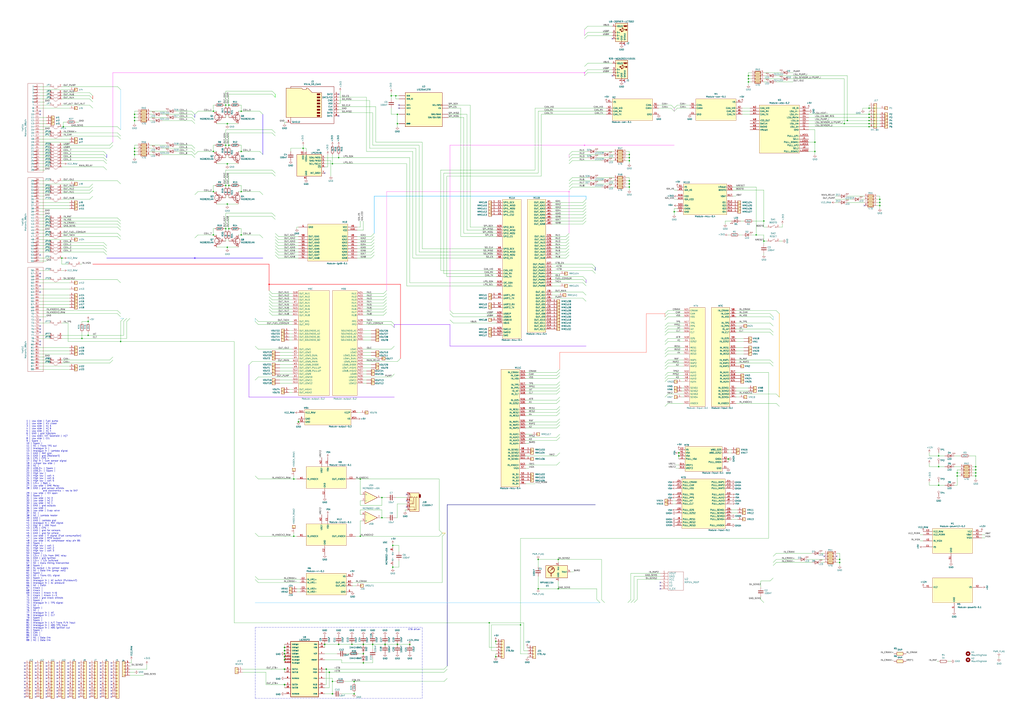
<source format=kicad_sch>
(kicad_sch (version 20210621) (generator eeschema)
  (paper "A1")
  (lib_symbols
    (symbol "Amplifier_Operational:MCP6002-xSN" (pin_names (offset 0.127))
      (property "Reference" "U" (at 0 5.08 0))
      (property "Value" "MCP6002-xSN" (at 0 -5.08 0))
      (symbol "MCP6002-xSN_1_1"
        (pin output line (at 7.62 0 180) (length 2.54) (name "~") (number "1"))
        (pin input line (at -7.62 -2.54 0) (length 2.54) (name "-") (number "2"))
        (pin input line (at -7.62 2.54 0) (length 2.54) (name "+") (number "3"))
      )
      (symbol "MCP6002-xSN_2_1"
        (pin input line (at -7.62 2.54 0) (length 2.54) (name "+") (number "5"))
        (pin input line (at -7.62 -2.54 0) (length 2.54) (name "-") (number "6"))
        (pin output line (at 7.62 0 180) (length 2.54) (name "~") (number "7"))
      )
      (symbol "MCP6002-xSN_3_1"
        (pin power_in line (at -2.54 -7.62 90) (length 3.81) (name "V-") (number "4"))
        (pin power_in line (at -2.54 7.62 270) (length 3.81) (name "V+") (number "8"))
      )
    )
    (symbol "Connector:AudioJack3_Switch"
      (property "Reference" "J" (at 0 11.43 0))
      (property "Value" "AudioJack3_Switch" (at 0 8.89 0))
      (symbol "AudioJack3_Switch_1_1"
        (pin passive line (at 5.08 0 180) (length 2.54) (name "~") (number "R"))
        (pin passive line (at 5.08 -2.54 180) (length 2.54) (name "~") (number "RN"))
        (pin passive line (at 5.08 5.08 180) (length 2.54) (name "~") (number "S"))
        (pin passive line (at 5.08 2.54 180) (length 2.54) (name "~") (number "SN"))
        (pin passive line (at 5.08 -5.08 180) (length 2.54) (name "~") (number "T"))
        (pin passive line (at 5.08 -7.62 180) (length 2.54) (name "~") (number "TN"))
      )
    )
    (symbol "Connector:Micro_SD_Card" (pin_names (offset 1.016))
      (property "Reference" "J" (at -16.51 15.24 0))
      (property "Value" "Micro_SD_Card" (at 16.51 15.24 0))
      (symbol "Micro_SD_Card_1_1"
        (pin bidirectional line (at -22.86 7.62 0) (length 3.81) (name "DAT2") (number "1"))
        (pin bidirectional line (at -22.86 5.08 0) (length 3.81) (name "DAT3/CD") (number "2"))
        (pin input line (at -22.86 2.54 0) (length 3.81) (name "CMD") (number "3"))
        (pin power_in line (at -22.86 0 0) (length 3.81) (name "VDD") (number "4"))
        (pin input line (at -22.86 -2.54 0) (length 3.81) (name "CLK") (number "5"))
        (pin power_in line (at -22.86 -5.08 0) (length 3.81) (name "VSS") (number "6"))
        (pin bidirectional line (at -22.86 -7.62 0) (length 3.81) (name "DAT0") (number "7"))
        (pin bidirectional line (at -22.86 -10.16 0) (length 3.81) (name "DAT1") (number "8"))
        (pin passive line (at 20.32 -15.24 180) (length 3.81) (name "SHIELD") (number "9"))
      )
    )
    (symbol "Connector:TestPoint" (pin_numbers hide) (pin_names (offset 0.762) hide)
      (property "Reference" "TP" (at 0 6.858 0))
      (property "Value" "TestPoint" (at 0 5.08 0))
      (symbol "TestPoint_1_1"
        (pin passive line (at 0 0 90) (length 2.54) (name "1") (number "1"))
      )
    )
    (symbol "Connector_Generic:Conn_01x01" (pin_names (offset 1.016) hide)
      (property "Reference" "J" (at 0 2.54 0))
      (property "Value" "Conn_01x01" (at 0 -2.54 0))
      (symbol "Conn_01x01_1_1"
        (pin passive line (at -5.08 0 0) (length 3.81) (name "Pin_1") (number "1"))
      )
    )
    (symbol "Connector_Generic:Conn_01x02" (pin_names (offset 1.016) hide)
      (property "Reference" "J" (at 0 2.54 0))
      (property "Value" "Conn_01x02" (at 0 -5.08 0))
      (symbol "Conn_01x02_1_1"
        (pin passive line (at -5.08 0 0) (length 3.81) (name "Pin_1") (number "1"))
        (pin passive line (at -5.08 -2.54 0) (length 3.81) (name "Pin_2") (number "2"))
      )
    )
    (symbol "Connector_Generic:Conn_01x04" (pin_names (offset 1.016) hide)
      (property "Reference" "J" (at 0 5.08 0))
      (property "Value" "Conn_01x04" (at 0 -7.62 0))
      (symbol "Conn_01x04_1_1"
        (pin passive line (at -5.08 2.54 0) (length 3.81) (name "Pin_1") (number "1"))
        (pin passive line (at -5.08 0 0) (length 3.81) (name "Pin_2") (number "2"))
        (pin passive line (at -5.08 -2.54 0) (length 3.81) (name "Pin_3") (number "3"))
        (pin passive line (at -5.08 -5.08 0) (length 3.81) (name "Pin_4") (number "4"))
      )
    )
    (symbol "Connector_Generic:Conn_01x05" (pin_names (offset 1.016) hide)
      (property "Reference" "J" (at 0 7.62 0))
      (property "Value" "Conn_01x05" (at 0 -7.62 0))
      (symbol "Conn_01x05_1_1"
        (pin passive line (at -5.08 5.08 0) (length 3.81) (name "Pin_1") (number "1"))
        (pin passive line (at -5.08 2.54 0) (length 3.81) (name "Pin_2") (number "2"))
        (pin passive line (at -5.08 0 0) (length 3.81) (name "Pin_3") (number "3"))
        (pin passive line (at -5.08 -2.54 0) (length 3.81) (name "Pin_4") (number "4"))
        (pin passive line (at -5.08 -5.08 0) (length 3.81) (name "Pin_5") (number "5"))
      )
    )
    (symbol "Connector_Generic:Conn_01x06" (pin_names (offset 1.016) hide)
      (property "Reference" "J" (at 0 7.62 0))
      (property "Value" "Conn_01x06" (at 0 -10.16 0))
      (symbol "Conn_01x06_1_1"
        (pin passive line (at -5.08 5.08 0) (length 3.81) (name "Pin_1") (number "1"))
        (pin passive line (at -5.08 2.54 0) (length 3.81) (name "Pin_2") (number "2"))
        (pin passive line (at -5.08 0 0) (length 3.81) (name "Pin_3") (number "3"))
        (pin passive line (at -5.08 -2.54 0) (length 3.81) (name "Pin_4") (number "4"))
        (pin passive line (at -5.08 -5.08 0) (length 3.81) (name "Pin_5") (number "5"))
        (pin passive line (at -5.08 -7.62 0) (length 3.81) (name "Pin_6") (number "6"))
      )
    )
    (symbol "Connector_Generic:Conn_01x08" (pin_names (offset 1.016) hide)
      (property "Reference" "J" (at 0 10.16 0))
      (property "Value" "Conn_01x08" (at 0 -12.7 0))
      (symbol "Conn_01x08_1_1"
        (pin passive line (at -5.08 7.62 0) (length 3.81) (name "Pin_1") (number "1"))
        (pin passive line (at -5.08 5.08 0) (length 3.81) (name "Pin_2") (number "2"))
        (pin passive line (at -5.08 2.54 0) (length 3.81) (name "Pin_3") (number "3"))
        (pin passive line (at -5.08 0 0) (length 3.81) (name "Pin_4") (number "4"))
        (pin passive line (at -5.08 -2.54 0) (length 3.81) (name "Pin_5") (number "5"))
        (pin passive line (at -5.08 -5.08 0) (length 3.81) (name "Pin_6") (number "6"))
        (pin passive line (at -5.08 -7.62 0) (length 3.81) (name "Pin_7") (number "7"))
        (pin passive line (at -5.08 -10.16 0) (length 3.81) (name "Pin_8") (number "8"))
      )
    )
    (symbol "Connector_Generic:Conn_01x12" (pin_names (offset 1.016) hide)
      (property "Reference" "J" (at 0 15.24 0))
      (property "Value" "Conn_01x12" (at 0 -17.78 0))
      (symbol "Conn_01x12_1_1"
        (pin passive line (at -5.08 12.7 0) (length 3.81) (name "Pin_1") (number "1"))
        (pin passive line (at -5.08 -10.16 0) (length 3.81) (name "Pin_10") (number "10"))
        (pin passive line (at -5.08 -12.7 0) (length 3.81) (name "Pin_11") (number "11"))
        (pin passive line (at -5.08 -15.24 0) (length 3.81) (name "Pin_12") (number "12"))
        (pin passive line (at -5.08 10.16 0) (length 3.81) (name "Pin_2") (number "2"))
        (pin passive line (at -5.08 7.62 0) (length 3.81) (name "Pin_3") (number "3"))
        (pin passive line (at -5.08 5.08 0) (length 3.81) (name "Pin_4") (number "4"))
        (pin passive line (at -5.08 2.54 0) (length 3.81) (name "Pin_5") (number "5"))
        (pin passive line (at -5.08 0 0) (length 3.81) (name "Pin_6") (number "6"))
        (pin passive line (at -5.08 -2.54 0) (length 3.81) (name "Pin_7") (number "7"))
        (pin passive line (at -5.08 -5.08 0) (length 3.81) (name "Pin_8") (number "8"))
        (pin passive line (at -5.08 -7.62 0) (length 3.81) (name "Pin_9") (number "9"))
      )
    )
    (symbol "Device:C" (pin_numbers hide) (pin_names (offset 0.254))
      (property "Reference" "C" (at 0.635 2.54 0))
      (property "Value" "C" (at 0.635 -2.54 0))
      (symbol "C_1_1"
        (pin passive line (at 0 3.81 270) (length 2.794) (name "~") (number "1"))
        (pin passive line (at 0 -3.81 90) (length 2.794) (name "~") (number "2"))
      )
    )
    (symbol "Device:D" (pin_numbers hide) (pin_names (offset 1.016) hide)
      (property "Reference" "D" (at 0 2.54 0))
      (property "Value" "D" (at 0 -2.54 0))
      (symbol "D_1_1"
        (pin passive line (at -3.81 0 0) (length 2.54) (name "K") (number "1"))
        (pin passive line (at 3.81 0 180) (length 2.54) (name "A") (number "2"))
      )
    )
    (symbol "Device:LED" (pin_numbers hide) (pin_names (offset 1.016) hide)
      (property "Reference" "D" (at 0 2.54 0))
      (property "Value" "LED" (at 0 -2.54 0))
      (symbol "LED_1_1"
        (pin passive line (at -3.81 0 0) (length 2.54) (name "K") (number "1"))
        (pin passive line (at 3.81 0 180) (length 2.54) (name "A") (number "2"))
      )
    )
    (symbol "Device:Q_NIGBT_GCE" (pin_names (offset 0) hide)
      (property "Reference" "Q" (at 5.08 1.27 0))
      (property "Value" "Q_NIGBT_GCE" (at 5.08 -1.27 0))
      (symbol "Q_NIGBT_GCE_1_1"
        (pin input line (at -5.08 0 0) (length 5.334) (name "G") (number "1"))
        (pin passive line (at 2.54 5.08 270) (length 2.54) (name "C") (number "2"))
        (pin passive line (at 2.54 -5.08 90) (length 2.54) (name "E") (number "3"))
      )
    )
    (symbol "Device:R" (pin_numbers hide) (pin_names (offset 0))
      (property "Reference" "R" (at 2.032 0 90))
      (property "Value" "R" (at 0 0 90))
      (symbol "R_1_1"
        (pin passive line (at 0 3.81 270) (length 1.27) (name "~") (number "1"))
        (pin passive line (at 0 -3.81 90) (length 1.27) (name "~") (number "2"))
      )
    )
    (symbol "Device:R_Pack04" (pin_names (offset 0) hide)
      (property "Reference" "RN" (at -7.62 0 90))
      (property "Value" "R_Pack04" (at 5.08 0 90))
      (symbol "R_Pack04_1_1"
        (pin passive line (at -5.08 -5.08 90) (length 2.54) (name "R1.1") (number "1"))
        (pin passive line (at -2.54 -5.08 90) (length 2.54) (name "R2.1") (number "2"))
        (pin passive line (at 0 -5.08 90) (length 2.54) (name "R3.1") (number "3"))
        (pin passive line (at 2.54 -5.08 90) (length 2.54) (name "R4.1") (number "4"))
        (pin passive line (at 2.54 5.08 270) (length 2.54) (name "R4.2") (number "5"))
        (pin passive line (at 0 5.08 270) (length 2.54) (name "R3.2") (number "6"))
        (pin passive line (at -2.54 5.08 270) (length 2.54) (name "R2.2") (number "7"))
        (pin passive line (at -5.08 5.08 270) (length 2.54) (name "R1.2") (number "8"))
      )
    )
    (symbol "Jumper:Jumper_2_Open" (pin_names (offset 0) hide)
      (property "Reference" "JP" (at 0 2.794 0))
      (property "Value" "Jumper_2_Open" (at 0 -2.286 0))
      (symbol "Jumper_2_Open_1_1"
        (pin passive line (at -5.08 0 0) (length 2.54) (name "A") (number "1"))
        (pin passive line (at 5.08 0 180) (length 2.54) (name "B") (number "2"))
      )
    )
    (symbol "L6205PD:L6205PD" (pin_names (offset 1.016))
      (property "Reference" "U" (at -10.1854 24.0538 0))
      (property "Value" "L6205PD" (at -10.1854 -25.6794 0))
      (symbol "L6205PD_0_0"
        (pin power_in line (at 17.78 20.32 180) (length 5.08) (name "GND@1") (number "1"))
        (pin power_in line (at 17.78 17.78 180) (length 5.08) (name "GND@2") (number "10"))
        (pin power_in line (at 17.78 15.24 180) (length 5.08) (name "GND@3") (number "11"))
        (pin output line (at 17.78 -2.54 180) (length 5.08) (name "OUT1B") (number "12"))
        (pin power_in line (at 17.78 -20.32 180) (length 5.08) (name "SENSEB") (number "13"))
        (pin input line (at -15.24 -12.7 0) (length 5.08) (name "IN1B") (number "14"))
        (pin input line (at -15.24 -15.24 0) (length 5.08) (name "IN2B") (number "15"))
        (pin bidirectional line (at -15.24 -20.32 0) (length 5.08) (name "ENB") (number "16"))
        (pin passive line (at -15.24 7.62 0) (length 5.08) (name "VBOOT") (number "17"))
        (pin output line (at 17.78 -15.24 180) (length 5.08) (name "OUT2B") (number "18"))
        (pin power_in line (at -15.24 17.78 0) (length 5.08) (name "VSB") (number "19"))
        (pin power_in line (at -15.24 20.32 0) (length 5.08) (name "VSA") (number "2"))
        (pin power_in line (at 17.78 12.7 180) (length 5.08) (name "GND@4") (number "20"))
        (pin output line (at 17.78 -12.7 180) (length 5.08) (name "OUT2A") (number "3"))
        (pin passive line (at -15.24 12.7 0) (length 5.08) (name "VCP") (number "4"))
        (pin bidirectional line (at -15.24 -7.62 0) (length 5.08) (name "ENA") (number "5"))
        (pin input line (at -15.24 0 0) (length 5.08) (name "IN1A") (number "6"))
        (pin input line (at -15.24 -2.54 0) (length 5.08) (name "IN2A") (number "7"))
        (pin power_in line (at 17.78 -7.62 180) (length 5.08) (name "SENSEA") (number "8"))
        (pin output line (at 17.78 0 180) (length 5.08) (name "OUT1A") (number "9"))
        (pin power_in line (at 17.78 10.16 180) (length 5.08) (name "SLUG@1") (number "SLUG1"))
        (pin power_in line (at 17.78 7.62 180) (length 5.08) (name "SLUG@2") (number "SLUG2"))
        (pin power_in line (at 17.78 5.08 180) (length 5.08) (name "SLUG@3") (number "SLUG3"))
      )
    )
    (symbol "LIS2DW12TR:LIS2DW12TR" (pin_numbers hide) (pin_names (offset 1.016))
      (property "Reference" "U" (at -15.24 12.7 0))
      (property "Value" "LIS2DW12TR" (at -15.24 -17.78 0))
      (symbol "LIS2DW12TR_0_0"
        (pin input clock (at -20.32 2.54 0) (length 5.08) (name "SCL/SPC") (number "1"))
        (pin power_in line (at 20.32 7.62 180) (length 5.08) (name "VDD_IO") (number "10"))
        (pin output line (at 20.32 0 180) (length 5.08) (name "INT2") (number "11"))
        (pin output line (at 20.32 2.54 180) (length 5.08) (name "INT1") (number "12"))
        (pin input line (at -20.32 0 0) (length 5.08) (name "CS") (number "2"))
        (pin bidirectional line (at -20.32 -5.08 0) (length 5.08) (name "SDO/SDA0") (number "3"))
        (pin bidirectional line (at -20.32 -7.62 0) (length 5.08) (name "SDA/SDI/SDO") (number "4"))
        (pin power_in line (at 20.32 -12.7 180) (length 5.08) (name "GND") (number "6"))
        (pin passive line (at 20.32 -5.08 180) (length 5.08) (name "RES") (number "7"))
        (pin power_in line (at 20.32 -12.7 180) (length 5.08) (name "GND") (number "8"))
        (pin power_in line (at 20.32 10.16 180) (length 5.08) (name "VDD") (number "9"))
      )
    )
    (symbol "MPX-4_MAP:MPX4_MAP" (pin_names (offset 0.762))
      (property "Reference" "U" (at 0 10.16 0))
      (property "Value" "MPX4_MAP" (at 8.89 0 90))
      (symbol "MPX4_MAP_1_1"
        (pin passive line (at -8.89 6.35 0) (length 6.35) (name "VOUT") (number "1"))
        (pin passive line (at -8.89 3.81 0) (length 6.35) (name "GND") (number "2"))
        (pin passive line (at -8.89 1.27 0) (length 6.35) (name "VCC") (number "3"))
        (pin passive line (at -8.89 -1.27 0) (length 6.35) (name "V1") (number "4"))
        (pin passive line (at -8.89 -3.81 0) (length 6.35) (name "V2") (number "5"))
        (pin passive line (at -8.89 -6.35 0) (length 6.35) (name "V_EX") (number "6"))
      )
    )
    (symbol "Mechanical:MountingHole" (pin_names (offset 1.016))
      (property "Reference" "H" (at 0 5.08 0))
      (property "Value" "MountingHole" (at 0 3.175 0))
    )
    (symbol "Sensor_Pressure:LPS25HB"
      (property "Reference" "U" (at -10.16 8.89 0))
      (property "Value" "LPS25HB" (at 10.16 8.89 0))
      (symbol "LPS25HB_1_1"
        (pin power_in line (at -2.54 10.16 270) (length 2.54) (name "VDDio") (number "1"))
        (pin power_in line (at -5.08 10.16 270) (length 2.54) (name "VDD") (number "10"))
        (pin input line (at 12.7 0 180) (length 2.54) (name "SCL/SCLK") (number "2"))
        (pin passive line (at -2.54 -12.7 90) (length 2.54) hide (name "GND") (number "3"))
        (pin bidirectional line (at 12.7 5.08 180) (length 2.54) (name "SDA/MOSI") (number "4"))
        (pin bidirectional line (at 12.7 2.54 180) (length 2.54) (name "SA0/MISO") (number "5"))
        (pin input line (at 12.7 -2.54 180) (length 2.54) (name "~{CS}") (number "6"))
        (pin output line (at 12.7 -7.62 180) (length 2.54) (name "INT_DRDY") (number "7"))
        (pin power_in line (at -2.54 -12.7 90) (length 2.54) (name "GND") (number "8"))
        (pin passive line (at -2.54 -12.7 90) (length 2.54) hide (name "GND") (number "9"))
      )
    )
    (symbol "Sensor_Pressure:MPXA6115A"
      (property "Reference" "U" (at -10.16 6.35 0))
      (property "Value" "MPXA6115A" (at 1.27 6.35 0))
      (symbol "MPXA6115A_1_1"
        (pin no_connect line (at 5.08 -5.08 90) (length 2.54) hide (name "NC") (number "1"))
        (pin power_in line (at 0 7.62 270) (length 2.54) (name "Vcc") (number "2"))
        (pin power_in line (at 0 -7.62 90) (length 2.54) (name "GND") (number "3"))
        (pin output line (at 10.16 0 180) (length 2.54) (name "Vout") (number "4"))
        (pin no_connect line (at -7.62 -5.08 90) (length 2.54) hide (name "NC") (number "5"))
        (pin no_connect line (at -5.08 -5.08 90) (length 2.54) hide (name "NC") (number "6"))
        (pin no_connect line (at -2.54 -5.08 90) (length 2.54) hide (name "NC") (number "7"))
        (pin no_connect line (at 2.54 -5.08 90) (length 2.54) hide (name "NC") (number "8"))
      )
    )
    (symbol "Switch:SW_SPST" (pin_names (offset 0) hide)
      (property "Reference" "SW" (at 0 3.175 0))
      (property "Value" "SW_SPST" (at 0 -2.54 0))
      (symbol "SW_SPST_1_1"
        (pin passive line (at -5.08 0 0) (length 2.54) (name "A") (number "1"))
        (pin passive line (at 5.08 0 180) (length 2.54) (name "B") (number "2"))
      )
    )
    (symbol "hellen-one-can-0.1:Module-can-0.1"
      (property "Reference" "M" (at 0 0 0))
      (property "Value" "Module-can-0.1" (at 0 0 0))
      (symbol "Module-can-0.1_1_0"
        (pin passive line (at 38.1 -12.7 180) (length 5.08) (name "GND") (number "E1"))
        (pin passive line (at 38.1 -5.08 180) (length 5.08) (name "CANL") (number "S1"))
        (pin passive line (at 38.1 -7.62 180) (length 5.08) (name "CANH") (number "S2"))
        (pin passive line (at -5.08 -2.54 0) (length 5.08) (name "V5") (number "V1"))
        (pin passive line (at -5.08 -7.62 0) (length 5.08) (name "CAN_VIO") (number "V2"))
        (pin passive line (at -5.08 -12.7 0) (length 5.08) (name "CAN_TX") (number "V5"))
        (pin passive line (at -5.08 -10.16 0) (length 5.08) (name "CAN_RX") (number "V6"))
      )
    )
    (symbol "hellen-one-common:+12V_RAW" (power) (pin_names (offset 0))
      (property "Value" "+12V_RAW" (at 0 3.556 0))
      (symbol "+12V_RAW_1_1"
        (pin power_in line (at 0 0 90) (length 0) hide (name "+12V_RAW") (number "1"))
      )
    )
    (symbol "hellen-one-common:Pad" (pin_numbers hide) (pin_names (offset 1.016) hide)
      (property "Reference" "P" (at 2.54 0 0))
      (symbol "Pad_1_1"
        (pin passive line (at -5.08 0 0) (length 3.81) (name "Pin_1") (number "1"))
      )
    )
    (symbol "hellen-one-common:Pad_1" (pin_numbers hide) (pin_names (offset 1.016) hide)
      (property "Reference" "P" (at 2.54 0 0))
      (symbol "Pad_1_1_1"
        (pin passive line (at -5.08 0 0) (length 3.81) (name "Pin_1") (number "1"))
      )
    )
    (symbol "hellen-one-common:Pad_2" (pin_numbers hide) (pin_names (offset 1.016) hide)
      (property "Reference" "P" (at 2.54 0 0))
      (symbol "Pad_2_1_1"
        (pin passive line (at -5.08 0 0) (length 3.81) (name "Pin_1") (number "1"))
      )
    )
    (symbol "hellen-one-common:Pad_3" (pin_numbers hide) (pin_names (offset 1.016) hide)
      (property "Reference" "P" (at 2.54 0 0))
      (symbol "Pad_3_1_1"
        (pin passive line (at -5.08 0 0) (length 3.81) (name "Pin_1") (number "1"))
      )
    )
    (symbol "hellen-one-common:Pad_32" (pin_numbers hide) (pin_names (offset 1.016) hide)
      (property "Reference" "P" (at 2.54 0 0))
      (symbol "Pad_32_1_1"
        (pin passive line (at -5.08 0 0) (length 3.81) (name "Pin_1") (number "1"))
      )
    )
    (symbol "hellen-one-common:Pad_33" (pin_numbers hide) (pin_names (offset 1.016) hide)
      (property "Reference" "P" (at 2.54 0 0))
      (symbol "Pad_33_1_1"
        (pin passive line (at -5.08 0 0) (length 3.81) (name "Pin_1") (number "1"))
      )
    )
    (symbol "hellen-one-common:Pad_4" (pin_numbers hide) (pin_names (offset 1.016) hide)
      (property "Reference" "P" (at 2.54 0 0))
      (symbol "Pad_4_1_1"
        (pin passive line (at -5.08 0 0) (length 3.81) (name "Pin_1") (number "1"))
      )
    )
    (symbol "hellen-one-common:Res" (pin_numbers hide)
      (property "Reference" "R" (at 3.81 2.54 0))
      (property "Value" "Res" (at 5.08 -2.54 0))
      (symbol "Res_1_0"
        (pin passive line (at 0 0 0) (length 2.54) (name "") (number "1"))
        (pin passive line (at 10.16 0 180) (length 2.54) (name "") (number "2"))
      )
    )
    (symbol "hellen-one-common:USB_B_Mini" (pin_names (offset 1.016))
      (property "Reference" "J" (at -5.08 11.43 0))
      (property "Value" "USB_B_Mini" (at -5.08 8.89 0))
      (symbol "USB_B_Mini_1_1"
        (pin power_out line (at 7.62 5.08 180) (length 2.54) (name "VBUS") (number "1"))
        (pin passive line (at 7.62 -2.54 180) (length 2.54) (name "D-") (number "2"))
        (pin passive line (at 7.62 0 180) (length 2.54) (name "D+") (number "3"))
        (pin passive line (at 7.62 -5.08 180) (length 2.54) (name "ID") (number "4"))
        (pin power_out line (at 0 -10.16 90) (length 2.54) (name "GND") (number "5"))
        (pin passive line (at -2.54 -10.16 90) (length 2.54) (name "Shield") (number "6"))
      )
    )
    (symbol "hellen-one-ign8-0.1:Module-ign8-0.1"
      (property "Reference" "M" (at 0 0 0))
      (property "Value" "Module-ign8-0.1" (at 0 0 0))
      (symbol "Module-ign8-0.1_1_0"
        (pin passive line (at 40.64 -2.54 180) (length 7.62) (name "GND") (number "G"))
        (pin passive line (at 40.64 -27.94 180) (length 7.62) (name "OUT_IGN8") (number "S1"))
        (pin passive line (at 40.64 -25.4 180) (length 7.62) (name "OUT_IGN7") (number "S2"))
        (pin passive line (at 40.64 -22.86 180) (length 7.62) (name "OUT_IGN6") (number "S3"))
        (pin passive line (at 40.64 -20.32 180) (length 7.62) (name "OUT_IGN5") (number "S4"))
        (pin passive line (at 40.64 -17.78 180) (length 7.62) (name "OUT_IGN4") (number "S5"))
        (pin passive line (at 40.64 -15.24 180) (length 7.62) (name "OUT_IGN3") (number "S6"))
        (pin passive line (at 40.64 -12.7 180) (length 7.62) (name "OUT_IGN2") (number "S7"))
        (pin passive line (at 40.64 -10.16 180) (length 7.62) (name "OUT_IGN1") (number "S8"))
        (pin passive line (at -7.62 -27.94 0) (length 7.62) (name "IGN8") (number "V1"))
        (pin passive line (at -7.62 -5.08 0) (length 7.62) (name "V33") (number "V10"))
        (pin passive line (at -7.62 -25.4 0) (length 7.62) (name "IGN7") (number "V2"))
        (pin passive line (at -7.62 -22.86 0) (length 7.62) (name "IGN6") (number "V3"))
        (pin passive line (at -7.62 -20.32 0) (length 7.62) (name "IGN5") (number "V4"))
        (pin passive line (at -7.62 -17.78 0) (length 7.62) (name "IGN4") (number "V5"))
        (pin passive line (at -7.62 -15.24 0) (length 7.62) (name "IGN3") (number "V6"))
        (pin passive line (at -7.62 -12.7 0) (length 7.62) (name "IGN2") (number "V7"))
        (pin passive line (at -7.62 -10.16 0) (length 7.62) (name "IGN1") (number "V8"))
        (pin passive line (at -7.62 -2.54 0) (length 7.62) (name "VCC") (number "V9"))
      )
    )
    (symbol "hellen-one-input-0.1:Module-input-0.1"
      (property "Reference" "M" (at 0 0 0))
      (property "Value" "Module-input-0.1" (at 0 0 0))
      (symbol "Module-input-0.1_1_0"
        (pin passive line (at 17.78 -53.34 180) (length 5.08) (name "AUX1") (number "N10"))
        (pin passive line (at 17.78 -38.1 180) (length 5.08) (name "RES3") (number "N11"))
        (pin passive line (at 17.78 -48.26 180) (length 5.08) (name "MAP3") (number "N12"))
        (pin passive line (at 17.78 -45.72 180) (length 5.08) (name "MAP2") (number "N13"))
        (pin passive line (at 17.78 -43.18 180) (length 5.08) (name "MAP1") (number "N14"))
        (pin passive line (at 17.78 -17.78 180) (length 5.08) (name "IAT") (number "N15"))
        (pin passive line (at 17.78 -20.32 180) (length 5.08) (name "CLT") (number "N16"))
        (pin passive line (at 17.78 -12.7 180) (length 5.08) (name "TPS") (number "N17"))
        (pin passive line (at 17.78 -25.4 180) (length 5.08) (name "O2S") (number "N18"))
        (pin passive line (at 17.78 -5.08 180) (length 5.08) (name "CAM") (number "N19"))
        (pin passive line (at 17.78 -7.62 180) (length 5.08) (name "VSS") (number "N20"))
        (pin passive line (at 17.78 -2.54 180) (length 5.08) (name "CRANK") (number "N21"))
        (pin passive line (at 17.78 -78.74 180) (length 5.08) (name "KNOCK") (number "N22"))
        (pin passive line (at 17.78 -73.66 180) (length 5.08) (name "SENS4") (number "N23"))
        (pin passive line (at 17.78 -71.12 180) (length 5.08) (name "SENS3") (number "N24"))
        (pin passive line (at 17.78 -68.58 180) (length 5.08) (name "SENS2") (number "N25"))
        (pin passive line (at 17.78 -66.04 180) (length 5.08) (name "SENS1") (number "N26"))
        (pin passive line (at 17.78 -35.56 180) (length 5.08) (name "RES2") (number "N3"))
        (pin passive line (at 17.78 -27.94 180) (length 5.08) (name "O2S2") (number "N4"))
        (pin passive line (at 17.78 -15.24 180) (length 5.08) (name "PPS") (number "N5"))
        (pin passive line (at 17.78 -33.02 180) (length 5.08) (name "RES1") (number "N6"))
        (pin passive line (at 17.78 -60.96 180) (length 5.08) (name "AUX4") (number "N7"))
        (pin passive line (at 17.78 -58.42 180) (length 5.08) (name "AUX3") (number "N8"))
        (pin passive line (at 17.78 -55.88 180) (length 5.08) (name "AUX2") (number "N9"))
      )
      (symbol "Module-input-0.1_2_0"
        (pin passive line (at 35.56 -17.78 180) (length 5.08) (name "GND") (number "E1"))
        (pin passive line (at -5.08 -2.54 0) (length 5.08) (name "V5") (number "E2"))
        (pin passive line (at 35.56 -5.08 180) (length 5.08) (name "WBO_O2S2") (number "E3"))
        (pin passive line (at 35.56 -2.54 180) (length 5.08) (name "WBO_O2S") (number "E4"))
        (pin passive line (at -5.08 -7.62 0) (length 5.08) (name "V5A") (number "E5"))
        (pin passive line (at -5.08 -10.16 0) (length 5.08) (name "PULL_V5A") (number "J1"))
        (pin passive line (at 35.56 -12.7 180) (length 5.08) (name "PULL_GNDA") (number "J2"))
        (pin passive line (at -5.08 -5.08 0) (length 5.08) (name "V5A") (number "N1"))
        (pin passive line (at 35.56 -10.16 180) (length 5.08) (name "GNDA") (number "N2"))
        (pin passive line (at -5.08 -17.78 0) (length 5.08) (name "VREF2") (number "S13"))
        (pin passive line (at -5.08 -15.24 0) (length 5.08) (name "VREF1") (number "S14"))
      )
      (symbol "Module-input-0.1_3_0"
        (pin passive line (at -5.08 -66.04 0) (length 5.08) (name "IN_SENS1") (number "S1"))
        (pin passive line (at -5.08 -12.7 0) (length 5.08) (name "IN_TPS") (number "S10"))
        (pin passive line (at -5.08 -43.18 0) (length 5.08) (name "IN_MAP1") (number "S11"))
        (pin passive line (at -5.08 -45.72 0) (length 5.08) (name "IN_MAP2") (number "S12"))
        (pin passive line (at -5.08 -20.32 0) (length 5.08) (name "IN_CLT") (number "S15"))
        (pin passive line (at -5.08 -17.78 0) (length 5.08) (name "IN_IAT") (number "S16"))
        (pin passive line (at -5.08 -53.34 0) (length 5.08) (name "IN_AUX1") (number "S17"))
        (pin passive line (at -5.08 -55.88 0) (length 5.08) (name "IN_AUX2") (number "S18"))
        (pin passive line (at -5.08 -48.26 0) (length 5.08) (name "IN_MAP3") (number "S19"))
        (pin passive line (at -5.08 -68.58 0) (length 5.08) (name "IN_SENS2") (number "S2"))
        (pin passive line (at -5.08 -58.42 0) (length 5.08) (name "IN_AUX3") (number "S20"))
        (pin passive line (at -5.08 -60.96 0) (length 5.08) (name "IN_AUX4") (number "S21"))
        (pin passive line (at -5.08 -38.1 0) (length 5.08) (name "IN_RES3") (number "S22"))
        (pin passive line (at -5.08 -33.02 0) (length 5.08) (name "IN_RES1") (number "S23"))
        (pin passive line (at -5.08 -15.24 0) (length 5.08) (name "IN_PPS") (number "S24"))
        (pin passive line (at -5.08 -27.94 0) (length 5.08) (name "IN_O2S2") (number "S25"))
        (pin passive line (at -5.08 -35.56 0) (length 5.08) (name "IN_RES2") (number "S26"))
        (pin passive line (at -5.08 -71.12 0) (length 5.08) (name "IN_SENS3") (number "S3"))
        (pin passive line (at -5.08 -73.66 0) (length 5.08) (name "IN_SENS4") (number "S4"))
        (pin passive line (at -5.08 -5.08 0) (length 5.08) (name "IN_CAM") (number "S5"))
        (pin passive line (at -5.08 -7.62 0) (length 5.08) (name "IN_VSS") (number "S6"))
        (pin passive line (at -5.08 -78.74 0) (length 5.08) (name "IN_KNOCK") (number "S7"))
        (pin passive line (at -5.08 -2.54 0) (length 5.08) (name "IN_CRANK") (number "S8"))
        (pin passive line (at -5.08 -25.4 0) (length 5.08) (name "IN_O2S") (number "S9"))
      )
      (symbol "Module-input-0.1_4_0"
        (pin passive line (at 40.64 -12.7 180) (length 5.08) (name "PULL_AUX1") (number "J10"))
        (pin passive line (at -5.08 -38.1 0) (length 5.08) (name "PULL_RES3") (number "J11"))
        (pin passive line (at 40.64 -7.62 180) (length 5.08) (name "PULL_MAP3") (number "J12"))
        (pin passive line (at 40.64 -5.08 180) (length 5.08) (name "PULL_MAP2") (number "J13"))
        (pin passive line (at 40.64 -2.54 180) (length 5.08) (name "PULL_MAP1") (number "J14"))
        (pin passive line (at -5.08 -17.78 0) (length 5.08) (name "PULL_IAT") (number "J15"))
        (pin passive line (at -5.08 -20.32 0) (length 5.08) (name "PULL_CLT") (number "J16"))
        (pin passive line (at -5.08 -5.08 0) (length 5.08) (name "PULL_CAM") (number "J17"))
        (pin passive line (at -5.08 -7.62 0) (length 5.08) (name "PULL_VSS") (number "J18"))
        (pin passive line (at -5.08 -12.7 0) (length 5.08) (name "PULL_TPS") (number "J19"))
        (pin passive line (at -5.08 -25.4 0) (length 5.08) (name "PULL_O2S") (number "J20"))
        (pin passive line (at -5.08 -2.54 0) (length 5.08) (name "PULL_CRANK") (number "J21"))
        (pin passive line (at 40.64 -38.1 180) (length 5.08) (name "PULL_KNOCK") (number "J22"))
        (pin passive line (at 40.64 -33.02 180) (length 5.08) (name "PULL_SENS4") (number "J23"))
        (pin passive line (at 40.64 -30.48 180) (length 5.08) (name "PULL_SENS3") (number "J24"))
        (pin passive line (at 40.64 -27.94 180) (length 5.08) (name "PULL_SENS2") (number "J25"))
        (pin passive line (at 40.64 -25.4 180) (length 5.08) (name "PULL_SENS1") (number "J26"))
        (pin passive line (at -5.08 -35.56 0) (length 5.08) (name "PULL_RES2") (number "J3"))
        (pin passive line (at -5.08 -27.94 0) (length 5.08) (name "PULL_O2S2") (number "J4"))
        (pin passive line (at -5.08 -15.24 0) (length 5.08) (name "PULL_PPS") (number "J5"))
        (pin passive line (at -5.08 -33.02 0) (length 5.08) (name "PULL_RES1") (number "J6"))
        (pin passive line (at 40.64 -20.32 180) (length 5.08) (name "PULL_AUX4") (number "J7"))
        (pin passive line (at 40.64 -17.78 180) (length 5.08) (name "PULL_AUX3") (number "J8"))
        (pin passive line (at 40.64 -15.24 180) (length 5.08) (name "PULL_AUX2") (number "J9"))
      )
    )
    (symbol "hellen-one-knock-0.1:Module-knock-0.1"
      (property "Reference" "M" (at 0 0 0))
      (property "Value" "Module-knock-0.1" (at 0 0 0))
      (symbol "Module-knock-0.1_1_0"
        (pin passive line (at 17.78 7.62 270) (length 7.62) (name "V5A") (number "E1"))
        (pin passive line (at 15.24 -25.4 90) (length 7.62) (name "GND") (number "E2"))
        (pin passive line (at 40.64 -10.16 180) (length 7.62) (name "OUT_KNOCK") (number "E3"))
        (pin passive line (at -7.62 -10.16 0) (length 7.62) (name "IN_KNOCK") (number "W1"))
        (pin passive line (at 12.7 7.62 270) (length 7.62) (name "VREF") (number "W2"))
      )
    )
    (symbol "hellen-one-mcu-000.4:Module-mcu-0.4"
      (property "Reference" "M" (at 0 0 0))
      (property "Value" "Module-mcu-0.4" (at 0 0 0))
      (symbol "Module-mcu-0.4_1_0"
        (pin passive line (at 20.32 -2.54 180) (length 5.08) (name "SPI1_SCK") (number "E1"))
        (pin passive line (at 20.32 -5.08 180) (length 5.08) (name "SPI1_MISO") (number "E2"))
        (pin passive line (at 20.32 -7.62 180) (length 5.08) (name "SPI1_MOSI") (number "E3"))
        (pin passive line (at 20.32 -10.16 180) (length 5.08) (name "SPI1_CS1") (number "E4"))
        (pin passive line (at 20.32 -12.7 180) (length 5.08) (name "SPI1_CS2") (number "E5"))
        (pin passive line (at 20.32 -58.42 180) (length 5.08) (name "CAN_VIO") (number "N1"))
        (pin passive line (at 20.32 -43.18 180) (length 5.08) (name "SPI3_MISO") (number "N10"))
        (pin passive line (at 20.32 -45.72 180) (length 5.08) (name "SPI3_MOSI") (number "N11"))
        (pin passive line (at 20.32 -68.58 180) (length 5.08) (name "I2C_SDA") (number "N18"))
        (pin passive line (at 20.32 -71.12 180) (length 5.08) (name "I2C_SCL") (number "N19"))
        (pin passive line (at 20.32 -60.96 180) (length 5.08) (name "CAN_RX") (number "N2"))
        (pin passive line (at 20.32 -22.86 180) (length 5.08) (name "SPI2_SCK") (number "N20"))
        (pin passive line (at 20.32 -25.4 180) (length 5.08) (name "SPI2_MISO") (number "N21"))
        (pin passive line (at 20.32 -27.94 180) (length 5.08) (name "SPI2_MOSI") (number "N22"))
        (pin passive line (at 20.32 -30.48 180) (length 5.08) (name "SPI2_CS") (number "N23"))
        (pin passive line (at 20.32 -106.68 180) (length 5.08) (name "SWCLK") (number "N25"))
        (pin passive line (at 20.32 -109.22 180) (length 5.08) (name "SWDIO") (number "N26"))
        (pin passive line (at 20.32 -111.76 180) (length 5.08) (name "SWO") (number "N27"))
        (pin passive line (at 20.32 -101.6 180) (length 5.08) (name "VBUS") (number "N29"))
        (pin passive line (at 20.32 -63.5 180) (length 5.08) (name "CAN_TX") (number "N3"))
        (pin passive line (at 20.32 -93.98 180) (length 5.08) (name "USB1P") (number "N30"))
        (pin passive line (at 20.32 -96.52 180) (length 5.08) (name "USB1M") (number "N31"))
        (pin passive line (at 20.32 -99.06 180) (length 5.08) (name "USB1ID") (number "N32"))
        (pin passive line (at 20.32 -81.28 180) (length 5.08) (name "UART1_TX") (number "N4"))
        (pin passive line (at 20.32 -78.74 180) (length 5.08) (name "UART1_RX") (number "N5"))
        (pin passive line (at 20.32 -88.9 180) (length 5.08) (name "UART2_TX") (number "N6"))
        (pin passive line (at 20.32 -86.36 180) (length 5.08) (name "UART2_RX") (number "N7"))
        (pin passive line (at 20.32 -48.26 180) (length 5.08) (name "SPI3_CS") (number "N8"))
        (pin passive line (at 20.32 -40.64 180) (length 5.08) (name "SPI3_SCK") (number "N9"))
      )
      (symbol "Module-mcu-0.4_2_0"
        (pin passive line (at 20.32 -99.06 180) (length 5.08) (name "OUT_IO10") (number "E10"))
        (pin passive line (at 20.32 -96.52 180) (length 5.08) (name "OUT_IO9") (number "E11"))
        (pin passive line (at 20.32 -78.74 180) (length 5.08) (name "OUT_IO2") (number "E12"))
        (pin passive line (at 20.32 -104.14 180) (length 5.08) (name "OUT_IO12") (number "E13"))
        (pin passive line (at 20.32 -55.88 180) (length 5.08) (name "OUT_PWM2") (number "E14"))
        (pin passive line (at 20.32 -58.42 180) (length 5.08) (name "OUT_PWM3") (number "E15"))
        (pin passive line (at 20.32 -60.96 180) (length 5.08) (name "OUT_PWM4") (number "E16"))
        (pin passive line (at 20.32 -63.5 180) (length 5.08) (name "OUT_PWM5") (number "E17"))
        (pin passive line (at 20.32 -66.04 180) (length 5.08) (name "OUT_PWM6") (number "E18"))
        (pin passive line (at 20.32 -68.58 180) (length 5.08) (name "OUT_PWM7") (number "E19"))
        (pin passive line (at 20.32 -101.6 180) (length 5.08) (name "OUT_IO11") (number "E20"))
        (pin passive line (at 20.32 -91.44 180) (length 5.08) (name "OUT_IO7") (number "E21"))
        (pin passive line (at 20.32 -93.98 180) (length 5.08) (name "OUT_IO8") (number "E22"))
        (pin passive line (at 20.32 -83.82 180) (length 5.08) (name "OUT_IO4") (number "E23"))
        (pin passive line (at 20.32 -106.68 180) (length 5.08) (name "OUT_IO13") (number "E24"))
        (pin passive line (at 20.32 -30.48 180) (length 5.08) (name "OUT_INJ1") (number "E25"))
        (pin passive line (at 20.32 -33.02 180) (length 5.08) (name "OUT_INJ2") (number "E26"))
        (pin passive line (at 20.32 -53.34 180) (length 5.08) (name "OUT_PWM1") (number "E27"))
        (pin passive line (at 20.32 -71.12 180) (length 5.08) (name "OUT_PWM8") (number "E28"))
        (pin passive line (at 20.32 -35.56 180) (length 5.08) (name "OUT_INJ3") (number "E29"))
        (pin passive line (at 20.32 -38.1 180) (length 5.08) (name "OUT_INJ4") (number "E30"))
        (pin passive line (at 20.32 -40.64 180) (length 5.08) (name "OUT_INJ5") (number "E31"))
        (pin passive line (at 20.32 -43.18 180) (length 5.08) (name "OUT_INJ6") (number "E32"))
        (pin passive line (at 20.32 -45.72 180) (length 5.08) (name "OUT_INJ7") (number "E33"))
        (pin passive line (at 20.32 -48.26 180) (length 5.08) (name "OUT_INJ8") (number "E34"))
        (pin passive line (at 20.32 -81.28 180) (length 5.08) (name "OUT_IO3") (number "E6"))
        (pin passive line (at 20.32 -86.36 180) (length 5.08) (name "OUT_IO5") (number "E7"))
        (pin passive line (at 20.32 -76.2 180) (length 5.08) (name "OUT_IO1") (number "E8"))
        (pin passive line (at 20.32 -88.9 180) (length 5.08) (name "OUT_IO6") (number "E9"))
        (pin passive line (at 20.32 -2.54 180) (length 5.08) (name "OUT_IGN1") (number "W1"))
        (pin passive line (at 20.32 -5.08 180) (length 5.08) (name "OUT_IGN2") (number "W2"))
        (pin passive line (at 20.32 -7.62 180) (length 5.08) (name "OUT_IGN3") (number "W3"))
        (pin passive line (at 20.32 -10.16 180) (length 5.08) (name "OUT_IGN4") (number "W4"))
        (pin passive line (at 20.32 -12.7 180) (length 5.08) (name "OUT_IGN5") (number "W5"))
        (pin passive line (at 20.32 -15.24 180) (length 5.08) (name "OUT_IGN6") (number "W6"))
        (pin passive line (at 20.32 -17.78 180) (length 5.08) (name "OUT_IGN7") (number "W7"))
        (pin passive line (at 20.32 -20.32 180) (length 5.08) (name "OUT_IGN8") (number "W8"))
      )
      (symbol "Module-mcu-0.4_3_0"
        (pin passive line (at -5.08 -71.12 0) (length 5.08) (name "IN_SENS3") (number "S10"))
        (pin passive line (at -5.08 -73.66 0) (length 5.08) (name "IN_SENS4") (number "S11"))
        (pin passive line (at -5.08 -78.74 0) (length 5.08) (name "IN_KNOCK") (number "S12"))
        (pin passive line (at -5.08 -2.54 0) (length 5.08) (name "IN_CRANK") (number "S13"))
        (pin passive line (at -5.08 -7.62 0) (length 5.08) (name "IN_VSS") (number "S14"))
        (pin passive line (at -5.08 -5.08 0) (length 5.08) (name "IN_CAM") (number "S15"))
        (pin passive line (at -5.08 -25.4 0) (length 5.08) (name "IN_O2S") (number "S16"))
        (pin passive line (at -5.08 -12.7 0) (length 5.08) (name "IN_TPS") (number "S17"))
        (pin passive line (at -5.08 -20.32 0) (length 5.08) (name "IN_CLT") (number "S18"))
        (pin passive line (at -5.08 -17.78 0) (length 5.08) (name "IN_IAT") (number "S19"))
        (pin passive line (at -5.08 -43.18 0) (length 5.08) (name "IN_MAP1") (number "S20"))
        (pin passive line (at -5.08 -45.72 0) (length 5.08) (name "IN_MAP2") (number "S21"))
        (pin passive line (at -5.08 -48.26 0) (length 5.08) (name "IN_MAP3") (number "S22"))
        (pin passive line (at -5.08 -38.1 0) (length 5.08) (name "IN_RES3") (number "S23"))
        (pin passive line (at -5.08 -53.34 0) (length 5.08) (name "IN_AUX1") (number "S24"))
        (pin passive line (at -5.08 -55.88 0) (length 5.08) (name "IN_AUX2") (number "S25"))
        (pin passive line (at -5.08 -58.42 0) (length 5.08) (name "IN_AUX3") (number "S26"))
        (pin passive line (at -5.08 -60.96 0) (length 5.08) (name "IN_AUX4") (number "S27"))
        (pin passive line (at -5.08 -33.02 0) (length 5.08) (name "IN_RES1") (number "S28"))
        (pin passive line (at -5.08 -15.24 0) (length 5.08) (name "IN_PPS") (number "S29"))
        (pin passive line (at -5.08 -86.36 0) (length 5.08) (name "IN_D1") (number "S3"))
        (pin passive line (at -5.08 -27.94 0) (length 5.08) (name "IN_O2S2") (number "S30"))
        (pin passive line (at -5.08 -35.56 0) (length 5.08) (name "IN_RES2") (number "S31"))
        (pin passive line (at -5.08 -88.9 0) (length 5.08) (name "IN_D2") (number "S4"))
        (pin passive line (at -5.08 -91.44 0) (length 5.08) (name "IN_D3") (number "S5"))
        (pin passive line (at -5.08 -93.98 0) (length 5.08) (name "IN_D4") (number "S6"))
        (pin passive line (at -5.08 -81.28 0) (length 5.08) (name "VIGN") (number "S7"))
        (pin passive line (at -5.08 -66.04 0) (length 5.08) (name "IN_SENS1") (number "S8"))
        (pin passive line (at -5.08 -68.58 0) (length 5.08) (name "IN_SENS2") (number "S9"))
      )
      (symbol "Module-mcu-0.4_4_0"
        (pin passive line (at 40.64 -15.24 180) (length 5.08) (name "IO1") (number "N12"))
        (pin passive line (at 40.64 -17.78 180) (length 5.08) (name "IO2") (number "N13"))
        (pin passive line (at 40.64 -20.32 180) (length 5.08) (name "IO3") (number "N14"))
        (pin passive line (at 40.64 -22.86 180) (length 5.08) (name "IO4") (number "N15"))
        (pin passive line (at -5.08 -10.16 0) (length 5.08) (name "V33") (number "N16"))
        (pin passive line (at 40.64 -10.16 180) (length 5.08) (name "VBAT") (number "N17"))
        (pin passive line (at 40.64 -2.54 180) (length 5.08) (name "nReset") (number "N24"))
        (pin passive line (at 40.64 -5.08 180) (length 5.08) (name "BOOT0") (number "N28"))
        (pin passive line (at -5.08 -2.54 0) (length 5.08) (name "V5") (number "S1"))
        (pin passive line (at -5.08 -22.86 0) (length 5.08) (name "GND") (number "S2"))
        (pin passive line (at -5.08 -20.32 0) (length 5.08) (name "GNDA") (number "S32"))
        (pin passive line (at -5.08 -17.78 0) (length 5.08) (name "V5A") (number "S33"))
        (pin passive line (at -5.08 -12.7 0) (length 5.08) (name "IGN_V33") (number "W10"))
        (pin passive line (at -5.08 -5.08 0) (length 5.08) (name "IGN_V5") (number "W9"))
      )
    )
    (symbol "hellen-one-output-0.2:Module-output-0.2"
      (property "Reference" "M" (at 0 0 0))
      (property "Value" "Module-output-0.2" (at 0 0 0))
      (symbol "Module-output-0.2_1_0"
        (pin passive line (at -5.08 -7.62 0) (length 5.08) (name "GND") (number "G"))
        (pin passive line (at -5.08 -2.54 0) (length 5.08) (name "V12_RAW") (number "S11"))
        (pin passive line (at -5.08 -10.16 0) (length 5.08) (name "GND") (number "S3"))
        (pin passive line (at 43.18 -7.62 180) (length 5.08) (name "V5") (number "W14"))
        (pin passive line (at 43.18 -2.54 180) (length 5.08) (name "V12P") (number "W5"))
      )
      (symbol "Module-output-0.2_2_0"
        (pin passive line (at -5.08 -20.32 0) (length 5.08) (name "INJ8") (number "W15"))
        (pin passive line (at -5.08 -17.78 0) (length 5.08) (name "INJ7") (number "W16"))
        (pin passive line (at -5.08 -15.24 0) (length 5.08) (name "INJ6") (number "W17"))
        (pin passive line (at -5.08 -12.7 0) (length 5.08) (name "INJ5") (number "W18"))
        (pin passive line (at -5.08 -10.16 0) (length 5.08) (name "INJ4") (number "W19"))
        (pin passive line (at -5.08 -7.62 0) (length 5.08) (name "INJ3") (number "W20"))
        (pin passive line (at -5.08 -48.26 0) (length 5.08) (name "LOW1") (number "W21"))
        (pin passive line (at -5.08 -27.94 0) (length 5.08) (name "PP2") (number "W22"))
        (pin passive line (at -5.08 -5.08 0) (length 5.08) (name "INJ2") (number "W23"))
        (pin passive line (at -5.08 -2.54 0) (length 5.08) (name "INJ1") (number "W24"))
        (pin passive line (at -5.08 -60.96 0) (length 5.08) (name "LOW6_DIODE") (number "W25"))
        (pin passive line (at -5.08 -71.12 0) (length 5.08) (name "LOW10") (number "W26"))
        (pin passive line (at -5.08 -68.58 0) (length 5.08) (name "LOW9") (number "W27"))
        (pin passive line (at -5.08 -25.4 0) (length 5.08) (name "PP1") (number "W28"))
        (pin passive line (at -5.08 -50.8 0) (length 5.08) (name "LOW2") (number "W29"))
        (pin passive line (at -5.08 -40.64 0) (length 5.08) (name "SOLENOID_B2") (number "W30"))
        (pin passive line (at -5.08 -38.1 0) (length 5.08) (name "SOLENOID_B1") (number "W31"))
        (pin passive line (at -5.08 -35.56 0) (length 5.08) (name "SOLENOID_A2") (number "W32"))
        (pin passive line (at -5.08 -33.02 0) (length 5.08) (name "SOLENOID_A1") (number "W33"))
        (pin passive line (at -5.08 -55.88 0) (length 5.08) (name "LOW4_DUAL") (number "W34"))
        (pin passive line (at -5.08 -73.66 0) (length 5.08) (name "LOW11") (number "W35"))
        (pin passive line (at -5.08 -76.2 0) (length 5.08) (name "LOW12") (number "W36"))
        (pin passive line (at -5.08 -66.04 0) (length 5.08) (name "LOW8_HIGH2") (number "W37"))
        (pin passive line (at -5.08 -53.34 0) (length 5.08) (name "LOW3_DUAL") (number "W38"))
        (pin passive line (at -5.08 -63.5 0) (length 5.08) (name "LOW7_HIGH1") (number "W39"))
        (pin passive line (at -5.08 -58.42 0) (length 5.08) (name "LOW5_MAIN") (number "W40"))
      )
      (symbol "Module-output-0.2_3_0"
        (pin passive line (at 30.48 -33.02 180) (length 5.08) (name "OUT_SOLENOID_A1") (number "S1"))
        (pin passive line (at 30.48 -73.66 180) (length 5.08) (name "OUT_LOW11") (number "S10"))
        (pin passive line (at 30.48 -66.04 180) (length 5.08) (name "OUT_LOW8_PULLUP") (number "S12"))
        (pin passive line (at 30.48 -76.2 180) (length 5.08) (name "OUT_LOW12") (number "S13"))
        (pin passive line (at 30.48 -68.58 180) (length 5.08) (name "OUT_LOW9") (number "S14"))
        (pin passive line (at 30.48 -15.24 180) (length 5.08) (name "OUT_INJ6") (number "S15"))
        (pin passive line (at 30.48 -5.08 180) (length 5.08) (name "OUT_INJ2") (number "S16"))
        (pin passive line (at 30.48 -7.62 180) (length 5.08) (name "OUT_INJ3") (number "S17"))
        (pin passive line (at 30.48 -2.54 180) (length 5.08) (name "OUT_INJ1") (number "S18"))
        (pin passive line (at 30.48 -35.56 180) (length 5.08) (name "OUT_SOLENOID_A2") (number "S2"))
        (pin passive line (at 30.48 -38.1 180) (length 5.08) (name "OUT_SOLENOID_B1") (number "S4"))
        (pin passive line (at 30.48 -40.64 180) (length 5.08) (name "OUT_SOLENOID_B2") (number "S5"))
        (pin passive line (at 30.48 -27.94 180) (length 5.08) (name "OUT_PP2") (number "S6"))
        (pin passive line (at 30.48 -53.34 180) (length 5.08) (name "OUT_LOW3_DUAL") (number "S7"))
        (pin passive line (at 30.48 -48.26 180) (length 5.08) (name "OUT_LOW1") (number "S8"))
        (pin passive line (at 30.48 -83.82 180) (length 5.08) (name "OUT_HIGH2") (number "S9"))
        (pin passive line (at 30.48 -50.8 180) (length 5.08) (name "OUT_LOW2") (number "W1"))
        (pin passive line (at 30.48 -12.7 180) (length 5.08) (name "OUT_INJ5") (number "W10"))
        (pin passive line (at 30.48 -20.32 180) (length 5.08) (name "OUT_INJ8") (number "W11"))
        (pin passive line (at 30.48 -17.78 180) (length 5.08) (name "OUT_INJ7") (number "W12"))
        (pin passive line (at 30.48 -58.42 180) (length 5.08) (name "OUT_LOW5_MAIN") (number "W13"))
        (pin passive line (at 30.48 -71.12 180) (length 5.08) (name "OUT_LOW10") (number "W2"))
        (pin passive line (at 30.48 -60.96 180) (length 5.08) (name "OUT_LOW6_DIODE") (number "W3"))
        (pin passive line (at 30.48 -55.88 180) (length 5.08) (name "OUT_LOW4_DUAL") (number "W4"))
        (pin passive line (at 30.48 -25.4 180) (length 5.08) (name "OUT_PP1") (number "W6"))
        (pin passive line (at 30.48 -10.16 180) (length 5.08) (name "OUT_INJ4") (number "W7"))
        (pin passive line (at 30.48 -81.28 180) (length 5.08) (name "OUT_HIGH1") (number "W8"))
        (pin passive line (at 30.48 -63.5 180) (length 5.08) (name "OUT_LOW7_PULLUP") (number "W9"))
      )
    )
    (symbol "hellen-one-power12-0.2:Module-power12-0.2"
      (property "Reference" "M" (at 0 0 0))
      (property "Value" "Module-power12-0.2" (at 0 0 0))
      (symbol "Module-power12-0.2_1_0"
        (pin passive line (at -7.62 -15.24 0) (length 7.62) (name "V5") (number "E1"))
        (pin passive line (at -7.62 -2.54 0) (length 7.62) (name "V12_RAW") (number "E2"))
        (pin passive line (at 15.24 -27.94 90) (length 7.62) (name "GND") (number "S1"))
        (pin passive line (at 40.64 -2.54 180) (length 7.62) (name "V12") (number "V1"))
        (pin passive line (at 40.64 -5.08 180) (length 7.62) (name "VBAT") (number "V2"))
        (pin passive line (at -7.62 -10.16 0) (length 7.62) (name "IN_VIGN") (number "V3"))
        (pin passive line (at -7.62 -5.08 0) (length 7.62) (name "V12_PERM") (number "V4"))
        (pin passive line (at 40.64 -7.62 180) (length 7.62) (name "VIGN") (number "V5"))
      )
    )
    (symbol "hellen-one-power5-0.2:Module-power5-0.1"
      (property "Reference" "M" (at 0 0 0))
      (property "Value" "Module-power5-0.1" (at 0 0 0))
      (symbol "Module-power5-0.1_1_0"
        (pin passive line (at 17.78 -27.94 90) (length 7.62) (name "GND") (number "G"))
        (pin passive line (at -7.62 -7.62 0) (length 7.62) (name "V12") (number "V1"))
        (pin passive line (at 40.64 -7.62 180) (length 7.62) (name "V5") (number "V2"))
      )
    )
    (symbol "hellen-one-vr-0.1:Module-vr-0.1"
      (property "Reference" "M" (at 0 0 0))
      (property "Value" "Module-vr-0.1" (at 0 0 0))
      (symbol "Module-vr-0.1_1_0"
        (pin passive line (at -5.08 -7.62 0) (length 5.08) (name "IN_VR1-") (number "E1"))
        (pin passive line (at -5.08 -5.08 0) (length 5.08) (name "IN_VR1+") (number "E2"))
        (pin passive line (at -5.08 -12.7 0) (length 5.08) (name "IN_VR2+") (number "E3"))
        (pin passive line (at -5.08 -15.24 0) (length 5.08) (name "IN_VR2-") (number "E4"))
        (pin passive line (at 38.1 -15.24 180) (length 5.08) (name "GND") (number "G"))
        (pin passive line (at 38.1 -2.54 180) (length 5.08) (name "V5") (number "N1"))
        (pin passive line (at 38.1 -10.16 180) (length 5.08) (name "OUT_VR2") (number "W1"))
        (pin passive line (at 38.1 -7.62 180) (length 5.08) (name "OUT_VR1") (number "W2"))
      )
    )
    (symbol "hellen-one-wbo-0.2:Module-wbo-0.2"
      (property "Reference" "M" (at 1.27 1.27 0))
      (property "Value" "Module-wbo-0.2" (at 8.89 -40.64 0))
      (symbol "Module-wbo-0.2_1_0"
        (pin passive line (at 40.64 -17.78 180) (length 7.62) (name "LSU_Un") (number "E1"))
        (pin passive line (at 40.64 -15.24 180) (length 7.62) (name "LSU_Vm") (number "E2"))
        (pin passive line (at 40.64 -12.7 180) (length 7.62) (name "LSU_Ip") (number "E3"))
        (pin passive line (at 40.64 -10.16 180) (length 7.62) (name "LSU_Rtrim") (number "E4"))
        (pin passive line (at 40.64 -7.62 180) (length 7.62) (name "LSU_H+") (number "E5"))
        (pin passive line (at 40.64 -5.08 180) (length 7.62) (name "LSU_H-") (number "E6"))
        (pin passive line (at 40.64 -20.32 180) (length 7.62) (name "GND") (number "G"))
        (pin passive line (at 40.64 -27.94 180) (length 7.62) (name "SEL1") (number "J1"))
        (pin passive line (at 40.64 -35.56 180) (length 7.62) (name "SEL2") (number "J2"))
        (pin passive line (at 40.64 -30.48 180) (length 7.62) (name "PULL_DOWN1") (number "J_GND1"))
        (pin passive line (at 40.64 -38.1 180) (length 7.62) (name "PULL_DOWN2") (number "J_GND2"))
        (pin passive line (at 40.64 -25.4 180) (length 7.62) (name "PULL_UP1") (number "J_VCC1"))
        (pin passive line (at 40.64 -33.02 180) (length 7.62) (name "PULL_UP2") (number "J_VCC2"))
        (pin passive line (at 40.64 -2.54 180) (length 7.62) (name "V5_IN") (number "W1"))
        (pin passive line (at -7.62 -2.54 0) (length 7.62) (name "CAN_VIO") (number "W2"))
        (pin passive line (at -7.62 -5.08 0) (length 7.62) (name "CAN_RX") (number "W3"))
        (pin passive line (at -7.62 -7.62 0) (length 7.62) (name "CAN_TX") (number "W4"))
        (pin passive line (at -7.62 -20.32 0) (length 7.62) (name "nReset") (number "W5"))
        (pin passive line (at -7.62 -17.78 0) (length 7.62) (name "SWDIO") (number "W6"))
        (pin passive line (at -7.62 -15.24 0) (length 7.62) (name "SWCLK") (number "W7"))
        (pin passive line (at -7.62 -12.7 0) (length 7.62) (name "V33_OUT") (number "W8"))
      )
    )
    (symbol "motronic_88pin_STS:Motronic_88pin" (pin_names (offset 0.025))
      (property "Reference" "*ref" (at 38.1 8.89 0))
      (property "Value" "Motronic_88pin" (at 12.065 8.89 0))
      (symbol "Motronic_88pin_1_1"
        (pin passive line (at 0 0 90) (length 5.08) (name "1") (number "1"))
        (pin passive line (at 22.86 0 90) (length 5.08) (name "10") (number "10"))
        (pin passive line (at 25.4 0 90) (length 5.08) (name "11") (number "11"))
        (pin passive line (at 27.94 0 90) (length 5.08) (name "12") (number "12"))
        (pin passive line (at 30.48 0 90) (length 5.08) (name "13") (number "13"))
        (pin passive line (at 33.02 0 90) (length 5.08) (name "14") (number "14"))
        (pin passive line (at 35.56 0 90) (length 5.08) (name "15") (number "15"))
        (pin passive line (at 38.1 0 90) (length 5.08) (name "16") (number "16"))
        (pin passive line (at 40.64 0 90) (length 5.08) (name "17") (number "17"))
        (pin passive line (at 43.18 0 90) (length 5.08) (name "18") (number "18"))
        (pin passive line (at 45.72 0 90) (length 5.08) (name "19") (number "19"))
        (pin passive line (at 2.54 0 90) (length 5.08) (name "2") (number "2"))
        (pin passive line (at 48.26 0 90) (length 5.08) (name "20") (number "20"))
        (pin passive line (at 50.8 0 90) (length 5.08) (name "21") (number "21"))
        (pin passive line (at 53.34 0 90) (length 5.08) (name "22") (number "22"))
        (pin passive line (at 55.88 0 90) (length 5.08) (name "23") (number "23"))
        (pin passive line (at 58.42 0 90) (length 5.08) (name "24") (number "24"))
        (pin passive line (at 60.96 0 90) (length 5.08) (name "25") (number "25"))
        (pin passive line (at 63.5 0 90) (length 5.08) (name "26") (number "26"))
        (pin passive line (at 66.04 0 90) (length 5.08) (name "27") (number "27"))
        (pin passive line (at 68.58 0 90) (length 5.08) (name "28") (number "28"))
        (pin passive line (at 5.08 0 90) (length 5.08) (name "3") (number "3"))
        (pin passive line (at 7.62 0 90) (length 5.08) (name "4") (number "4"))
        (pin passive line (at 10.16 0 90) (length 5.08) (name "5") (number "5"))
        (pin passive line (at 12.7 0 90) (length 5.08) (name "6") (number "6"))
        (pin passive line (at 15.24 0 90) (length 5.08) (name "7") (number "7"))
        (pin passive line (at 17.78 0 90) (length 5.08) (name "8") (number "8"))
        (pin passive line (at 20.32 0 90) (length 5.08) (name "9") (number "9"))
      )
      (symbol "Motronic_88pin_2_1"
        (pin passive line (at 0 0 90) (length 5.08) (name "29") (number "29"))
        (pin passive line (at 2.54 0 90) (length 5.08) (name "30") (number "30"))
        (pin passive line (at 5.08 0 90) (length 5.08) (name "31") (number "31"))
        (pin passive line (at 7.62 0 90) (length 5.08) (name "32") (number "32"))
        (pin passive line (at 10.16 0 90) (length 5.08) (name "33") (number "33"))
        (pin passive line (at 12.7 0 90) (length 5.08) (name "34") (number "34"))
        (pin passive line (at 15.24 0 90) (length 5.08) (name "35") (number "35"))
        (pin passive line (at 17.78 0 90) (length 5.08) (name "36") (number "36"))
        (pin passive line (at 20.32 0 90) (length 5.08) (name "37") (number "37"))
        (pin passive line (at 22.86 0 90) (length 5.08) (name "38") (number "38"))
        (pin passive line (at 25.4 0 90) (length 5.08) (name "39") (number "39"))
        (pin passive line (at 27.94 0 90) (length 5.08) (name "40") (number "40"))
        (pin passive line (at 30.48 0 90) (length 5.08) (name "41") (number "41"))
        (pin passive line (at 33.02 0 90) (length 5.08) (name "42") (number "42"))
        (pin passive line (at 35.56 0 90) (length 5.08) (name "43") (number "43"))
        (pin passive line (at 38.1 0 90) (length 5.08) (name "44") (number "44"))
        (pin passive line (at 40.64 0 90) (length 5.08) (name "45") (number "45"))
        (pin passive line (at 43.18 0 90) (length 5.08) (name "46") (number "46"))
        (pin passive line (at 45.72 0 90) (length 5.08) (name "47") (number "47"))
        (pin passive line (at 48.26 0 90) (length 5.08) (name "48") (number "48"))
        (pin passive line (at 50.8 0 90) (length 5.08) (name "49") (number "49"))
        (pin passive line (at 53.34 0 90) (length 5.08) (name "50") (number "50"))
        (pin passive line (at 55.88 0 90) (length 5.08) (name "51") (number "51"))
        (pin passive line (at 58.42 0 90) (length 5.08) (name "52") (number "52"))
        (pin passive line (at 60.96 0 90) (length 5.08) (name "53") (number "53"))
        (pin passive line (at 63.5 0 90) (length 5.08) (name "54") (number "54"))
        (pin passive line (at 66.04 0 90) (length 5.08) (name "55") (number "55"))
      )
      (symbol "Motronic_88pin_3_1"
        (pin passive line (at 0 0 90) (length 5.08) (name "56") (number "56"))
        (pin passive line (at 2.54 0 90) (length 5.08) (name "57") (number "57"))
        (pin passive line (at 5.08 0 90) (length 5.08) (name "58") (number "58"))
        (pin passive line (at 7.62 0 90) (length 5.08) (name "59") (number "59"))
        (pin passive line (at 10.16 0 90) (length 5.08) (name "60") (number "60"))
        (pin passive line (at 12.7 0 90) (length 5.08) (name "61") (number "61"))
        (pin passive line (at 15.24 0 90) (length 5.08) (name "62") (number "62"))
        (pin passive line (at 17.78 0 90) (length 5.08) (name "63") (number "63"))
        (pin passive line (at 20.32 0 90) (length 5.08) (name "64") (number "64"))
        (pin passive line (at 22.86 0 90) (length 5.08) (name "65") (number "65"))
        (pin passive line (at 25.4 0 90) (length 5.08) (name "66") (number "66"))
        (pin passive line (at 27.94 0 90) (length 5.08) (name "67") (number "67"))
        (pin passive line (at 30.48 0 90) (length 5.08) (name "68") (number "68"))
        (pin passive line (at 33.02 0 90) (length 5.08) (name "69") (number "69"))
        (pin passive line (at 35.56 0 90) (length 5.08) (name "70") (number "70"))
        (pin passive line (at 38.1 0 90) (length 5.08) (name "71") (number "71"))
        (pin passive line (at 40.64 0 90) (length 5.08) (name "72") (number "72"))
        (pin passive line (at 43.18 0 90) (length 5.08) (name "73") (number "73"))
        (pin passive line (at 45.72 0 90) (length 5.08) (name "74") (number "74"))
        (pin passive line (at 48.26 0 90) (length 5.08) (name "75") (number "75"))
        (pin passive line (at 50.8 0 90) (length 5.08) (name "76") (number "76"))
        (pin passive line (at 53.34 0 90) (length 5.08) (name "77") (number "77"))
        (pin passive line (at 55.88 0 90) (length 5.08) (name "78") (number "78"))
        (pin passive line (at 58.42 0 90) (length 5.08) (name "79") (number "79"))
        (pin passive line (at 60.96 0 90) (length 5.08) (name "80") (number "80"))
        (pin passive line (at 63.5 0 90) (length 5.08) (name "81") (number "81"))
        (pin passive line (at 66.04 0 90) (length 5.08) (name "82") (number "82"))
        (pin passive line (at 68.58 0 90) (length 5.08) (name "83") (number "83"))
        (pin passive line (at 71.12 0 90) (length 5.08) (name "84") (number "84"))
        (pin passive line (at 73.66 0 90) (length 5.08) (name "85") (number "85"))
        (pin passive line (at 76.2 0 90) (length 5.08) (name "86") (number "86"))
        (pin passive line (at 78.74 0 90) (length 5.08) (name "87") (number "87"))
        (pin passive line (at 81.28 0 90) (length 5.08) (name "88") (number "88"))
      )
    )
    (symbol "power:+12V" (power) (pin_names (offset 0))
      (property "Value" "+12V" (at 0 3.556 0))
      (symbol "+12V_1_1"
        (pin power_in line (at 0 0 90) (length 0) hide (name "+12V") (number "1"))
      )
    )
    (symbol "power:+3V3" (power) (pin_names (offset 0))
      (property "Value" "+3V3" (at 0 3.556 0))
      (symbol "+3V3_1_1"
        (pin power_in line (at 0 0 90) (length 0) hide (name "+3V3") (number "1"))
      )
    )
    (symbol "power:+5V" (power) (pin_names (offset 0))
      (property "Value" "+5V" (at 0 3.556 0))
      (symbol "+5V_1_1"
        (pin power_in line (at 0 0 90) (length 0) hide (name "+5V") (number "1"))
      )
    )
    (symbol "power:GND" (power) (pin_names (offset 0))
      (property "Value" "GND" (at 0 -3.81 0))
      (symbol "GND_1_1"
        (pin power_in line (at 0 0 270) (length 0) hide (name "GND") (number "1"))
      )
    )
    (symbol "power:GNDA" (power) (pin_names (offset 0))
      (property "Value" "GNDA" (at 0 -3.81 0))
      (symbol "GNDA_1_1"
        (pin power_in line (at 0 0 270) (length 0) hide (name "GNDA") (number "1"))
      )
    )
    (symbol "power:GND_1" (power) (pin_names (offset 0))
      (property "Value" "GND" (at 0 -3.81 0))
      (symbol "GND_1_1_1"
        (pin power_in line (at 0 0 270) (length 0) hide (name "GND") (number "1"))
      )
    )
    (symbol "power:GND_10" (power) (pin_names (offset 0))
      (property "Value" "GND" (at 0 -3.81 0))
      (symbol "GND_10_1_1"
        (pin power_in line (at 0 0 270) (length 0) hide (name "GND") (number "1"))
      )
    )
    (symbol "power:GND_11" (power) (pin_names (offset 0))
      (property "Value" "GND" (at 0 -3.81 0))
      (symbol "GND_11_1_1"
        (pin power_in line (at 0 0 270) (length 0) hide (name "GND") (number "1"))
      )
    )
    (symbol "power:GND_12" (power) (pin_names (offset 0))
      (property "Value" "GND" (at 0 -3.81 0))
      (symbol "GND_12_1_1"
        (pin power_in line (at 0 0 270) (length 0) hide (name "GND") (number "1"))
      )
    )
    (symbol "power:GND_14" (power) (pin_names (offset 0))
      (property "Value" "GND" (at 0 -3.81 0))
      (symbol "GND_14_1_1"
        (pin power_in line (at 0 0 270) (length 0) hide (name "GND") (number "1"))
      )
    )
    (symbol "power:GND_15" (power) (pin_names (offset 0))
      (property "Value" "GND" (at 0 -3.81 0))
      (symbol "GND_15_1_1"
        (pin power_in line (at 0 0 270) (length 0) hide (name "GND") (number "1"))
      )
    )
    (symbol "power:GND_16" (power) (pin_names (offset 0))
      (property "Value" "GND" (at 0 -3.81 0))
      (symbol "GND_16_1_1"
        (pin power_in line (at 0 0 270) (length 0) hide (name "GND") (number "1"))
      )
    )
    (symbol "power:GND_17" (power) (pin_names (offset 0))
      (property "Value" "GND" (at 0 -3.81 0))
      (symbol "GND_17_1_1"
        (pin power_in line (at 0 0 270) (length 0) hide (name "GND") (number "1"))
      )
    )
    (symbol "power:GND_18" (power) (pin_names (offset 0))
      (property "Value" "GND" (at 0 -3.81 0))
      (symbol "GND_18_1_1"
        (pin power_in line (at 0 0 270) (length 0) hide (name "GND") (number "1"))
      )
    )
    (symbol "power:GND_19" (power) (pin_names (offset 0))
      (property "Value" "GND" (at 0 -3.81 0))
      (symbol "GND_19_1_1"
        (pin power_in line (at 0 0 270) (length 0) hide (name "GND") (number "1"))
      )
    )
    (symbol "power:GND_2" (power) (pin_names (offset 0))
      (property "Value" "GND" (at 0 -3.81 0))
      (symbol "GND_2_1_1"
        (pin power_in line (at 0 0 270) (length 0) hide (name "GND") (number "1"))
      )
    )
    (symbol "power:GND_20" (power) (pin_names (offset 0))
      (property "Value" "GND" (at 0 -3.81 0))
      (symbol "GND_20_1_1"
        (pin power_in line (at 0 0 270) (length 0) hide (name "GND") (number "1"))
      )
    )
    (symbol "power:GND_21" (power) (pin_names (offset 0))
      (property "Value" "GND" (at 0 -3.81 0))
      (symbol "GND_21_1_1"
        (pin power_in line (at 0 0 270) (length 0) hide (name "GND") (number "1"))
      )
    )
    (symbol "power:GND_22" (power) (pin_names (offset 0))
      (property "Value" "GND" (at 0 -3.81 0))
      (symbol "GND_22_1_1"
        (pin power_in line (at 0 0 270) (length 0) hide (name "GND") (number "1"))
      )
    )
    (symbol "power:GND_3" (power) (pin_names (offset 0))
      (property "Value" "GND" (at 0 -3.81 0))
      (symbol "GND_3_1_1"
        (pin power_in line (at 0 0 270) (length 0) hide (name "GND") (number "1"))
      )
    )
    (symbol "power:GND_4" (power) (pin_names (offset 0))
      (property "Value" "GND" (at 0 -3.81 0))
      (symbol "GND_4_1_1"
        (pin power_in line (at 0 0 270) (length 0) hide (name "GND") (number "1"))
      )
    )
    (symbol "power:GND_5" (power) (pin_names (offset 0))
      (property "Value" "GND" (at 0 -3.81 0))
      (symbol "GND_5_1_1"
        (pin power_in line (at 0 0 270) (length 0) hide (name "GND") (number "1"))
      )
    )
    (symbol "power:GND_6" (power) (pin_names (offset 0))
      (property "Value" "GND" (at 0 -3.81 0))
      (symbol "GND_6_1_1"
        (pin power_in line (at 0 0 270) (length 0) hide (name "GND") (number "1"))
      )
    )
    (symbol "power:GND_7" (power) (pin_names (offset 0))
      (property "Value" "GND" (at 0 -3.81 0))
      (symbol "GND_7_1_1"
        (pin power_in line (at 0 0 270) (length 0) hide (name "GND") (number "1"))
      )
    )
    (symbol "power:GND_8" (power) (pin_names (offset 0))
      (property "Value" "GND" (at 0 -3.81 0))
      (symbol "GND_8_1_1"
        (pin power_in line (at 0 0 270) (length 0) hide (name "GND") (number "1"))
      )
    )
    (symbol "power:GND_9" (power) (pin_names (offset 0))
      (property "Value" "GND" (at 0 -3.81 0))
      (symbol "GND_9_1_1"
        (pin power_in line (at 0 0 270) (length 0) hide (name "GND") (number "1"))
      )
    )
    (symbol "power:PWR_FLAG" (power) (pin_numbers hide) (pin_names (offset 0) hide)
      (property "Value" "PWR_FLAG" (at 0 3.81 0))
      (symbol "PWR_FLAG_0_0"
        (pin power_out line (at 0 0 90) (length 0) (name "pwr") (number "1"))
      )
    )
    (symbol "power:V12_RAW_1" (power) (pin_names (offset 0))
      (property "Value" "V12_RAW" (at 0 3.556 0))
      (symbol "V12_RAW_1_1_1"
        (pin power_in line (at 0 0 90) (length 0) hide (name "V12_RAW") (number "1"))
      )
    )
    (symbol "power:V5A_1" (power) (pin_names (offset 0))
      (property "Value" "V5A" (at 0 3.556 0))
      (symbol "V5A_1_1_1"
        (pin power_in line (at 0 0 90) (length 0) hide (name "V5A") (number "1"))
      )
    )
    (symbol "power:V5A_2" (power) (pin_names (offset 0))
      (property "Value" "V5A" (at 0 3.556 0))
      (symbol "V5A_2_1_1"
        (pin power_in line (at 0 0 90) (length 0) hide (name "V5A") (number "1"))
      )
    )
  )
  (junction (at 50.8 212.09) (diameter 0.9144))
  (junction (at 52.07 104.14) (diameter 0.9144))
  (junction (at 67.31 278.13) (diameter 0.9144))
  (junction (at 72.39 264.16) (diameter 0.9144))
  (junction (at 72.39 275.59) (diameter 0.9144))
  (junction (at 99.06 280.67) (diameter 0.9144))
  (junction (at 110.49 93.98) (diameter 0.9144))
  (junction (at 110.49 96.52) (diameter 0.9144))
  (junction (at 110.49 99.06) (diameter 0.9144))
  (junction (at 110.49 121.92) (diameter 0.9144))
  (junction (at 110.49 124.46) (diameter 0.9144))
  (junction (at 110.49 127) (diameter 0.9144))
  (junction (at 175.26 91.44) (diameter 0.9144))
  (junction (at 175.26 124.46) (diameter 0.9144))
  (junction (at 175.26 157.48) (diameter 0.9144))
  (junction (at 175.26 193.04) (diameter 0.9144))
  (junction (at 185.42 86.36) (diameter 0.9144))
  (junction (at 185.42 119.38) (diameter 0.9144))
  (junction (at 185.42 152.4) (diameter 0.9144))
  (junction (at 185.42 187.96) (diameter 0.9144))
  (junction (at 186.69 101.6) (diameter 0.9144))
  (junction (at 186.69 134.62) (diameter 0.9144))
  (junction (at 186.69 167.64) (diameter 0.9144))
  (junction (at 186.69 203.2) (diameter 0.9144))
  (junction (at 187.96 86.36) (diameter 0.9144))
  (junction (at 187.96 119.38) (diameter 0.9144))
  (junction (at 187.96 152.4) (diameter 0.9144))
  (junction (at 187.96 187.96) (diameter 0.9144))
  (junction (at 198.12 91.44) (diameter 0.9144))
  (junction (at 198.12 124.46) (diameter 0.9144))
  (junction (at 198.12 157.48) (diameter 0.9144))
  (junction (at 198.12 193.04) (diameter 0.9144))
  (junction (at 233.68 532.13) (diameter 1.016))
  (junction (at 233.68 534.67) (diameter 1.016))
  (junction (at 233.68 537.21) (diameter 1.016))
  (junction (at 233.68 539.75) (diameter 1.016))
  (junction (at 233.68 542.29) (diameter 1.016))
  (junction (at 233.68 549.91) (diameter 1.016))
  (junction (at 233.68 562.61) (diameter 1.016))
  (junction (at 241.3 393.7) (diameter 0.9144))
  (junction (at 241.3 440.69) (diameter 0.9144))
  (junction (at 245.11 346.71) (diameter 1.016))
  (junction (at 248.92 121.92) (diameter 0.9144))
  (junction (at 266.7 529.59) (diameter 1.016))
  (junction (at 267.97 549.91) (diameter 1.016))
  (junction (at 270.51 552.45) (diameter 1.016))
  (junction (at 273.05 134.62) (diameter 0.9144))
  (junction (at 273.05 560.07) (diameter 0.9144))
  (junction (at 273.05 570.23) (diameter 1.016))
  (junction (at 278.13 129.54) (diameter 0.9144))
  (junction (at 278.13 529.59) (diameter 1.016))
  (junction (at 289.052 529.59) (diameter 0.9144))
  (junction (at 290.83 560.07) (diameter 0.9144))
  (junction (at 290.83 570.23) (diameter 0.9144))
  (junction (at 295.91 393.7) (diameter 0.9144))
  (junction (at 295.91 440.69) (diameter 0.9144))
  (junction (at 298.45 529.59) (diameter 1.016))
  (junction (at 298.45 537.21) (diameter 0.9144))
  (junction (at 298.45 544.83) (diameter 0.9144))
  (junction (at 306.07 529.59) (diameter 1.016))
  (junction (at 313.69 408.94) (diameter 0.9144))
  (junction (at 313.69 425.45) (diameter 0.9144))
  (junction (at 316.23 529.59) (diameter 1.016))
  (junction (at 321.31 78.74) (diameter 0.9144))
  (junction (at 322.58 448.31) (diameter 0.9144))
  (junction (at 322.58 466.09) (diameter 0.9144))
  (junction (at 325.12 78.74) (diameter 0.9144))
  (junction (at 326.39 93.98) (diameter 0.9144))
  (junction (at 326.39 101.6) (diameter 0.9144))
  (junction (at 326.39 529.59) (diameter 1.016))
  (junction (at 336.55 529.59) (diameter 1.016))
  (junction (at 401.828 511.81) (diameter 0.9144))
  (junction (at 407.162 527.05) (diameter 0.9144))
  (junction (at 407.162 539.75) (diameter 0.9144))
  (junction (at 427.482 513.588) (diameter 0.9144))
  (junction (at 441.96 459.74) (diameter 0.9144))
  (junction (at 441.96 483.87) (diameter 0.9144))
  (junction (at 458.47 459.74) (diameter 0.9144))
  (junction (at 458.47 483.87) (diameter 0.9144))
  (junction (at 516.89 127) (diameter 0.9144))
  (junction (at 516.89 129.54) (diameter 0.9144))
  (junction (at 516.89 132.08) (diameter 0.9144))
  (junction (at 516.89 148.59) (diameter 0.9144))
  (junction (at 516.89 151.13) (diameter 0.9144))
  (junction (at 516.89 153.67) (diameter 0.9144))
  (junction (at 553.72 173.99) (diameter 0.9144))
  (junction (at 557.53 372.11) (diameter 1.016))
  (junction (at 557.53 374.65) (diameter 1.016))
  (junction (at 598.17 377.19) (diameter 1.016))
  (junction (at 614.68 62.23) (diameter 0.9144))
  (junction (at 614.68 64.77) (diameter 0.9144))
  (junction (at 614.68 67.31) (diameter 0.9144))
  (junction (at 621.03 193.04) (diameter 0.9144))
  (junction (at 627.38 181.61) (diameter 0.9144))
  (junction (at 627.38 198.12) (diameter 0.9144))
  (junction (at 669.29 116.84) (diameter 0.9144))
  (junction (at 669.29 124.46) (diameter 0.9144))
  (junction (at 689.61 459.74) (diameter 0.9144))
  (junction (at 689.61 462.28) (diameter 0.9144))
  (junction (at 693.42 101.6) (diameter 0.9144))
  (junction (at 695.96 99.06) (diameter 0.9144))
  (junction (at 713.74 88.9) (diameter 0.9144))
  (junction (at 713.74 93.98) (diameter 0.9144))
  (junction (at 713.74 96.52) (diameter 0.9144))
  (junction (at 713.74 99.06) (diameter 0.9144))
  (junction (at 713.74 101.6) (diameter 0.9144))
  (junction (at 713.74 104.14) (diameter 0.9144))
  (junction (at 722.63 163.83) (diameter 0.9144))
  (junction (at 722.63 166.37) (diameter 0.9144))
  (junction (at 722.63 168.91) (diameter 0.9144))
  (junction (at 770.89 374.65) (diameter 0.9144))
  (junction (at 770.89 383.54) (diameter 0.9144))
  (junction (at 770.89 398.78) (diameter 0.9144))
  (junction (at 786.13 388.62) (diameter 0.9144))
  (junction (at 786.13 391.16) (diameter 0.9144))
  (junction (at 801.37 383.54) (diameter 0.9144))
  (junction (at 801.37 386.08) (diameter 0.9144))
  (junction (at 801.37 388.62) (diameter 0.9144))
  (junction (at 801.37 391.16) (diameter 0.9144))
  (junction (at 160.02 212.09) (diameter 0.9144) (color 56 7 255 1))
  (junction (at 220.98 233.68) (diameter 0.9144) (color 255 0 11 1))
  (junction (at 467.36 157.48) (diameter 0.9144) (color 255 129 238 1))
  (junction (at 480.06 59.69) (diameter 0.9144) (color 255 104 246 1))
  (junction (at 480.06 119.38) (diameter 0.9144) (color 255 104 246 1))
  (no_connect (at 20.32 544.83))
  (no_connect (at 20.32 547.37))
  (no_connect (at 20.32 549.91))
  (no_connect (at 20.32 552.45))
  (no_connect (at 20.32 554.99))
  (no_connect (at 20.32 557.53))
  (no_connect (at 20.32 560.07))
  (no_connect (at 20.32 562.61))
  (no_connect (at 20.32 565.15))
  (no_connect (at 20.32 567.69))
  (no_connect (at 20.32 570.23))
  (no_connect (at 20.32 572.77))
  (no_connect (at 29.21 544.83))
  (no_connect (at 29.21 547.37))
  (no_connect (at 29.21 549.91))
  (no_connect (at 29.21 552.45))
  (no_connect (at 29.21 554.99))
  (no_connect (at 29.21 557.53))
  (no_connect (at 29.21 560.07))
  (no_connect (at 29.21 562.61))
  (no_connect (at 29.21 565.15))
  (no_connect (at 29.21 567.69))
  (no_connect (at 29.21 570.23))
  (no_connect (at 29.21 572.77))
  (no_connect (at 33.02 91.44))
  (no_connect (at 33.02 93.98))
  (no_connect (at 33.02 209.55))
  (no_connect (at 33.02 224.79))
  (no_connect (at 33.02 227.33))
  (no_connect (at 33.02 234.95))
  (no_connect (at 33.02 240.03))
  (no_connect (at 33.02 262.89))
  (no_connect (at 33.02 267.97))
  (no_connect (at 33.02 270.51))
  (no_connect (at 33.02 273.05))
  (no_connect (at 33.02 280.67))
  (no_connect (at 33.02 283.21))
  (no_connect (at 38.1 544.83))
  (no_connect (at 38.1 547.37))
  (no_connect (at 38.1 549.91))
  (no_connect (at 38.1 552.45))
  (no_connect (at 38.1 554.99))
  (no_connect (at 38.1 557.53))
  (no_connect (at 38.1 560.07))
  (no_connect (at 38.1 562.61))
  (no_connect (at 38.1 565.15))
  (no_connect (at 38.1 567.69))
  (no_connect (at 38.1 570.23))
  (no_connect (at 38.1 572.77))
  (no_connect (at 46.99 544.83))
  (no_connect (at 46.99 547.37))
  (no_connect (at 46.99 549.91))
  (no_connect (at 46.99 552.45))
  (no_connect (at 46.99 554.99))
  (no_connect (at 46.99 557.53))
  (no_connect (at 46.99 560.07))
  (no_connect (at 46.99 562.61))
  (no_connect (at 46.99 565.15))
  (no_connect (at 46.99 567.69))
  (no_connect (at 46.99 570.23))
  (no_connect (at 46.99 572.77))
  (no_connect (at 55.88 544.83))
  (no_connect (at 55.88 547.37))
  (no_connect (at 55.88 549.91))
  (no_connect (at 55.88 552.45))
  (no_connect (at 55.88 554.99))
  (no_connect (at 55.88 557.53))
  (no_connect (at 55.88 560.07))
  (no_connect (at 55.88 562.61))
  (no_connect (at 55.88 565.15))
  (no_connect (at 55.88 567.69))
  (no_connect (at 55.88 570.23))
  (no_connect (at 55.88 572.77))
  (no_connect (at 64.77 544.83))
  (no_connect (at 64.77 547.37))
  (no_connect (at 64.77 549.91))
  (no_connect (at 64.77 552.45))
  (no_connect (at 64.77 554.99))
  (no_connect (at 64.77 557.53))
  (no_connect (at 64.77 560.07))
  (no_connect (at 64.77 562.61))
  (no_connect (at 64.77 565.15))
  (no_connect (at 64.77 567.69))
  (no_connect (at 64.77 570.23))
  (no_connect (at 64.77 572.77))
  (no_connect (at 73.66 544.83))
  (no_connect (at 73.66 547.37))
  (no_connect (at 73.66 549.91))
  (no_connect (at 73.66 552.45))
  (no_connect (at 73.66 554.99))
  (no_connect (at 73.66 557.53))
  (no_connect (at 73.66 560.07))
  (no_connect (at 73.66 562.61))
  (no_connect (at 73.66 565.15))
  (no_connect (at 73.66 567.69))
  (no_connect (at 73.66 570.23))
  (no_connect (at 73.66 572.77))
  (no_connect (at 82.55 544.83))
  (no_connect (at 82.55 547.37))
  (no_connect (at 82.55 549.91))
  (no_connect (at 82.55 552.45))
  (no_connect (at 82.55 554.99))
  (no_connect (at 82.55 557.53))
  (no_connect (at 82.55 560.07))
  (no_connect (at 82.55 562.61))
  (no_connect (at 82.55 565.15))
  (no_connect (at 82.55 567.69))
  (no_connect (at 82.55 570.23))
  (no_connect (at 82.55 572.77))
  (no_connect (at 91.44 544.83))
  (no_connect (at 91.44 547.37))
  (no_connect (at 91.44 549.91))
  (no_connect (at 91.44 552.45))
  (no_connect (at 91.44 554.99))
  (no_connect (at 91.44 557.53))
  (no_connect (at 91.44 560.07))
  (no_connect (at 91.44 562.61))
  (no_connect (at 91.44 565.15))
  (no_connect (at 91.44 567.69))
  (no_connect (at 91.44 570.23))
  (no_connect (at 91.44 572.77))
  (no_connect (at 266.7 142.24))
  (no_connect (at 278.13 77.47))
  (no_connect (at 278.13 95.25))
  (no_connect (at 327.66 86.36))
  (no_connect (at 327.66 88.9))
  (no_connect (at 334.01 406.4))
  (no_connect (at 334.01 411.48))
  (no_connect (at 334.01 416.56))
  (no_connect (at 502.92 31.75))
  (no_connect (at 502.92 62.23))
  (no_connect (at 513.08 36.83))
  (no_connect (at 513.08 67.31))
  (no_connect (at 542.29 478.79))
  (no_connect (at 542.29 481.33))
  (no_connect (at 542.29 483.87))
  (no_connect (at 676.91 457.2))
  (no_connect (at 687.07 457.2))
  (no_connect (at 709.93 168.91))
  (bus_entry (at 73.66 76.2) (size 2.54 2.54) (stroke (width 0.1524)))
  (bus_entry (at 73.66 78.74) (size 2.54 2.54) (stroke (width 0.1524)))
  (bus_entry (at 73.66 81.28) (size 2.54 2.54) (stroke (width 0.1524)))
  (bus_entry (at 73.66 86.36) (size 2.54 2.54) (stroke (width 0.1524)))
  (bus_entry (at 73.66 153.67) (size 2.54 -2.54) (stroke (width 0.1524)))
  (bus_entry (at 73.66 156.21) (size 2.54 -2.54) (stroke (width 0.1524)))
  (bus_entry (at 73.66 158.75) (size 2.54 -2.54) (stroke (width 0.1524)))
  (bus_entry (at 73.66 163.83) (size 2.54 -2.54) (stroke (width 0.1524)))
  (bus_entry (at 85.09 137.16) (size 2.54 2.54) (stroke (width 0.1524)))
  (bus_entry (at 85.09 199.39) (size 2.54 2.54) (stroke (width 0.1524)))
  (bus_entry (at 85.09 201.93) (size 2.54 2.54) (stroke (width 0.1524)))
  (bus_entry (at 85.09 204.47) (size 2.54 2.54) (stroke (width 0.1524)))
  (bus_entry (at 85.09 207.01) (size 2.54 2.54) (stroke (width 0.1524)))
  (bus_entry (at 87.63 127) (size -2.54 -2.54) (stroke (width 0.1524)))
  (bus_entry (at 87.63 129.54) (size -2.54 -2.54) (stroke (width 0.1524)))
  (bus_entry (at 87.63 132.08) (size -2.54 -2.54) (stroke (width 0.1524)))
  (bus_entry (at 87.63 134.62) (size -2.54 -2.54) (stroke (width 0.1524)))
  (bus_entry (at 90.17 119.38) (size 2.54 -2.54) (stroke (width 0.1524)))
  (bus_entry (at 90.17 121.92) (size 2.54 -2.54) (stroke (width 0.1524)))
  (bus_entry (at 90.17 295.91) (size 2.54 -2.54) (stroke (width 0.1524)))
  (bus_entry (at 90.17 298.45) (size 2.54 -2.54) (stroke (width 0.1524)))
  (bus_entry (at 96.52 71.12) (size 2.54 2.54) (stroke (width 0.1524)))
  (bus_entry (at 96.52 104.14) (size 2.54 2.54) (stroke (width 0.1524)))
  (bus_entry (at 96.52 109.22) (size 2.54 2.54) (stroke (width 0.1524)))
  (bus_entry (at 96.52 111.76) (size 2.54 2.54) (stroke (width 0.1524)))
  (bus_entry (at 96.52 148.59) (size 2.54 2.54) (stroke (width 0.1524)))
  (bus_entry (at 96.52 179.07) (size 2.54 2.54) (stroke (width 0.1524)))
  (bus_entry (at 96.52 181.61) (size 2.54 2.54) (stroke (width 0.1524)))
  (bus_entry (at 96.52 184.15) (size 2.54 2.54) (stroke (width 0.1524)))
  (bus_entry (at 96.52 186.69) (size 2.54 2.54) (stroke (width 0.1524)))
  (bus_entry (at 96.52 191.77) (size 2.54 2.54) (stroke (width 0.1524)))
  (bus_entry (at 96.52 194.31) (size 2.54 2.54) (stroke (width 0.1524)))
  (bus_entry (at 96.52 229.87) (size 2.54 2.54) (stroke (width 0.1524)))
  (bus_entry (at 96.52 255.27) (size 2.54 2.54) (stroke (width 0.1524)))
  (bus_entry (at 96.52 257.81) (size 2.54 2.54) (stroke (width 0.1524)))
  (bus_entry (at 99.06 264.16) (size 2.54 -2.54) (stroke (width 0.1524)))
  (bus_entry (at 101.6 264.16) (size 2.54 -2.54) (stroke (width 0.1524)))
  (bus_entry (at 104.14 264.16) (size 2.54 -2.54) (stroke (width 0.1524)))
  (bus_entry (at 157.48 91.44) (size 2.54 2.54) (stroke (width 0.1524)))
  (bus_entry (at 157.48 93.98) (size 2.54 2.54) (stroke (width 0.1524)))
  (bus_entry (at 157.48 96.52) (size 2.54 2.54) (stroke (width 0.1524)))
  (bus_entry (at 157.48 99.06) (size 2.54 2.54) (stroke (width 0.1524)))
  (bus_entry (at 157.48 119.38) (size 2.54 2.54) (stroke (width 0.1524)))
  (bus_entry (at 157.48 121.92) (size 2.54 2.54) (stroke (width 0.1524)))
  (bus_entry (at 157.48 124.46) (size 2.54 2.54) (stroke (width 0.1524)))
  (bus_entry (at 157.48 127) (size 2.54 2.54) (stroke (width 0.1524)))
  (bus_entry (at 162.56 91.44) (size -2.54 2.54) (stroke (width 0.1524)))
  (bus_entry (at 162.56 124.46) (size -2.54 2.54) (stroke (width 0.1524)))
  (bus_entry (at 162.56 157.48) (size -2.54 2.54) (stroke (width 0.1524)))
  (bus_entry (at 162.56 193.04) (size -2.54 2.54) (stroke (width 0.1524)))
  (bus_entry (at 204.47 299.72) (size 2.54 -2.54) (stroke (width 0.1524)))
  (bus_entry (at 209.55 261.62) (size 2.54 2.54) (stroke (width 0.1524)))
  (bus_entry (at 209.55 264.16) (size 2.54 2.54) (stroke (width 0.1524)))
  (bus_entry (at 209.55 284.48) (size 2.54 2.54) (stroke (width 0.1524)))
  (bus_entry (at 209.55 312.42) (size 2.54 -2.54) (stroke (width 0.1524)))
  (bus_entry (at 209.55 391.16) (size 2.54 2.54) (stroke (width 0.1524)))
  (bus_entry (at 209.55 438.15) (size 2.54 2.54) (stroke (width 0.1524)))
  (bus_entry (at 209.55 473.71) (size 2.54 2.54) (stroke (width 0.1524)))
  (bus_entry (at 209.55 476.25) (size 2.54 2.54) (stroke (width 0.1524)))
  (bus_entry (at 213.36 91.44) (size 2.54 2.54) (stroke (width 0.1524)))
  (bus_entry (at 213.36 124.46) (size 2.54 2.54) (stroke (width 0.1524)))
  (bus_entry (at 213.36 157.48) (size 2.54 2.54) (stroke (width 0.1524)))
  (bus_entry (at 213.36 193.04) (size 2.54 2.54) (stroke (width 0.1524)))
  (bus_entry (at 220.98 238.76) (size 2.54 2.54) (stroke (width 0.1524)))
  (bus_entry (at 220.98 241.3) (size 2.54 2.54) (stroke (width 0.1524)))
  (bus_entry (at 220.98 243.84) (size 2.54 2.54) (stroke (width 0.1524)))
  (bus_entry (at 220.98 246.38) (size 2.54 2.54) (stroke (width 0.1524)))
  (bus_entry (at 220.98 248.92) (size 2.54 2.54) (stroke (width 0.1524)))
  (bus_entry (at 220.98 251.46) (size 2.54 2.54) (stroke (width 0.1524)))
  (bus_entry (at 220.98 254) (size 2.54 2.54) (stroke (width 0.1524)))
  (bus_entry (at 220.98 256.54) (size 2.54 2.54) (stroke (width 0.1524)))
  (bus_entry (at 223.52 74.93) (size 2.54 2.54) (stroke (width 0.1524)))
  (bus_entry (at 223.52 77.47) (size 2.54 2.54) (stroke (width 0.1524)))
  (bus_entry (at 223.52 106.68) (size 2.54 2.54) (stroke (width 0.1524)))
  (bus_entry (at 223.52 109.22) (size 2.54 2.54) (stroke (width 0.1524)))
  (bus_entry (at 223.52 139.7) (size 2.54 2.54) (stroke (width 0.1524)))
  (bus_entry (at 223.52 142.24) (size 2.54 2.54) (stroke (width 0.1524)))
  (bus_entry (at 223.52 175.26) (size 2.54 2.54) (stroke (width 0.1524)))
  (bus_entry (at 223.52 177.8) (size 2.54 2.54) (stroke (width 0.1524)))
  (bus_entry (at 226.06 191.77) (size 2.54 2.54) (stroke (width 0.1524)))
  (bus_entry (at 226.06 194.31) (size 2.54 2.54) (stroke (width 0.1524)))
  (bus_entry (at 226.06 196.85) (size 2.54 2.54) (stroke (width 0.1524)))
  (bus_entry (at 226.06 199.39) (size 2.54 2.54) (stroke (width 0.1524)))
  (bus_entry (at 226.06 201.93) (size 2.54 2.54) (stroke (width 0.1524)))
  (bus_entry (at 226.06 204.47) (size 2.54 2.54) (stroke (width 0.1524)))
  (bus_entry (at 226.06 207.01) (size 2.54 2.54) (stroke (width 0.1524)))
  (bus_entry (at 226.06 209.55) (size 2.54 2.54) (stroke (width 0.1524)))
  (bus_entry (at 304.8 194.31) (size 2.54 -2.54) (stroke (width 0.1524)))
  (bus_entry (at 304.8 196.85) (size 2.54 -2.54) (stroke (width 0.1524)))
  (bus_entry (at 304.8 199.39) (size 2.54 -2.54) (stroke (width 0.1524)))
  (bus_entry (at 304.8 201.93) (size 2.54 -2.54) (stroke (width 0.1524)))
  (bus_entry (at 304.8 204.47) (size 2.54 -2.54) (stroke (width 0.1524)))
  (bus_entry (at 304.8 207.01) (size 2.54 -2.54) (stroke (width 0.1524)))
  (bus_entry (at 304.8 209.55) (size 2.54 -2.54) (stroke (width 0.1524)))
  (bus_entry (at 304.8 212.09) (size 2.54 -2.54) (stroke (width 0.1524)))
  (bus_entry (at 314.96 241.3) (size 2.54 -2.54) (stroke (width 0.1524)))
  (bus_entry (at 314.96 243.84) (size 2.54 -2.54) (stroke (width 0.1524)))
  (bus_entry (at 314.96 246.38) (size 2.54 -2.54) (stroke (width 0.1524)))
  (bus_entry (at 314.96 248.92) (size 2.54 -2.54) (stroke (width 0.1524)))
  (bus_entry (at 314.96 251.46) (size 2.54 -2.54) (stroke (width 0.1524)))
  (bus_entry (at 314.96 254) (size 2.54 -2.54) (stroke (width 0.1524)))
  (bus_entry (at 314.96 256.54) (size 2.54 -2.54) (stroke (width 0.1524)))
  (bus_entry (at 314.96 259.08) (size 2.54 -2.54) (stroke (width 0.1524)))
  (bus_entry (at 321.31 264.16) (size 2.54 2.54) (stroke (width 0.1524)))
  (bus_entry (at 321.31 266.7) (size 2.54 2.54) (stroke (width 0.1524)))
  (bus_entry (at 321.31 287.02) (size 2.54 -2.54) (stroke (width 0.1524)))
  (bus_entry (at 321.31 309.88) (size 2.54 -2.54) (stroke (width 0.1524)))
  (bus_entry (at 326.39 297.18) (size 2.54 -2.54) (stroke (width 0.1524)))
  (bus_entry (at 360.68 435.61) (size 2.54 2.54) (stroke (width 0.1524)))
  (bus_entry (at 360.68 440.69) (size 2.54 -2.54) (stroke (width 0.1524)))
  (bus_entry (at 363.22 440.69) (size 2.54 -2.54) (stroke (width 0.1524)))
  (bus_entry (at 364.744 549.91) (size 2.54 -2.54))
  (bus_entry (at 364.744 552.45) (size 2.54 -2.54))
  (bus_entry (at 364.744 560.07) (size 2.54 -2.54))
  (bus_entry (at 372.11 257.81) (size -2.54 -2.54) (stroke (width 0.1524)))
  (bus_entry (at 372.11 260.35) (size -2.54 -2.54) (stroke (width 0.1524)))
  (bus_entry (at 372.11 265.43) (size -2.54 -2.54) (stroke (width 0.1524)))
  (bus_entry (at 457.2 336.55) (size 2.54 -2.54) (stroke (width 0.1524)))
  (bus_entry (at 457.2 339.09) (size 2.54 -2.54) (stroke (width 0.1524)))
  (bus_entry (at 457.2 341.63) (size 2.54 -2.54) (stroke (width 0.1524)))
  (bus_entry (at 457.2 359.41) (size 2.54 -2.54) (stroke (width 0.1524)))
  (bus_entry (at 457.2 361.95) (size 2.54 -2.54) (stroke (width 0.1524)))
  (bus_entry (at 457.2 374.65) (size 2.54 -2.54) (stroke (width 0.1524)))
  (bus_entry (at 459.74 303.53) (size -2.54 2.54) (stroke (width 0.1524)))
  (bus_entry (at 459.74 306.07) (size -2.54 2.54) (stroke (width 0.1524)))
  (bus_entry (at 459.74 308.61) (size -2.54 2.54) (stroke (width 0.1524)))
  (bus_entry (at 459.74 313.69) (size -2.54 2.54) (stroke (width 0.1524)))
  (bus_entry (at 459.74 316.23) (size -2.54 2.54) (stroke (width 0.1524)))
  (bus_entry (at 459.74 318.77) (size -2.54 2.54) (stroke (width 0.1524)))
  (bus_entry (at 459.74 321.31) (size -2.54 2.54) (stroke (width 0.1524)))
  (bus_entry (at 459.74 326.39) (size -2.54 2.54) (stroke (width 0.1524)))
  (bus_entry (at 459.74 328.93) (size -2.54 2.54) (stroke (width 0.1524)))
  (bus_entry (at 459.74 344.17) (size -2.54 2.54) (stroke (width 0.1524)))
  (bus_entry (at 459.74 346.71) (size -2.54 2.54) (stroke (width 0.1524)))
  (bus_entry (at 459.74 349.25) (size -2.54 2.54) (stroke (width 0.1524)))
  (bus_entry (at 459.74 379.73) (size -2.54 2.54) (stroke (width 0.1524)))
  (bus_entry (at 464.82 194.31) (size 2.54 -2.54) (stroke (width 0.1524)))
  (bus_entry (at 464.82 196.85) (size 2.54 -2.54) (stroke (width 0.1524)))
  (bus_entry (at 464.82 199.39) (size 2.54 -2.54) (stroke (width 0.1524)))
  (bus_entry (at 464.82 201.93) (size 2.54 -2.54) (stroke (width 0.1524)))
  (bus_entry (at 464.82 204.47) (size 2.54 -2.54) (stroke (width 0.1524)))
  (bus_entry (at 464.82 207.01) (size 2.54 -2.54) (stroke (width 0.1524)))
  (bus_entry (at 464.82 209.55) (size 2.54 -2.54) (stroke (width 0.1524)))
  (bus_entry (at 464.82 212.09) (size 2.54 -2.54) (stroke (width 0.1524)))
  (bus_entry (at 469.9 124.46) (size -2.54 2.54) (stroke (width 0.1524)))
  (bus_entry (at 469.9 127) (size -2.54 2.54) (stroke (width 0.1524)))
  (bus_entry (at 469.9 129.54) (size -2.54 2.54) (stroke (width 0.1524)))
  (bus_entry (at 469.9 132.08) (size -2.54 2.54) (stroke (width 0.1524)))
  (bus_entry (at 469.9 146.05) (size -2.54 2.54) (stroke (width 0.1524)))
  (bus_entry (at 469.9 148.59) (size -2.54 2.54) (stroke (width 0.1524)))
  (bus_entry (at 469.9 151.13) (size -2.54 2.54) (stroke (width 0.1524)))
  (bus_entry (at 469.9 153.67) (size -2.54 2.54) (stroke (width 0.1524)))
  (bus_entry (at 478.79 166.37) (size 2.54 -2.54) (stroke (width 0.1524)))
  (bus_entry (at 478.79 168.91) (size 2.54 -2.54) (stroke (width 0.1524)))
  (bus_entry (at 478.79 171.45) (size 2.54 -2.54) (stroke (width 0.1524)))
  (bus_entry (at 478.79 173.99) (size 2.54 -2.54) (stroke (width 0.1524)))
  (bus_entry (at 478.79 176.53) (size 2.54 -2.54) (stroke (width 0.1524)))
  (bus_entry (at 478.79 179.07) (size 2.54 -2.54) (stroke (width 0.1524)))
  (bus_entry (at 478.79 181.61) (size 2.54 -2.54) (stroke (width 0.1524)))
  (bus_entry (at 478.79 184.15) (size 2.54 -2.54) (stroke (width 0.1524)))
  (bus_entry (at 478.79 240.03) (size 2.54 2.54) (stroke (width 0.1524)))
  (bus_entry (at 478.79 245.11) (size 2.54 2.54) (stroke (width 0.1524)))
  (bus_entry (at 480.06 24.13) (size 2.54 -2.54) (stroke (width 0.1524)))
  (bus_entry (at 481.33 229.87) (size -2.54 -2.54) (stroke (width 0.1524)))
  (bus_entry (at 481.33 232.41) (size -2.54 -2.54) (stroke (width 0.1524)))
  (bus_entry (at 481.33 234.95) (size -2.54 -2.54) (stroke (width 0.1524)))
  (bus_entry (at 482.6 26.67) (size -2.54 2.54) (stroke (width 0.1524)))
  (bus_entry (at 482.6 29.21) (size -2.54 2.54) (stroke (width 0.1524)))
  (bus_entry (at 482.6 52.07) (size -2.54 2.54) (stroke (width 0.1524)))
  (bus_entry (at 482.6 57.15) (size -2.54 2.54) (stroke (width 0.1524)))
  (bus_entry (at 482.6 59.69) (size -2.54 2.54) (stroke (width 0.1524)))
  (bus_entry (at 486.41 217.17) (size 2.54 2.54))
  (bus_entry (at 486.41 219.71) (size 2.54 2.54))
  (bus_entry (at 486.41 222.25) (size 2.54 2.54))
  (bus_entry (at 490.22 492.76) (size 2.54 2.54) (stroke (width 0.1524)))
  (bus_entry (at 494.03 492.76) (size 2.54 2.54) (stroke (width 0.1524)))
  (bus_entry (at 515.62 495.3) (size 2.54 -2.54) (stroke (width 0.1524)))
  (bus_entry (at 518.16 495.3) (size 2.54 -2.54) (stroke (width 0.1524)))
  (bus_entry (at 520.7 495.3) (size 2.54 -2.54) (stroke (width 0.1524)))
  (bus_entry (at 546.1 257.81) (size 2.54 -2.54) (stroke (width 0.1524)))
  (bus_entry (at 546.1 260.35) (size 2.54 -2.54) (stroke (width 0.1524)))
  (bus_entry (at 546.1 262.89) (size 2.54 -2.54) (stroke (width 0.1524)))
  (bus_entry (at 546.1 267.97) (size 2.54 -2.54) (stroke (width 0.1524)))
  (bus_entry (at 546.1 270.51) (size 2.54 -2.54) (stroke (width 0.1524)))
  (bus_entry (at 546.1 273.05) (size 2.54 -2.54) (stroke (width 0.1524)))
  (bus_entry (at 546.1 275.59) (size 2.54 -2.54) (stroke (width 0.1524)))
  (bus_entry (at 546.1 280.67) (size 2.54 -2.54) (stroke (width 0.1524)))
  (bus_entry (at 546.1 283.21) (size 2.54 -2.54) (stroke (width 0.1524)))
  (bus_entry (at 546.1 288.29) (size 2.54 -2.54) (stroke (width 0.1524)))
  (bus_entry (at 546.1 290.83) (size 2.54 -2.54) (stroke (width 0.1524)))
  (bus_entry (at 546.1 293.37) (size 2.54 -2.54) (stroke (width 0.1524)))
  (bus_entry (at 548.64 295.91) (size -2.54 2.54) (stroke (width 0.1524)))
  (bus_entry (at 548.64 298.45) (size -2.54 2.54) (stroke (width 0.1524)))
  (bus_entry (at 548.64 300.99) (size -2.54 2.54) (stroke (width 0.1524)))
  (bus_entry (at 548.64 306.07) (size -2.54 2.54) (stroke (width 0.1524)))
  (bus_entry (at 548.64 308.61) (size -2.54 2.54) (stroke (width 0.1524)))
  (bus_entry (at 548.64 311.15) (size -2.54 2.54) (stroke (width 0.1524)))
  (bus_entry (at 548.64 323.85) (size -2.54 2.54) (stroke (width 0.1524)))
  (bus_entry (at 548.64 331.47) (size -2.54 2.54) (stroke (width 0.1524)))
  (bus_entry (at 551.18 86.36) (size 2.54 2.54) (stroke (width 0.1524)))
  (bus_entry (at 551.18 88.9) (size 2.54 2.54) (stroke (width 0.1524)))
  (bus_entry (at 553.72 88.9) (size 2.54 -2.54) (stroke (width 0.1524)))
  (bus_entry (at 553.72 91.44) (size 2.54 -2.54) (stroke (width 0.1524)))
  (bus_entry (at 624.84 492.76) (size 2.54 2.54) (stroke (width 0.1524)))
  (bus_entry (at 632.46 260.35) (size 2.54 2.54) (stroke (width 0.1524)))
  (bus_entry (at 632.46 295.91) (size 2.54 2.54) (stroke (width 0.1524)))
  (bus_entry (at 632.46 298.45) (size 2.54 2.54) (stroke (width 0.1524)))
  (bus_entry (at 632.46 477.52) (size 2.54 -2.54) (stroke (width 0.1524)))
  (bus_entry (at 635 260.35) (size -2.54 -2.54) (stroke (width 0.1524)))
  (bus_entry (at 635 267.97) (size -2.54 -2.54) (stroke (width 0.1524)))
  (bus_entry (at 635 273.05) (size -2.54 -2.54) (stroke (width 0.1524)))
  (bus_entry (at 635 275.59) (size -2.54 -2.54) (stroke (width 0.1524)))
  (bus_entry (at 635 457.2) (size 2.54 -2.54) (stroke (width 0.1524)))
  (bus_entry (at 635 462.28) (size 2.54 -2.54) (stroke (width 0.1524)))
  (bus_entry (at 635 464.82) (size 2.54 -2.54) (stroke (width 0.1524)))
  (bus_entry (at 637.54 255.27) (size 2.54 2.54) (stroke (width 0.1524)))
  (bus_entry (at 637.54 323.85) (size 2.54 2.54) (stroke (width 0.1524)))
  (bus_entry (at 637.54 331.47) (size 2.54 2.54) (stroke (width 0.1524)))
  (wire (pts (xy 33.02 73.66) (xy 57.15 73.66)))
  (wire (pts (xy 33.02 83.82) (xy 36.83 83.82)))
  (wire (pts (xy 33.02 88.9) (xy 57.15 88.9)))
  (wire (pts (xy 33.02 96.52) (xy 38.1 96.52)))
  (wire (pts (xy 33.02 99.06) (xy 38.1 99.06)))
  (wire (pts (xy 33.02 101.6) (xy 38.1 101.6)))
  (wire (pts (xy 33.02 104.14) (xy 40.64 104.14)))
  (wire (pts (xy 33.02 106.68) (xy 36.83 106.68)))
  (wire (pts (xy 33.02 111.76) (xy 40.64 111.76)))
  (wire (pts (xy 33.02 114.3) (xy 57.15 114.3)))
  (wire (pts (xy 33.02 116.84) (xy 57.15 116.84)))
  (wire (pts (xy 33.02 121.92) (xy 40.64 121.92)))
  (wire (pts (xy 33.02 127) (xy 40.64 127)))
  (wire (pts (xy 33.02 132.08) (xy 40.64 132.08)))
  (wire (pts (xy 33.02 137.16) (xy 40.64 137.16)))
  (wire (pts (xy 33.02 139.7) (xy 36.83 139.7)))
  (wire (pts (xy 33.02 151.13) (xy 57.15 151.13)))
  (wire (pts (xy 33.02 153.67) (xy 40.64 153.67)))
  (wire (pts (xy 33.02 158.75) (xy 40.64 158.75)))
  (wire (pts (xy 33.02 161.29) (xy 36.83 161.29)))
  (wire (pts (xy 33.02 163.83) (xy 40.64 163.83)))
  (wire (pts (xy 33.02 166.37) (xy 57.15 166.37)))
  (wire (pts (xy 33.02 168.91) (xy 57.15 168.91)))
  (wire (pts (xy 33.02 171.45) (xy 57.15 171.45)))
  (wire (pts (xy 33.02 173.99) (xy 36.83 173.99)))
  (wire (pts (xy 33.02 176.53) (xy 36.83 176.53)))
  (wire (pts (xy 33.02 181.61) (xy 40.64 181.61)))
  (wire (pts (xy 33.02 186.69) (xy 40.64 186.69)))
  (wire (pts (xy 33.02 189.23) (xy 36.83 189.23)))
  (wire (pts (xy 33.02 191.77) (xy 40.64 191.77)))
  (wire (pts (xy 33.02 196.85) (xy 57.15 196.85)))
  (wire (pts (xy 33.02 201.93) (xy 40.64 201.93)))
  (wire (pts (xy 33.02 207.01) (xy 40.64 207.01)))
  (wire (pts (xy 33.02 214.63) (xy 38.1 214.63)))
  (wire (pts (xy 33.02 229.87) (xy 40.64 229.87)))
  (wire (pts (xy 33.02 232.41) (xy 57.15 232.41)))
  (wire (pts (xy 33.02 237.49) (xy 57.15 237.49)))
  (wire (pts (xy 33.02 242.57) (xy 57.15 242.57)))
  (wire (pts (xy 33.02 245.11) (xy 57.15 245.11)))
  (wire (pts (xy 33.02 247.65) (xy 57.15 247.65)))
  (wire (pts (xy 33.02 250.19) (xy 57.15 250.19)))
  (wire (pts (xy 33.02 252.73) (xy 57.15 252.73)))
  (wire (pts (xy 33.02 255.27) (xy 96.52 255.27)))
  (wire (pts (xy 33.02 257.81) (xy 96.52 257.81)))
  (wire (pts (xy 33.02 260.35) (xy 38.1 260.35)))
  (wire (pts (xy 33.02 278.13) (xy 40.64 278.13)))
  (wire (pts (xy 33.02 285.75) (xy 57.15 285.75)))
  (wire (pts (xy 33.02 288.29) (xy 57.15 288.29)))
  (wire (pts (xy 33.02 290.83) (xy 57.15 290.83)))
  (wire (pts (xy 33.02 293.37) (xy 36.83 293.37)))
  (wire (pts (xy 33.02 298.45) (xy 40.64 298.45)))
  (wire (pts (xy 33.02 300.99) (xy 57.15 300.99)))
  (wire (pts (xy 33.02 303.53) (xy 57.15 303.53)))
  (wire (pts (xy 40.64 71.12) (xy 33.02 71.12)))
  (wire (pts (xy 40.64 76.2) (xy 33.02 76.2)))
  (wire (pts (xy 40.64 78.74) (xy 33.02 78.74)))
  (wire (pts (xy 40.64 81.28) (xy 33.02 81.28)))
  (wire (pts (xy 40.64 86.36) (xy 33.02 86.36)))
  (wire (pts (xy 40.64 109.22) (xy 33.02 109.22)))
  (wire (pts (xy 40.64 119.38) (xy 33.02 119.38)))
  (wire (pts (xy 40.64 124.46) (xy 33.02 124.46)))
  (wire (pts (xy 40.64 129.54) (xy 33.02 129.54)))
  (wire (pts (xy 40.64 134.62) (xy 33.02 134.62)))
  (wire (pts (xy 40.64 148.59) (xy 33.02 148.59)))
  (wire (pts (xy 40.64 156.21) (xy 33.02 156.21)))
  (wire (pts (xy 40.64 179.07) (xy 33.02 179.07)))
  (wire (pts (xy 40.64 184.15) (xy 33.02 184.15)))
  (wire (pts (xy 40.64 194.31) (xy 33.02 194.31)))
  (wire (pts (xy 40.64 199.39) (xy 33.02 199.39)))
  (wire (pts (xy 40.64 204.47) (xy 33.02 204.47)))
  (wire (pts (xy 40.64 212.09) (xy 33.02 212.09)))
  (wire (pts (xy 40.64 222.25) (xy 33.02 222.25)))
  (wire (pts (xy 40.64 265.43) (xy 33.02 265.43)))
  (wire (pts (xy 40.64 275.59) (xy 33.02 275.59)))
  (wire (pts (xy 40.64 295.91) (xy 33.02 295.91)))
  (wire (pts (xy 50.8 71.12) (xy 96.52 71.12)))
  (wire (pts (xy 50.8 76.2) (xy 73.66 76.2)))
  (wire (pts (xy 50.8 78.74) (xy 73.66 78.74)))
  (wire (pts (xy 50.8 81.28) (xy 73.66 81.28)))
  (wire (pts (xy 50.8 86.36) (xy 73.66 86.36)))
  (wire (pts (xy 50.8 109.22) (xy 96.52 109.22)))
  (wire (pts (xy 50.8 111.76) (xy 96.52 111.76)))
  (wire (pts (xy 50.8 119.38) (xy 90.17 119.38)))
  (wire (pts (xy 50.8 121.92) (xy 90.17 121.92)))
  (wire (pts (xy 50.8 124.46) (xy 85.09 124.46)))
  (wire (pts (xy 50.8 127) (xy 85.09 127)))
  (wire (pts (xy 50.8 129.54) (xy 85.09 129.54)))
  (wire (pts (xy 50.8 132.08) (xy 85.09 132.08)))
  (wire (pts (xy 50.8 134.62) (xy 52.07 134.62)))
  (wire (pts (xy 50.8 137.16) (xy 85.09 137.16)))
  (wire (pts (xy 50.8 148.59) (xy 96.52 148.59)))
  (wire (pts (xy 50.8 153.67) (xy 73.66 153.67)))
  (wire (pts (xy 50.8 156.21) (xy 73.66 156.21)))
  (wire (pts (xy 50.8 158.75) (xy 73.66 158.75)))
  (wire (pts (xy 50.8 163.83) (xy 73.66 163.83)))
  (wire (pts (xy 50.8 179.07) (xy 96.52 179.07)))
  (wire (pts (xy 50.8 181.61) (xy 96.52 181.61)))
  (wire (pts (xy 50.8 184.15) (xy 96.52 184.15)))
  (wire (pts (xy 50.8 186.69) (xy 96.52 186.69)))
  (wire (pts (xy 50.8 191.77) (xy 96.52 191.77)))
  (wire (pts (xy 50.8 194.31) (xy 96.52 194.31)))
  (wire (pts (xy 50.8 199.39) (xy 85.09 199.39)))
  (wire (pts (xy 50.8 201.93) (xy 85.09 201.93)))
  (wire (pts (xy 50.8 204.47) (xy 85.09 204.47)))
  (wire (pts (xy 50.8 207.01) (xy 85.09 207.01)))
  (wire (pts (xy 50.8 217.17) (xy 50.8 212.09)))
  (wire (pts (xy 50.8 229.87) (xy 96.52 229.87)))
  (wire (pts (xy 50.8 265.43) (xy 55.88 265.43)))
  (wire (pts (xy 50.8 275.59) (xy 72.39 275.59)))
  (wire (pts (xy 50.8 278.13) (xy 67.31 278.13)))
  (wire (pts (xy 50.8 295.91) (xy 90.17 295.91)))
  (wire (pts (xy 50.8 298.45) (xy 90.17 298.45)))
  (wire (pts (xy 52.07 100.33) (xy 52.07 104.14)))
  (wire (pts (xy 52.07 104.14) (xy 50.8 104.14)))
  (wire (pts (xy 52.07 104.14) (xy 96.52 104.14)))
  (wire (pts (xy 52.07 212.09) (xy 50.8 212.09)))
  (wire (pts (xy 52.07 222.25) (xy 50.8 222.25)))
  (wire (pts (xy 54.61 100.33) (xy 52.07 100.33)))
  (wire (pts (xy 55.88 217.17) (xy 50.8 217.17)))
  (wire (pts (xy 55.88 280.67) (xy 55.88 265.43)))
  (wire (pts (xy 62.23 100.33) (xy 64.77 100.33)))
  (wire (pts (xy 66.04 217.17) (xy 67.31 217.17)))
  (wire (pts (xy 67.31 264.16) (xy 67.31 265.43)))
  (wire (pts (xy 67.31 273.05) (xy 67.31 278.13)))
  (wire (pts (xy 67.31 278.13) (xy 104.14 278.13)))
  (wire (pts (xy 72.39 262.89) (xy 72.39 264.16)))
  (wire (pts (xy 72.39 264.16) (xy 67.31 264.16)))
  (wire (pts (xy 72.39 264.16) (xy 72.39 265.43)))
  (wire (pts (xy 72.39 273.05) (xy 72.39 275.59)))
  (wire (pts (xy 72.39 275.59) (xy 101.6 275.59)))
  (wire (pts (xy 99.06 264.16) (xy 99.06 280.67)))
  (wire (pts (xy 99.06 280.67) (xy 55.88 280.67)))
  (wire (pts (xy 99.06 280.67) (xy 192.278 280.67)))
  (wire (pts (xy 101.6 275.59) (xy 101.6 264.16)))
  (wire (pts (xy 104.14 278.13) (xy 104.14 264.16)))
  (wire (pts (xy 106.68 544.83) (xy 107.95 544.83)))
  (wire (pts (xy 106.68 549.91) (xy 120.65 549.91)))
  (wire (pts (xy 106.68 554.99) (xy 118.11 554.99)))
  (wire (pts (xy 107.95 542.29) (xy 107.95 544.83)))
  (wire (pts (xy 107.95 547.37) (xy 106.68 547.37)))
  (wire (pts (xy 110.49 91.44) (xy 110.49 93.98)))
  (wire (pts (xy 110.49 93.98) (xy 110.49 96.52)))
  (wire (pts (xy 110.49 96.52) (xy 110.49 99.06)))
  (wire (pts (xy 110.49 99.06) (xy 110.49 101.6)))
  (wire (pts (xy 110.49 119.38) (xy 110.49 121.92)))
  (wire (pts (xy 110.49 121.92) (xy 110.49 124.46)))
  (wire (pts (xy 110.49 124.46) (xy 110.49 127)))
  (wire (pts (xy 110.49 127) (xy 110.49 129.54)))
  (wire (pts (xy 110.49 552.45) (xy 106.68 552.45)))
  (wire (pts (xy 113.03 91.44) (xy 110.49 91.44)))
  (wire (pts (xy 113.03 93.98) (xy 110.49 93.98)))
  (wire (pts (xy 113.03 96.52) (xy 110.49 96.52)))
  (wire (pts (xy 113.03 99.06) (xy 110.49 99.06)))
  (wire (pts (xy 113.03 119.38) (xy 110.49 119.38)))
  (wire (pts (xy 113.03 121.92) (xy 110.49 121.92)))
  (wire (pts (xy 113.03 124.46) (xy 110.49 124.46)))
  (wire (pts (xy 113.03 127) (xy 110.49 127)))
  (wire (pts (xy 120.65 549.91) (xy 120.65 546.1)))
  (wire (pts (xy 125.73 93.98) (xy 123.19 93.98)))
  (wire (pts (xy 125.73 99.06) (xy 123.19 99.06)))
  (wire (pts (xy 125.73 121.92) (xy 123.19 121.92)))
  (wire (pts (xy 125.73 127) (xy 123.19 127)))
  (wire (pts (xy 133.35 93.98) (xy 157.48 93.98)))
  (wire (pts (xy 133.35 99.06) (xy 157.48 99.06)))
  (wire (pts (xy 133.35 121.92) (xy 157.48 121.92)))
  (wire (pts (xy 133.35 127) (xy 157.48 127)))
  (wire (pts (xy 137.16 91.44) (xy 123.19 91.44)))
  (wire (pts (xy 137.16 96.52) (xy 123.19 96.52)))
  (wire (pts (xy 137.16 119.38) (xy 123.19 119.38)))
  (wire (pts (xy 137.16 124.46) (xy 123.19 124.46)))
  (wire (pts (xy 144.78 91.44) (xy 157.48 91.44)))
  (wire (pts (xy 144.78 96.52) (xy 157.48 96.52)))
  (wire (pts (xy 144.78 119.38) (xy 157.48 119.38)))
  (wire (pts (xy 144.78 124.46) (xy 157.48 124.46)))
  (wire (pts (xy 162.56 91.44) (xy 175.26 91.44)))
  (wire (pts (xy 162.56 124.46) (xy 175.26 124.46)))
  (wire (pts (xy 162.56 157.48) (xy 175.26 157.48)))
  (wire (pts (xy 162.56 193.04) (xy 175.26 193.04)))
  (wire (pts (xy 175.26 86.36) (xy 175.26 91.44)))
  (wire (pts (xy 175.26 91.44) (xy 177.8 91.44)))
  (wire (pts (xy 175.26 119.38) (xy 175.26 124.46)))
  (wire (pts (xy 175.26 124.46) (xy 177.8 124.46)))
  (wire (pts (xy 175.26 152.4) (xy 175.26 157.48)))
  (wire (pts (xy 175.26 157.48) (xy 177.8 157.48)))
  (wire (pts (xy 175.26 187.96) (xy 175.26 193.04)))
  (wire (pts (xy 175.26 193.04) (xy 177.8 193.04)))
  (wire (pts (xy 176.53 86.36) (xy 175.26 86.36)))
  (wire (pts (xy 176.53 119.38) (xy 175.26 119.38)))
  (wire (pts (xy 176.53 152.4) (xy 175.26 152.4)))
  (wire (pts (xy 176.53 187.96) (xy 175.26 187.96)))
  (wire (pts (xy 177.8 101.6) (xy 186.69 101.6)))
  (wire (pts (xy 177.8 134.62) (xy 186.69 134.62)))
  (wire (pts (xy 177.8 167.64) (xy 186.69 167.64)))
  (wire (pts (xy 177.8 203.2) (xy 186.69 203.2)))
  (wire (pts (xy 184.15 86.36) (xy 185.42 86.36)))
  (wire (pts (xy 184.15 119.38) (xy 185.42 119.38)))
  (wire (pts (xy 184.15 152.4) (xy 185.42 152.4)))
  (wire (pts (xy 184.15 187.96) (xy 185.42 187.96)))
  (wire (pts (xy 185.42 74.93) (xy 185.42 86.36)))
  (wire (pts (xy 185.42 74.93) (xy 223.52 74.93)))
  (wire (pts (xy 185.42 86.36) (xy 185.42 87.63)))
  (wire (pts (xy 185.42 95.25) (xy 185.42 96.52)))
  (wire (pts (xy 185.42 106.68) (xy 185.42 119.38)))
  (wire (pts (xy 185.42 106.68) (xy 223.52 106.68)))
  (wire (pts (xy 185.42 119.38) (xy 185.42 120.65)))
  (wire (pts (xy 185.42 128.27) (xy 185.42 129.54)))
  (wire (pts (xy 185.42 139.7) (xy 185.42 152.4)))
  (wire (pts (xy 185.42 139.7) (xy 223.52 139.7)))
  (wire (pts (xy 185.42 152.4) (xy 185.42 153.67)))
  (wire (pts (xy 185.42 161.29) (xy 185.42 162.56)))
  (wire (pts (xy 185.42 175.26) (xy 185.42 187.96)))
  (wire (pts (xy 185.42 175.26) (xy 223.52 175.26)))
  (wire (pts (xy 185.42 187.96) (xy 185.42 189.23)))
  (wire (pts (xy 185.42 196.85) (xy 185.42 198.12)))
  (wire (pts (xy 186.69 101.6) (xy 186.69 102.87)))
  (wire (pts (xy 186.69 101.6) (xy 195.58 101.6)))
  (wire (pts (xy 186.69 134.62) (xy 186.69 135.89)))
  (wire (pts (xy 186.69 134.62) (xy 195.58 134.62)))
  (wire (pts (xy 186.69 167.64) (xy 195.58 167.64)))
  (wire (pts (xy 186.69 168.91) (xy 186.69 167.64)))
  (wire (pts (xy 186.69 203.2) (xy 195.58 203.2)))
  (wire (pts (xy 186.69 204.47) (xy 186.69 203.2)))
  (wire (pts (xy 187.96 77.47) (xy 187.96 86.36)))
  (wire (pts (xy 187.96 77.47) (xy 223.52 77.47)))
  (wire (pts (xy 187.96 86.36) (xy 187.96 87.63)))
  (wire (pts (xy 187.96 86.36) (xy 189.23 86.36)))
  (wire (pts (xy 187.96 95.25) (xy 187.96 96.52)))
  (wire (pts (xy 187.96 109.22) (xy 187.96 119.38)))
  (wire (pts (xy 187.96 109.22) (xy 223.52 109.22)))
  (wire (pts (xy 187.96 119.38) (xy 187.96 120.65)))
  (wire (pts (xy 187.96 119.38) (xy 189.23 119.38)))
  (wire (pts (xy 187.96 128.27) (xy 187.96 129.54)))
  (wire (pts (xy 187.96 142.24) (xy 187.96 152.4)))
  (wire (pts (xy 187.96 142.24) (xy 223.52 142.24)))
  (wire (pts (xy 187.96 152.4) (xy 187.96 153.67)))
  (wire (pts (xy 187.96 152.4) (xy 189.23 152.4)))
  (wire (pts (xy 187.96 161.29) (xy 187.96 162.56)))
  (wire (pts (xy 187.96 177.8) (xy 187.96 187.96)))
  (wire (pts (xy 187.96 177.8) (xy 223.52 177.8)))
  (wire (pts (xy 187.96 187.96) (xy 187.96 189.23)))
  (wire (pts (xy 187.96 187.96) (xy 189.23 187.96)))
  (wire (pts (xy 187.96 196.85) (xy 187.96 198.12)))
  (wire (pts (xy 192.278 280.67) (xy 192.278 511.81)))
  (wire (pts (xy 192.278 511.81) (xy 401.828 511.81)))
  (wire (pts (xy 195.58 91.44) (xy 198.12 91.44)))
  (wire (pts (xy 195.58 124.46) (xy 198.12 124.46)))
  (wire (pts (xy 195.58 157.48) (xy 198.12 157.48)))
  (wire (pts (xy 195.58 193.04) (xy 198.12 193.04)))
  (wire (pts (xy 196.85 86.36) (xy 198.12 86.36)))
  (wire (pts (xy 196.85 119.38) (xy 198.12 119.38)))
  (wire (pts (xy 196.85 152.4) (xy 198.12 152.4)))
  (wire (pts (xy 196.85 187.96) (xy 198.12 187.96)))
  (wire (pts (xy 198.12 86.36) (xy 198.12 91.44)))
  (wire (pts (xy 198.12 91.44) (xy 213.36 91.44)))
  (wire (pts (xy 198.12 119.38) (xy 198.12 124.46)))
  (wire (pts (xy 198.12 124.46) (xy 213.36 124.46)))
  (wire (pts (xy 198.12 152.4) (xy 198.12 157.48)))
  (wire (pts (xy 198.12 157.48) (xy 213.36 157.48)))
  (wire (pts (xy 198.12 187.96) (xy 198.12 193.04)))
  (wire (pts (xy 198.12 193.04) (xy 213.36 193.04)))
  (wire (pts (xy 199.39 549.91) (xy 233.68 549.91)))
  (wire (pts (xy 199.39 552.45) (xy 218.44 552.45)))
  (wire (pts (xy 207.01 297.18) (xy 240.03 297.18)))
  (wire (pts (xy 212.09 264.16) (xy 240.03 264.16)))
  (wire (pts (xy 212.09 266.7) (xy 240.03 266.7)))
  (wire (pts (xy 212.09 287.02) (xy 240.03 287.02)))
  (wire (pts (xy 212.09 309.88) (xy 240.03 309.88)))
  (wire (pts (xy 212.09 393.7) (xy 241.3 393.7)))
  (wire (pts (xy 212.09 440.69) (xy 241.3 440.69)))
  (wire (pts (xy 212.09 476.25) (xy 246.38 476.25)))
  (wire (pts (xy 212.09 478.79) (xy 246.38 478.79)))
  (wire (pts (xy 218.44 552.45) (xy 218.44 562.61)))
  (wire (pts (xy 223.52 241.3) (xy 240.03 241.3)))
  (wire (pts (xy 223.52 243.84) (xy 240.03 243.84)))
  (wire (pts (xy 223.52 246.38) (xy 240.03 246.38)))
  (wire (pts (xy 223.52 248.92) (xy 240.03 248.92)))
  (wire (pts (xy 223.52 251.46) (xy 240.03 251.46)))
  (wire (pts (xy 223.52 254) (xy 240.03 254)))
  (wire (pts (xy 223.52 256.54) (xy 240.03 256.54)))
  (wire (pts (xy 223.52 259.08) (xy 240.03 259.08)))
  (wire (pts (xy 228.6 194.31) (xy 245.11 194.31)))
  (wire (pts (xy 228.6 196.85) (xy 245.11 196.85)))
  (wire (pts (xy 228.6 199.39) (xy 245.11 199.39)))
  (wire (pts (xy 228.6 201.93) (xy 245.11 201.93)))
  (wire (pts (xy 228.6 204.47) (xy 245.11 204.47)))
  (wire (pts (xy 228.6 207.01) (xy 245.11 207.01)))
  (wire (pts (xy 228.6 209.55) (xy 245.11 209.55)))
  (wire (pts (xy 228.6 212.09) (xy 245.11 212.09)))
  (wire (pts (xy 229.87 299.72) (xy 240.03 299.72)))
  (wire (pts (xy 233.68 100.33) (xy 233.68 101.6)))
  (wire (pts (xy 233.68 100.33) (xy 234.95 100.33)))
  (wire (pts (xy 233.68 529.59) (xy 233.68 532.13)))
  (wire (pts (xy 233.68 532.13) (xy 233.68 534.67)))
  (wire (pts (xy 233.68 534.67) (xy 233.68 537.21)))
  (wire (pts (xy 233.68 537.21) (xy 233.68 539.75)))
  (wire (pts (xy 233.68 539.75) (xy 233.68 542.29)))
  (wire (pts (xy 233.68 542.29) (xy 233.68 544.83)))
  (wire (pts (xy 233.68 549.91) (xy 233.68 552.45)))
  (wire (pts (xy 233.68 562.61) (xy 218.44 562.61)))
  (wire (pts (xy 233.68 562.61) (xy 233.68 565.15)))
  (wire (pts (xy 238.76 121.92) (xy 238.76 124.46)))
  (wire (pts (xy 240.03 271.78) (xy 237.49 271.78)))
  (wire (pts (xy 240.03 274.32) (xy 237.49 274.32)))
  (wire (pts (xy 240.03 276.86) (xy 237.49 276.86)))
  (wire (pts (xy 240.03 279.4) (xy 237.49 279.4)))
  (wire (pts (xy 240.03 289.56) (xy 229.87 289.56)))
  (wire (pts (xy 240.03 292.1) (xy 229.87 292.1)))
  (wire (pts (xy 240.03 294.64) (xy 229.87 294.64)))
  (wire (pts (xy 240.03 302.26) (xy 229.87 302.26)))
  (wire (pts (xy 240.03 304.8) (xy 229.87 304.8)))
  (wire (pts (xy 240.03 307.34) (xy 229.87 307.34)))
  (wire (pts (xy 240.03 312.42) (xy 229.87 312.42)))
  (wire (pts (xy 240.03 314.96) (xy 229.87 314.96)))
  (wire (pts (xy 240.03 320.04) (xy 237.49 320.04)))
  (wire (pts (xy 240.03 322.58) (xy 237.49 322.58)))
  (wire (pts (xy 241.3 391.16) (xy 241.3 393.7)))
  (wire (pts (xy 241.3 393.7) (xy 243.84 393.7)))
  (wire (pts (xy 241.3 438.15) (xy 241.3 440.69)))
  (wire (pts (xy 241.3 440.69) (xy 243.84 440.69)))
  (wire (pts (xy 243.84 186.69) (xy 243.84 187.96)))
  (wire (pts (xy 243.84 483.87) (xy 246.38 483.87)))
  (wire (pts (xy 243.84 486.41) (xy 246.38 486.41)))
  (wire (pts (xy 245.11 186.69) (xy 243.84 186.69)))
  (wire (pts (xy 245.11 344.17) (xy 245.11 346.71)))
  (wire (pts (xy 248.92 119.38) (xy 248.92 121.92)))
  (wire (pts (xy 248.92 121.92) (xy 238.76 121.92)))
  (wire (pts (xy 248.92 121.92) (xy 251.46 121.92)))
  (wire (pts (xy 248.92 124.46) (xy 248.92 121.92)))
  (wire (pts (xy 251.46 121.92) (xy 251.46 124.46)))
  (wire (pts (xy 266.7 132.08) (xy 271.78 132.08)))
  (wire (pts (xy 266.7 529.59) (xy 278.13 529.59)))
  (wire (pts (xy 266.7 532.13) (xy 266.7 529.59)))
  (wire (pts (xy 266.7 542.29) (xy 280.67 542.29)))
  (wire (pts (xy 266.7 562.61) (xy 267.97 562.61)))
  (wire (pts (xy 266.7 565.15) (xy 270.51 565.15)))
  (wire (pts (xy 266.7 570.23) (xy 273.05 570.23)))
  (wire (pts (xy 267.97 549.91) (xy 266.7 549.91)))
  (wire (pts (xy 267.97 549.91) (xy 364.744 549.91)))
  (wire (pts (xy 267.97 562.61) (xy 267.97 549.91)))
  (wire (pts (xy 269.24 127) (xy 269.24 137.16)))
  (wire (pts (xy 269.24 137.16) (xy 266.7 137.16)))
  (wire (pts (xy 270.51 552.45) (xy 266.7 552.45)))
  (wire (pts (xy 270.51 552.45) (xy 364.744 552.45)))
  (wire (pts (xy 270.51 565.15) (xy 270.51 552.45)))
  (wire (pts (xy 271.78 132.08) (xy 271.78 144.78)))
  (wire (pts (xy 273.05 127) (xy 273.05 134.62)))
  (wire (pts (xy 273.05 134.62) (xy 266.7 134.62)))
  (wire (pts (xy 273.05 134.62) (xy 334.01 134.62)))
  (wire (pts (xy 273.05 557.53) (xy 266.7 557.53)))
  (wire (pts (xy 273.05 557.53) (xy 273.05 560.07)))
  (wire (pts (xy 273.05 560.07) (xy 273.05 570.23)))
  (wire (pts (xy 273.05 560.07) (xy 275.59 560.07)))
  (wire (pts (xy 276.86 537.21) (xy 266.7 537.21)))
  (wire (pts (xy 278.13 80.01) (xy 300.99 80.01)))
  (wire (pts (xy 278.13 82.55) (xy 303.53 82.55)))
  (wire (pts (xy 278.13 87.63) (xy 308.61 87.63)))
  (wire (pts (xy 278.13 90.17) (xy 280.67 90.17)))
  (wire (pts (xy 278.13 92.71) (xy 306.07 92.71)))
  (wire (pts (xy 278.13 127) (xy 278.13 129.54)))
  (wire (pts (xy 278.13 129.54) (xy 266.7 129.54)))
  (wire (pts (xy 278.13 129.54) (xy 336.55 129.54)))
  (wire (pts (xy 278.13 529.59) (xy 289.052 529.59)))
  (wire (pts (xy 279.4 74.93) (xy 279.4 85.09)))
  (wire (pts (xy 279.4 85.09) (xy 278.13 85.09)))
  (wire (pts (xy 280.67 544.83) (xy 280.67 542.29)))
  (wire (pts (xy 283.21 560.07) (xy 290.83 560.07)))
  (wire (pts (xy 284.48 537.21) (xy 286.766 537.21)))
  (wire (pts (xy 289.052 529.59) (xy 298.45 529.59)))
  (wire (pts (xy 289.56 478.79) (xy 363.22 478.79)))
  (wire (pts (xy 289.56 481.33) (xy 292.1 481.33)))
  (wire (pts (xy 290.83 560.07) (xy 290.83 561.34)))
  (wire (pts (xy 290.83 560.07) (xy 364.744 560.07)))
  (wire (pts (xy 290.83 568.96) (xy 290.83 570.23)))
  (wire (pts (xy 290.83 570.23) (xy 280.67 570.23)))
  (wire (pts (xy 293.37 189.23) (xy 298.45 189.23)))
  (wire (pts (xy 293.37 194.31) (xy 304.8 194.31)))
  (wire (pts (xy 293.37 196.85) (xy 304.8 196.85)))
  (wire (pts (xy 293.37 199.39) (xy 304.8 199.39)))
  (wire (pts (xy 293.37 201.93) (xy 304.8 201.93)))
  (wire (pts (xy 293.37 204.47) (xy 304.8 204.47)))
  (wire (pts (xy 293.37 207.01) (xy 304.8 207.01)))
  (wire (pts (xy 293.37 209.55) (xy 304.8 209.55)))
  (wire (pts (xy 293.37 212.09) (xy 304.8 212.09)))
  (wire (pts (xy 293.37 339.09) (xy 295.91 339.09)))
  (wire (pts (xy 294.386 537.21) (xy 298.45 537.21)))
  (wire (pts (xy 295.91 181.61) (xy 295.91 186.69)))
  (wire (pts (xy 295.91 186.69) (xy 293.37 186.69)))
  (wire (pts (xy 295.91 393.7) (xy 292.1 393.7)))
  (wire (pts (xy 295.91 406.4) (xy 295.91 393.7)))
  (wire (pts (xy 295.91 411.48) (xy 295.91 415.29)))
  (wire (pts (xy 295.91 415.29) (xy 313.69 415.29)))
  (wire (pts (xy 295.91 419.1) (xy 313.69 419.1)))
  (wire (pts (xy 295.91 422.91) (xy 295.91 419.1)))
  (wire (pts (xy 295.91 427.99) (xy 295.91 440.69)))
  (wire (pts (xy 295.91 440.69) (xy 292.1 440.69)))
  (wire (pts (xy 295.91 440.69) (xy 360.68 440.69)))
  (wire (pts (xy 297.18 406.4) (xy 295.91 406.4)))
  (wire (pts (xy 297.18 411.48) (xy 295.91 411.48)))
  (wire (pts (xy 297.18 422.91) (xy 295.91 422.91)))
  (wire (pts (xy 297.18 427.99) (xy 295.91 427.99)))
  (wire (pts (xy 298.45 189.23) (xy 298.45 181.61)))
  (wire (pts (xy 298.45 241.3) (xy 314.96 241.3)))
  (wire (pts (xy 298.45 243.84) (xy 314.96 243.84)))
  (wire (pts (xy 298.45 246.38) (xy 314.96 246.38)))
  (wire (pts (xy 298.45 248.92) (xy 314.96 248.92)))
  (wire (pts (xy 298.45 251.46) (xy 314.96 251.46)))
  (wire (pts (xy 298.45 254) (xy 314.96 254)))
  (wire (pts (xy 298.45 256.54) (xy 314.96 256.54)))
  (wire (pts (xy 298.45 259.08) (xy 314.96 259.08)))
  (wire (pts (xy 298.45 264.16) (xy 321.31 264.16)))
  (wire (pts (xy 298.45 266.7) (xy 321.31 266.7)))
  (wire (pts (xy 298.45 271.78) (xy 304.8 271.78)))
  (wire (pts (xy 298.45 274.32) (xy 304.8 274.32)))
  (wire (pts (xy 298.45 276.86) (xy 304.8 276.86)))
  (wire (pts (xy 298.45 287.02) (xy 321.31 287.02)))
  (wire (pts (xy 298.45 297.18) (xy 326.39 297.18)))
  (wire (pts (xy 298.45 299.72) (xy 304.8 299.72)))
  (wire (pts (xy 298.45 309.88) (xy 321.31 309.88)))
  (wire (pts (xy 298.45 544.83) (xy 280.67 544.83)))
  (wire (pts (xy 300.99 80.01) (xy 300.99 124.46)))
  (wire (pts (xy 300.99 124.46) (xy 339.09 124.46)))
  (wire (pts (xy 300.99 304.8) (xy 298.45 304.8)))
  (wire (pts (xy 300.99 307.34) (xy 298.45 307.34)))
  (wire (pts (xy 300.99 312.42) (xy 298.45 312.42)))
  (wire (pts (xy 300.99 314.96) (xy 298.45 314.96)))
  (wire (pts (xy 303.53 82.55) (xy 303.53 121.92)))
  (wire (pts (xy 303.53 121.92) (xy 341.63 121.92)))
  (wire (pts (xy 304.8 279.4) (xy 298.45 279.4)))
  (wire (pts (xy 304.8 289.56) (xy 298.45 289.56)))
  (wire (pts (xy 304.8 292.1) (xy 298.45 292.1)))
  (wire (pts (xy 304.8 302.26) (xy 298.45 302.26)))
  (wire (pts (xy 306.07 92.71) (xy 306.07 119.38)))
  (wire (pts (xy 306.07 119.38) (xy 344.17 119.38)))
  (wire (pts (xy 306.07 529.59) (xy 298.45 529.59)))
  (wire (pts (xy 306.07 529.59) (xy 316.23 529.59)))
  (wire (pts (xy 306.07 533.4) (xy 306.07 529.59)))
  (wire (pts (xy 306.07 541.02) (xy 306.07 544.83)))
  (wire (pts (xy 306.07 544.83) (xy 298.45 544.83)))
  (wire (pts (xy 308.61 87.63) (xy 308.61 116.84)))
  (wire (pts (xy 308.61 116.84) (xy 346.71 116.84)))
  (wire (pts (xy 309.88 294.64) (xy 298.45 294.64)))
  (wire (pts (xy 312.42 408.94) (xy 313.69 408.94)))
  (wire (pts (xy 312.42 425.45) (xy 313.69 425.45)))
  (wire (pts (xy 313.69 408.94) (xy 317.5 408.94)))
  (wire (pts (xy 313.69 415.29) (xy 313.69 408.94)))
  (wire (pts (xy 313.69 419.1) (xy 313.69 425.45)))
  (wire (pts (xy 313.69 425.45) (xy 317.5 425.45)))
  (wire (pts (xy 316.23 529.59) (xy 326.39 529.59)))
  (wire (pts (xy 321.31 78.74) (xy 321.31 76.2)))
  (wire (pts (xy 321.31 78.74) (xy 321.31 81.28)))
  (wire (pts (xy 321.31 88.9) (xy 321.31 93.98)))
  (wire (pts (xy 321.31 93.98) (xy 326.39 93.98)))
  (wire (pts (xy 322.58 447.04) (xy 322.58 448.31)))
  (wire (pts (xy 322.58 448.31) (xy 322.58 449.58)))
  (wire (pts (xy 322.58 448.31) (xy 327.66 448.31)))
  (wire (pts (xy 322.58 464.82) (xy 322.58 466.09)))
  (wire (pts (xy 322.58 466.09) (xy 322.58 467.36)))
  (wire (pts (xy 322.58 466.09) (xy 327.66 466.09)))
  (wire (pts (xy 325.12 78.74) (xy 321.31 78.74)))
  (wire (pts (xy 325.12 78.74) (xy 325.12 81.28)))
  (wire (pts (xy 325.12 408.94) (xy 334.01 408.94)))
  (wire (pts (xy 325.12 425.45) (xy 326.39 425.45)))
  (wire (pts (xy 326.39 93.98) (xy 326.39 101.6)))
  (wire (pts (xy 326.39 93.98) (xy 327.66 93.98)))
  (wire (pts (xy 326.39 101.6) (xy 326.39 104.14)))
  (wire (pts (xy 326.39 414.02) (xy 334.01 414.02)))
  (wire (pts (xy 326.39 425.45) (xy 326.39 414.02)))
  (wire (pts (xy 326.39 529.59) (xy 336.55 529.59)))
  (wire (pts (xy 327.66 78.74) (xy 325.12 78.74)))
  (wire (pts (xy 327.66 81.28) (xy 325.12 81.28)))
  (wire (pts (xy 327.66 101.6) (xy 326.39 101.6)))
  (wire (pts (xy 327.66 448.31) (xy 327.66 453.39)))
  (wire (pts (xy 327.66 466.09) (xy 327.66 461.01)))
  (wire (pts (xy 332.74 419.1) (xy 332.74 420.37)))
  (wire (pts (xy 334.01 234.95) (xy 334.01 134.62)))
  (wire (pts (xy 334.01 234.95) (xy 407.67 234.95)))
  (wire (pts (xy 334.01 419.1) (xy 332.74 419.1)))
  (wire (pts (xy 336.55 129.54) (xy 336.55 232.41)))
  (wire (pts (xy 336.55 232.41) (xy 407.67 232.41)))
  (wire (pts (xy 339.09 124.46) (xy 339.09 212.09)))
  (wire (pts (xy 339.09 212.09) (xy 407.67 212.09)))
  (wire (pts (xy 341.63 121.92) (xy 341.63 209.55)))
  (wire (pts (xy 341.63 209.55) (xy 407.67 209.55)))
  (wire (pts (xy 344.17 119.38) (xy 344.17 207.01)))
  (wire (pts (xy 344.17 207.01) (xy 407.67 207.01)))
  (wire (pts (xy 346.71 116.84) (xy 346.71 204.47)))
  (wire (pts (xy 346.71 204.47) (xy 407.67 204.47)))
  (wire (pts (xy 360.68 393.7) (xy 295.91 393.7)))
  (wire (pts (xy 360.68 435.61) (xy 360.68 393.7)))
  (wire (pts (xy 361.95 139.7) (xy 361.95 222.25)))
  (wire (pts (xy 361.95 222.25) (xy 407.67 222.25)))
  (wire (pts (xy 363.22 440.69) (xy 363.22 478.79)))
  (wire (pts (xy 364.49 142.24) (xy 441.96 142.24)))
  (wire (pts (xy 364.49 224.79) (xy 364.49 142.24)))
  (wire (pts (xy 364.49 224.79) (xy 407.67 224.79)))
  (wire (pts (xy 367.03 144.78) (xy 367.03 227.33)))
  (wire (pts (xy 367.03 227.33) (xy 407.67 227.33)))
  (wire (pts (xy 368.3 88.9) (xy 378.46 88.9)))
  (wire (pts (xy 372.11 257.81) (xy 407.67 257.81)))
  (wire (pts (xy 372.11 260.35) (xy 407.67 260.35)))
  (wire (pts (xy 372.11 265.43) (xy 407.67 265.43)))
  (wire (pts (xy 378.46 88.9) (xy 378.46 194.31)))
  (wire (pts (xy 378.46 194.31) (xy 407.67 194.31)))
  (wire (pts (xy 381 96.52) (xy 368.3 96.52)))
  (wire (pts (xy 381 96.52) (xy 381 191.77)))
  (wire (pts (xy 381 191.77) (xy 407.67 191.77)))
  (wire (pts (xy 383.54 93.98) (xy 368.3 93.98)))
  (wire (pts (xy 383.54 93.98) (xy 383.54 189.23)))
  (wire (pts (xy 383.54 189.23) (xy 407.67 189.23)))
  (wire (pts (xy 386.08 86.36) (xy 368.3 86.36)))
  (wire (pts (xy 386.08 86.36) (xy 386.08 186.69)))
  (wire (pts (xy 386.08 186.69) (xy 407.67 186.69)))
  (wire (pts (xy 401.828 511.81) (xy 401.828 532.13)))
  (wire (pts (xy 401.828 511.81) (xy 430.276 511.81)))
  (wire (pts (xy 403.606 513.588) (xy 427.482 513.588)))
  (wire (pts (xy 403.606 534.67) (xy 403.606 513.588)))
  (wire (pts (xy 407.162 526.542) (xy 407.162 527.05)))
  (wire (pts (xy 407.162 527.05) (xy 407.162 529.59)))
  (wire (pts (xy 407.162 527.05) (xy 407.67 527.05)))
  (wire (pts (xy 407.162 529.59) (xy 407.67 529.59)))
  (wire (pts (xy 407.162 537.21) (xy 407.162 539.75)))
  (wire (pts (xy 407.162 539.75) (xy 407.162 540.258)))
  (wire (pts (xy 407.162 539.75) (xy 407.67 539.75)))
  (wire (pts (xy 407.67 532.13) (xy 401.828 532.13)))
  (wire (pts (xy 407.67 534.67) (xy 403.606 534.67)))
  (wire (pts (xy 407.67 537.21) (xy 407.162 537.21)))
  (wire (pts (xy 427.482 442.468) (xy 427.482 513.588)))
  (wire (pts (xy 427.482 513.588) (xy 427.482 537.464)))
  (wire (pts (xy 427.482 537.464) (xy 433.578 537.464)))
  (wire (pts (xy 430.276 511.81) (xy 430.276 534.924)))
  (wire (pts (xy 430.276 534.924) (xy 433.578 534.924)))
  (wire (pts (xy 431.8 306.07) (xy 457.2 306.07)))
  (wire (pts (xy 431.8 308.61) (xy 457.2 308.61)))
  (wire (pts (xy 431.8 311.15) (xy 457.2 311.15)))
  (wire (pts (xy 431.8 316.23) (xy 457.2 316.23)))
  (wire (pts (xy 431.8 318.77) (xy 457.2 318.77)))
  (wire (pts (xy 431.8 321.31) (xy 457.2 321.31)))
  (wire (pts (xy 431.8 323.85) (xy 457.2 323.85)))
  (wire (pts (xy 431.8 328.93) (xy 457.2 328.93)))
  (wire (pts (xy 431.8 331.47) (xy 457.2 331.47)))
  (wire (pts (xy 431.8 336.55) (xy 457.2 336.55)))
  (wire (pts (xy 431.8 339.09) (xy 457.2 339.09)))
  (wire (pts (xy 431.8 341.63) (xy 457.2 341.63)))
  (wire (pts (xy 431.8 346.71) (xy 457.2 346.71)))
  (wire (pts (xy 431.8 349.25) (xy 457.2 349.25)))
  (wire (pts (xy 431.8 351.79) (xy 457.2 351.79)))
  (wire (pts (xy 431.8 356.87) (xy 436.88 356.87)))
  (wire (pts (xy 431.8 359.41) (xy 457.2 359.41)))
  (wire (pts (xy 431.8 361.95) (xy 457.2 361.95)))
  (wire (pts (xy 431.8 364.49) (xy 434.34 364.49)))
  (wire (pts (xy 431.8 374.65) (xy 457.2 374.65)))
  (wire (pts (xy 431.8 382.27) (xy 457.2 382.27)))
  (wire (pts (xy 431.8 397.51) (xy 439.674 397.51)))
  (wire (pts (xy 433.07 531.876) (xy 433.07 532.384)))
  (wire (pts (xy 433.07 532.384) (xy 433.578 532.384)))
  (wire (pts (xy 433.07 540.004) (xy 433.07 540.512)))
  (wire (pts (xy 433.578 540.004) (xy 433.07 540.004)))
  (wire (pts (xy 434.34 384.81) (xy 431.8 384.81)))
  (wire (pts (xy 439.42 88.9) (xy 439.42 139.7)))
  (wire (pts (xy 439.42 88.9) (xy 497.84 88.9)))
  (wire (pts (xy 439.42 139.7) (xy 361.95 139.7)))
  (wire (pts (xy 441.96 91.44) (xy 497.84 91.44)))
  (wire (pts (xy 441.96 142.24) (xy 441.96 91.44)))
  (wire (pts (xy 441.96 459.74) (xy 441.96 466.09)))
  (wire (pts (xy 441.96 483.87) (xy 441.96 473.71)))
  (wire (pts (xy 444.5 93.98) (xy 444.5 144.78)))
  (wire (pts (xy 444.5 93.98) (xy 497.84 93.98)))
  (wire (pts (xy 444.5 144.78) (xy 367.03 144.78)))
  (wire (pts (xy 453.39 194.31) (xy 464.82 194.31)))
  (wire (pts (xy 453.39 196.85) (xy 464.82 196.85)))
  (wire (pts (xy 453.39 199.39) (xy 464.82 199.39)))
  (wire (pts (xy 453.39 201.93) (xy 464.82 201.93)))
  (wire (pts (xy 453.39 204.47) (xy 464.82 204.47)))
  (wire (pts (xy 453.39 207.01) (xy 464.82 207.01)))
  (wire (pts (xy 453.39 209.55) (xy 464.82 209.55)))
  (wire (pts (xy 453.39 212.09) (xy 464.82 212.09)))
  (wire (pts (xy 453.39 217.17) (xy 486.41 217.17)))
  (wire (pts (xy 453.39 219.71) (xy 486.41 219.71)))
  (wire (pts (xy 453.39 222.25) (xy 486.41 222.25)))
  (wire (pts (xy 453.39 234.95) (xy 459.74 234.95)))
  (wire (pts (xy 453.39 240.03) (xy 478.79 240.03)))
  (wire (pts (xy 453.39 242.57) (xy 458.47 242.57)))
  (wire (pts (xy 453.39 245.11) (xy 478.79 245.11)))
  (wire (pts (xy 458.47 459.74) (xy 441.96 459.74)))
  (wire (pts (xy 458.47 462.28) (xy 458.47 459.74)))
  (wire (pts (xy 458.47 477.52) (xy 458.47 483.87)))
  (wire (pts (xy 458.47 483.87) (xy 441.96 483.87)))
  (wire (pts (xy 458.47 483.87) (xy 490.22 483.87)))
  (wire (pts (xy 459.74 224.79) (xy 453.39 224.79)))
  (wire (pts (xy 468.63 469.9) (xy 471.17 469.9)))
  (wire (pts (xy 469.9 124.46) (xy 482.6 124.46)))
  (wire (pts (xy 469.9 127) (xy 494.03 127)))
  (wire (pts (xy 469.9 129.54) (xy 482.6 129.54)))
  (wire (pts (xy 469.9 132.08) (xy 494.03 132.08)))
  (wire (pts (xy 469.9 146.05) (xy 482.6 146.05)))
  (wire (pts (xy 469.9 148.59) (xy 494.03 148.59)))
  (wire (pts (xy 469.9 151.13) (xy 482.6 151.13)))
  (wire (pts (xy 469.9 153.67) (xy 494.03 153.67)))
  (wire (pts (xy 478.79 166.37) (xy 453.39 166.37)))
  (wire (pts (xy 478.79 168.91) (xy 453.39 168.91)))
  (wire (pts (xy 478.79 171.45) (xy 453.39 171.45)))
  (wire (pts (xy 478.79 173.99) (xy 453.39 173.99)))
  (wire (pts (xy 478.79 176.53) (xy 453.39 176.53)))
  (wire (pts (xy 478.79 179.07) (xy 453.39 179.07)))
  (wire (pts (xy 478.79 181.61) (xy 453.39 181.61)))
  (wire (pts (xy 478.79 184.15) (xy 453.39 184.15)))
  (wire (pts (xy 478.79 227.33) (xy 453.39 227.33)))
  (wire (pts (xy 478.79 229.87) (xy 453.39 229.87)))
  (wire (pts (xy 478.79 232.41) (xy 453.39 232.41)))
  (wire (pts (xy 482.6 21.59) (xy 502.92 21.59)))
  (wire (pts (xy 482.6 26.67) (xy 502.92 26.67)))
  (wire (pts (xy 482.6 29.21) (xy 502.92 29.21)))
  (wire (pts (xy 482.6 52.07) (xy 502.92 52.07)))
  (wire (pts (xy 482.6 57.15) (xy 502.92 57.15)))
  (wire (pts (xy 482.6 59.69) (xy 502.92 59.69)))
  (wire (pts (xy 490.22 124.46) (xy 504.19 124.46)))
  (wire (pts (xy 490.22 129.54) (xy 504.19 129.54)))
  (wire (pts (xy 490.22 146.05) (xy 504.19 146.05)))
  (wire (pts (xy 490.22 151.13) (xy 504.19 151.13)))
  (wire (pts (xy 490.22 483.87) (xy 490.22 492.76)))
  (wire (pts (xy 494.03 459.74) (xy 458.47 459.74)))
  (wire (pts (xy 494.03 492.76) (xy 494.03 459.74)))
  (wire (pts (xy 501.65 127) (xy 504.19 127)))
  (wire (pts (xy 501.65 132.08) (xy 504.19 132.08)))
  (wire (pts (xy 501.65 148.59) (xy 504.19 148.59)))
  (wire (pts (xy 501.65 153.67) (xy 504.19 153.67)))
  (wire (pts (xy 514.35 124.46) (xy 516.89 124.46)))
  (wire (pts (xy 514.35 127) (xy 516.89 127)))
  (wire (pts (xy 514.35 129.54) (xy 516.89 129.54)))
  (wire (pts (xy 514.35 132.08) (xy 516.89 132.08)))
  (wire (pts (xy 514.35 146.05) (xy 516.89 146.05)))
  (wire (pts (xy 514.35 148.59) (xy 516.89 148.59)))
  (wire (pts (xy 514.35 151.13) (xy 516.89 151.13)))
  (wire (pts (xy 514.35 153.67) (xy 516.89 153.67)))
  (wire (pts (xy 516.89 124.46) (xy 516.89 127)))
  (wire (pts (xy 516.89 127) (xy 516.89 129.54)))
  (wire (pts (xy 516.89 129.54) (xy 516.89 132.08)))
  (wire (pts (xy 516.89 132.08) (xy 516.89 134.62)))
  (wire (pts (xy 516.89 146.05) (xy 516.89 148.59)))
  (wire (pts (xy 516.89 148.59) (xy 516.89 151.13)))
  (wire (pts (xy 516.89 151.13) (xy 516.89 153.67)))
  (wire (pts (xy 516.89 153.67) (xy 516.89 156.21)))
  (wire (pts (xy 518.16 471.17) (xy 518.16 492.76)))
  (wire (pts (xy 518.16 471.17) (xy 542.29 471.17)))
  (wire (pts (xy 520.7 473.71) (xy 520.7 492.76)))
  (wire (pts (xy 520.7 473.71) (xy 542.29 473.71)))
  (wire (pts (xy 523.24 476.25) (xy 523.24 492.76)))
  (wire (pts (xy 523.24 476.25) (xy 542.29 476.25)))
  (wire (pts (xy 541.02 86.36) (xy 551.18 86.36)))
  (wire (pts (xy 541.02 88.9) (xy 551.18 88.9)))
  (wire (pts (xy 548.64 255.27) (xy 561.34 255.27)))
  (wire (pts (xy 548.64 257.81) (xy 561.34 257.81)))
  (wire (pts (xy 548.64 260.35) (xy 561.34 260.35)))
  (wire (pts (xy 548.64 265.43) (xy 561.34 265.43)))
  (wire (pts (xy 548.64 267.97) (xy 561.34 267.97)))
  (wire (pts (xy 548.64 270.51) (xy 561.34 270.51)))
  (wire (pts (xy 548.64 273.05) (xy 561.34 273.05)))
  (wire (pts (xy 548.64 278.13) (xy 561.34 278.13)))
  (wire (pts (xy 548.64 280.67) (xy 561.34 280.67)))
  (wire (pts (xy 548.64 285.75) (xy 561.34 285.75)))
  (wire (pts (xy 548.64 288.29) (xy 561.34 288.29)))
  (wire (pts (xy 548.64 290.83) (xy 561.34 290.83)))
  (wire (pts (xy 548.64 295.91) (xy 561.34 295.91)))
  (wire (pts (xy 548.64 298.45) (xy 561.34 298.45)))
  (wire (pts (xy 548.64 300.99) (xy 561.34 300.99)))
  (wire (pts (xy 548.64 306.07) (xy 561.34 306.07)))
  (wire (pts (xy 548.64 308.61) (xy 561.34 308.61)))
  (wire (pts (xy 548.64 311.15) (xy 561.34 311.15)))
  (wire (pts (xy 548.64 323.85) (xy 561.34 323.85)))
  (wire (pts (xy 548.64 331.47) (xy 561.34 331.47)))
  (wire (pts (xy 552.45 411.48) (xy 554.99 411.48)))
  (wire (pts (xy 552.45 414.02) (xy 554.99 414.02)))
  (wire (pts (xy 553.72 156.21) (xy 556.26 156.21)))
  (wire (pts (xy 553.72 163.83) (xy 556.26 163.83)))
  (wire (pts (xy 553.72 171.45) (xy 553.72 173.99)))
  (wire (pts (xy 553.72 173.99) (xy 553.72 176.53)))
  (wire (pts (xy 553.72 173.99) (xy 556.26 173.99)))
  (wire (pts (xy 554.99 382.27) (xy 557.53 382.27)))
  (wire (pts (xy 554.99 384.81) (xy 557.53 384.81)))
  (wire (pts (xy 556.26 86.36) (xy 566.42 86.36)))
  (wire (pts (xy 556.26 88.9) (xy 566.42 88.9)))
  (wire (pts (xy 556.26 171.45) (xy 553.72 171.45)))
  (wire (pts (xy 557.53 372.11) (xy 557.53 374.65)))
  (wire (pts (xy 557.53 374.65) (xy 557.53 377.19)))
  (wire (pts (xy 560.07 313.69) (xy 561.34 313.69)))
  (wire (pts (xy 560.07 318.77) (xy 561.34 318.77)))
  (wire (pts (xy 560.07 321.31) (xy 561.34 321.31)))
  (wire (pts (xy 560.07 326.39) (xy 561.34 326.39)))
  (wire (pts (xy 595.63 181.61) (xy 595.63 184.15)))
  (wire (pts (xy 598.17 193.04) (xy 599.44 193.04)))
  (wire (pts (xy 598.17 369.57) (xy 600.71 369.57)))
  (wire (pts (xy 598.17 372.11) (xy 600.71 372.11)))
  (wire (pts (xy 598.17 377.19) (xy 598.17 379.73)))
  (wire (pts (xy 600.71 181.61) (xy 595.63 181.61)))
  (wire (pts (xy 600.71 419.1) (xy 605.79 419.1)))
  (wire (pts (xy 600.71 421.64) (xy 605.79 421.64)))
  (wire (pts (xy 600.71 426.72) (xy 605.79 426.72)))
  (wire (pts (xy 601.98 153.67) (xy 621.03 153.67)))
  (wire (pts (xy 601.98 156.21) (xy 627.38 156.21)))
  (wire (pts (xy 601.98 161.29) (xy 604.52 161.29)))
  (wire (pts (xy 604.52 255.27) (xy 637.54 255.27)))
  (wire (pts (xy 604.52 257.81) (xy 632.46 257.81)))
  (wire (pts (xy 604.52 260.35) (xy 632.46 260.35)))
  (wire (pts (xy 604.52 265.43) (xy 632.46 265.43)))
  (wire (pts (xy 604.52 270.51) (xy 632.46 270.51)))
  (wire (pts (xy 604.52 273.05) (xy 632.46 273.05)))
  (wire (pts (xy 604.52 295.91) (xy 632.46 295.91)))
  (wire (pts (xy 604.52 298.45) (xy 632.46 298.45)))
  (wire (pts (xy 604.52 306.07) (xy 631.19 306.07)))
  (wire (pts (xy 604.52 318.77) (xy 614.68 318.77)))
  (wire (pts (xy 604.52 321.31) (xy 614.68 321.31)))
  (wire (pts (xy 604.52 323.85) (xy 637.54 323.85)))
  (wire (pts (xy 604.52 326.39) (xy 607.06 326.39)))
  (wire (pts (xy 604.52 331.47) (xy 637.54 331.47)))
  (wire (pts (xy 607.06 193.04) (xy 609.6 193.04)))
  (wire (pts (xy 607.06 267.97) (xy 604.52 267.97)))
  (wire (pts (xy 608.33 181.61) (xy 610.87 181.61)))
  (wire (pts (xy 609.6 91.44) (xy 615.95 91.44)))
  (wire (pts (xy 609.6 93.98) (xy 615.95 93.98)))
  (wire (pts (xy 610.87 278.13) (xy 604.52 278.13)))
  (wire (pts (xy 610.87 280.67) (xy 604.52 280.67)))
  (wire (pts (xy 610.87 285.75) (xy 604.52 285.75)))
  (wire (pts (xy 610.87 288.29) (xy 604.52 288.29)))
  (wire (pts (xy 610.87 290.83) (xy 604.52 290.83)))
  (wire (pts (xy 614.68 59.69) (xy 614.68 62.23)))
  (wire (pts (xy 614.68 62.23) (xy 614.68 64.77)))
  (wire (pts (xy 614.68 64.77) (xy 614.68 67.31)))
  (wire (pts (xy 614.68 67.31) (xy 614.68 69.85)))
  (wire (pts (xy 615.95 88.9) (xy 609.6 88.9)))
  (wire (pts (xy 617.22 59.69) (xy 614.68 59.69)))
  (wire (pts (xy 617.22 62.23) (xy 614.68 62.23)))
  (wire (pts (xy 617.22 64.77) (xy 614.68 64.77)))
  (wire (pts (xy 617.22 67.31) (xy 614.68 67.31)))
  (wire (pts (xy 617.22 193.04) (xy 621.03 193.04)))
  (wire (pts (xy 618.49 181.61) (xy 627.38 181.61)))
  (wire (pts (xy 621.03 153.67) (xy 621.03 193.04)))
  (wire (pts (xy 621.03 193.04) (xy 627.38 193.04)))
  (wire (pts (xy 624.84 477.52) (xy 624.84 482.6)))
  (wire (pts (xy 624.84 477.52) (xy 632.46 477.52)))
  (wire (pts (xy 624.84 492.76) (xy 624.84 490.22)))
  (wire (pts (xy 627.38 181.61) (xy 627.38 156.21)))
  (wire (pts (xy 627.38 181.61) (xy 627.38 186.69)))
  (wire (pts (xy 627.38 186.69) (xy 629.92 186.69)))
  (wire (pts (xy 627.38 193.04) (xy 627.38 198.12)))
  (wire (pts (xy 627.38 198.12) (xy 627.38 200.66)))
  (wire (pts (xy 627.38 198.12) (xy 629.92 198.12)))
  (wire (pts (xy 627.38 208.28) (xy 627.38 209.55)))
  (wire (pts (xy 629.92 62.23) (xy 627.38 62.23)))
  (wire (pts (xy 629.92 67.31) (xy 627.38 67.31)))
  (wire (pts (xy 631.19 306.07) (xy 631.19 442.468)))
  (wire (pts (xy 631.19 442.468) (xy 427.482 442.468)))
  (wire (pts (xy 637.54 62.23) (xy 695.96 62.23)))
  (wire (pts (xy 637.54 454.66) (xy 666.75 454.66)))
  (wire (pts (xy 637.54 459.74) (xy 655.32 459.74)))
  (wire (pts (xy 637.54 462.28) (xy 666.75 462.28)))
  (wire (pts (xy 640.08 198.12) (xy 642.62 198.12)))
  (wire (pts (xy 641.35 59.69) (xy 627.38 59.69)))
  (wire (pts (xy 641.35 64.77) (xy 627.38 64.77)))
  (wire (pts (xy 642.62 184.15) (xy 642.62 186.69)))
  (wire (pts (xy 642.62 186.69) (xy 640.08 186.69)))
  (wire (pts (xy 648.97 64.77) (xy 693.42 64.77)))
  (wire (pts (xy 651.51 59.69) (xy 648.97 59.69)))
  (wire (pts (xy 651.51 67.31) (xy 637.54 67.31)))
  (wire (pts (xy 662.94 459.74) (xy 676.91 459.74)))
  (wire (pts (xy 664.21 93.98) (xy 713.74 93.98)))
  (wire (pts (xy 664.21 96.52) (xy 713.74 96.52)))
  (wire (pts (xy 664.21 99.06) (xy 695.96 99.06)))
  (wire (pts (xy 664.21 101.6) (xy 693.42 101.6)))
  (wire (pts (xy 664.21 104.14) (xy 713.74 104.14)))
  (wire (pts (xy 664.21 106.68) (xy 669.29 106.68)))
  (wire (pts (xy 664.21 116.84) (xy 669.29 116.84)))
  (wire (pts (xy 664.21 124.46) (xy 669.29 124.46)))
  (wire (pts (xy 669.29 106.68) (xy 669.29 116.84)))
  (wire (pts (xy 669.29 116.84) (xy 669.29 124.46)))
  (wire (pts (xy 669.29 124.46) (xy 669.29 127)))
  (wire (pts (xy 674.37 454.66) (xy 676.91 454.66)))
  (wire (pts (xy 674.37 462.28) (xy 676.91 462.28)))
  (wire (pts (xy 685.8 161.29) (xy 688.34 161.29)))
  (wire (pts (xy 685.8 163.83) (xy 699.77 163.83)))
  (wire (pts (xy 685.8 166.37) (xy 688.34 166.37)))
  (wire (pts (xy 687.07 454.66) (xy 689.61 454.66)))
  (wire (pts (xy 687.07 459.74) (xy 689.61 459.74)))
  (wire (pts (xy 689.61 454.66) (xy 689.61 459.74)))
  (wire (pts (xy 689.61 459.74) (xy 689.61 462.28)))
  (wire (pts (xy 689.61 462.28) (xy 687.07 462.28)))
  (wire (pts (xy 689.61 462.28) (xy 689.61 464.82)))
  (wire (pts (xy 693.42 101.6) (xy 693.42 64.77)))
  (wire (pts (xy 693.42 101.6) (xy 713.74 101.6)))
  (wire (pts (xy 695.96 62.23) (xy 695.96 99.06)))
  (wire (pts (xy 695.96 99.06) (xy 713.74 99.06)))
  (wire (pts (xy 695.96 161.29) (xy 709.93 161.29)))
  (wire (pts (xy 695.96 166.37) (xy 709.93 166.37)))
  (wire (pts (xy 707.39 163.83) (xy 709.93 163.83)))
  (wire (pts (xy 708.66 88.9) (xy 708.66 90.17)))
  (wire (pts (xy 713.74 86.36) (xy 713.74 88.9)))
  (wire (pts (xy 713.74 88.9) (xy 708.66 88.9)))
  (wire (pts (xy 713.74 88.9) (xy 722.63 88.9)))
  (wire (pts (xy 713.74 91.44) (xy 713.74 93.98)))
  (wire (pts (xy 713.74 93.98) (xy 722.63 93.98)))
  (wire (pts (xy 713.74 96.52) (xy 722.63 96.52)))
  (wire (pts (xy 713.74 99.06) (xy 722.63 99.06)))
  (wire (pts (xy 713.74 101.6) (xy 722.63 101.6)))
  (wire (pts (xy 713.74 104.14) (xy 722.63 104.14)))
  (wire (pts (xy 720.09 161.29) (xy 722.63 161.29)))
  (wire (pts (xy 720.09 163.83) (xy 722.63 163.83)))
  (wire (pts (xy 720.09 166.37) (xy 722.63 166.37)))
  (wire (pts (xy 720.09 168.91) (xy 722.63 168.91)))
  (wire (pts (xy 722.63 161.29) (xy 722.63 163.83)))
  (wire (pts (xy 722.63 163.83) (xy 722.63 166.37)))
  (wire (pts (xy 722.63 166.37) (xy 722.63 168.91)))
  (wire (pts (xy 722.63 168.91) (xy 722.63 171.45)))
  (wire (pts (xy 755.65 439.42) (xy 758.19 439.42)))
  (wire (pts (xy 755.65 444.5) (xy 758.19 444.5)))
  (wire (pts (xy 763.27 372.11) (xy 763.27 374.65)))
  (wire (pts (xy 763.27 374.65) (xy 770.89 374.65)))
  (wire (pts (xy 763.27 381) (xy 763.27 383.54)))
  (wire (pts (xy 763.27 383.54) (xy 770.89 383.54)))
  (wire (pts (xy 763.27 396.24) (xy 763.27 398.78)))
  (wire (pts (xy 763.27 398.78) (xy 770.89 398.78)))
  (wire (pts (xy 770.89 372.11) (xy 770.89 374.65)))
  (wire (pts (xy 770.89 374.65) (xy 775.97 374.65)))
  (wire (pts (xy 770.89 381) (xy 770.89 383.54)))
  (wire (pts (xy 770.89 383.54) (xy 775.97 383.54)))
  (wire (pts (xy 770.89 396.24) (xy 770.89 398.78)))
  (wire (pts (xy 770.89 398.78) (xy 775.97 398.78)))
  (wire (pts (xy 770.89 543.56) (xy 769.62 543.56)))
  (wire (pts (xy 781.05 543.56) (xy 778.51 543.56)))
  (wire (pts (xy 783.59 374.65) (xy 788.67 374.65)))
  (wire (pts (xy 783.59 383.54) (xy 788.67 383.54)))
  (wire (pts (xy 786.13 386.08) (xy 786.13 388.62)))
  (wire (pts (xy 786.13 388.62) (xy 786.13 391.16)))
  (wire (pts (xy 786.13 388.62) (xy 788.67 388.62)))
  (wire (pts (xy 786.13 391.16) (xy 786.13 398.78)))
  (wire (pts (xy 786.13 391.16) (xy 788.67 391.16)))
  (wire (pts (xy 786.13 398.78) (xy 783.59 398.78)))
  (wire (pts (xy 788.67 386.08) (xy 786.13 386.08)))
  (wire (pts (xy 796.29 374.65) (xy 801.37 374.65)))
  (wire (pts (xy 798.83 383.54) (xy 801.37 383.54)))
  (wire (pts (xy 798.83 386.08) (xy 801.37 386.08)))
  (wire (pts (xy 798.83 388.62) (xy 801.37 388.62)))
  (wire (pts (xy 798.83 391.16) (xy 801.37 391.16)))
  (wire (pts (xy 801.37 374.65) (xy 801.37 383.54)))
  (wire (pts (xy 801.37 383.54) (xy 801.37 386.08)))
  (wire (pts (xy 801.37 386.08) (xy 801.37 388.62)))
  (wire (pts (xy 801.37 388.62) (xy 801.37 391.16)))
  (wire (pts (xy 801.37 391.16) (xy 801.37 393.7)))
  (wire (pts (xy 806.45 439.42) (xy 808.99 439.42)))
  (wire (pts (xy 806.45 441.96) (xy 808.99 441.96)))
  (wire (pts (xy 820.42 539.75) (xy 820.42 541.02)))
  (bus (pts (xy 76.2 78.74) (xy 76.2 217.17)) (stroke (width 0) (color 255 0 11 1)))
  (bus (pts (xy 87.63 127) (xy 87.63 212.09)) (stroke (width 0) (color 56 7 255 1)))
  (bus (pts (xy 92.71 59.69) (xy 92.71 295.91)) (stroke (width 0) (color 255 104 246 1)))
  (bus (pts (xy 92.71 59.69) (xy 480.06 59.69)) (stroke (width 0) (color 255 104 246 1)))
  (bus (pts (xy 99.06 73.66) (xy 99.06 261.62)) (stroke (width 0) (color 132 214 255 1)))
  (bus (pts (xy 99.06 261.62) (xy 209.55 261.62)) (stroke (width 0) (color 132 214 255 1)))
  (bus (pts (xy 160.02 93.98) (xy 160.02 212.09)) (stroke (width 0) (color 56 7 255 1)))
  (bus (pts (xy 160.02 212.09) (xy 87.63 212.09)) (stroke (width 0) (color 56 7 255 1)))
  (bus (pts (xy 160.02 212.09) (xy 215.9 212.09)) (stroke (width 0) (color 56 7 255 1)))
  (bus (pts (xy 204.47 299.72) (xy 204.47 326.39)) (stroke (width 0) (color 153 48 255 1)))
  (bus (pts (xy 204.47 326.39) (xy 323.85 326.39)) (stroke (width 0) (color 153 48 255 1)))
  (bus (pts (xy 209.55 261.62) (xy 209.55 495.3)) (stroke (width 0) (color 132 214 255 1)))
  (bus (pts (xy 209.55 495.3) (xy 635 495.3)) (stroke (width 0) (color 132 214 255 1)))
  (bus (pts (xy 215.9 93.98) (xy 215.9 212.09)) (stroke (width 0) (color 56 7 255 1)))
  (bus (pts (xy 220.98 217.17) (xy 76.2 217.17)) (stroke (width 0) (color 255 0 11 1)))
  (bus (pts (xy 220.98 217.17) (xy 220.98 233.68)) (stroke (width 0) (color 255 0 11 1)))
  (bus (pts (xy 220.98 233.68) (xy 220.98 256.54)) (stroke (width 0) (color 255 0 11 1)))
  (bus (pts (xy 220.98 233.68) (xy 328.93 233.68)) (stroke (width 0) (color 255 0 11 1)))
  (bus (pts (xy 226.06 77.47) (xy 226.06 209.55)) (stroke (width 0) (color 0 250 0 1)))
  (bus (pts (xy 307.34 161.29) (xy 307.34 209.55)) (stroke (width 0) (color 41 185 255 1)))
  (bus (pts (xy 317.5 157.48) (xy 317.5 256.54)) (stroke (width 0) (color 255 129 238 1)))
  (bus (pts (xy 323.85 266.7) (xy 323.85 326.39)) (stroke (width 0) (color 153 48 255 1)))
  (bus (pts (xy 323.85 266.7) (xy 369.57 266.7)) (stroke (width 0) (color 153 48 255 1)))
  (bus (pts (xy 328.93 233.68) (xy 328.93 294.64)) (stroke (width 0) (color 255 0 11 1)))
  (bus (pts (xy 363.22 438.15) (xy 640.08 438.15)) (stroke (width 0) (color 255 170 0 1)))
  (bus (pts (xy 367.284 414.782) (xy 367.284 557.53)))
  (bus (pts (xy 369.57 119.38) (xy 369.57 262.89)) (stroke (width 0) (color 255 104 246 1)))
  (bus (pts (xy 369.57 119.38) (xy 480.06 119.38)) (stroke (width 0) (color 255 104 246 1)))
  (bus (pts (xy 369.57 266.7) (xy 369.57 284.48)) (stroke (width 0) (color 153 48 255 1)))
  (bus (pts (xy 369.57 284.48) (xy 481.33 284.48)) (stroke (width 0) (color 153 48 255 1)))
  (bus (pts (xy 459.74 289.56) (xy 459.74 379.73)) (stroke (width 0) (color 255 115 103 1)))
  (bus (pts (xy 459.74 289.56) (xy 530.86 289.56)) (stroke (width 0) (color 255 115 103 1)))
  (bus (pts (xy 467.36 127) (xy 467.36 157.48)) (stroke (width 0) (color 255 129 238 1)))
  (bus (pts (xy 467.36 157.48) (xy 317.5 157.48)) (stroke (width 0) (color 255 129 238 1)))
  (bus (pts (xy 467.36 157.48) (xy 467.36 209.55)) (stroke (width 0) (color 255 129 238 1)))
  (bus (pts (xy 480.06 24.13) (xy 480.06 59.69)) (stroke (width 0) (color 255 104 246 1)))
  (bus (pts (xy 480.06 59.69) (xy 480.06 119.38)) (stroke (width 0) (color 255 104 246 1)))
  (bus (pts (xy 481.33 161.29) (xy 307.34 161.29)) (stroke (width 0) (color 41 185 255 1)))
  (bus (pts (xy 481.33 161.29) (xy 481.33 181.61)) (stroke (width 0) (color 41 185 255 1)))
  (bus (pts (xy 481.33 229.87) (xy 481.33 284.48)) (stroke (width 0) (color 153 48 255 1)))
  (bus (pts (xy 488.95 219.71) (xy 488.95 414.782)))
  (bus (pts (xy 488.95 414.782) (xy 367.284 414.782)))
  (bus (pts (xy 530.86 257.81) (xy 546.1 257.81)) (stroke (width 0) (color 255 115 103 1)))
  (bus (pts (xy 530.86 289.56) (xy 530.86 257.81)) (stroke (width 0) (color 255 115 103 1)))
  (bus (pts (xy 546.1 257.81) (xy 546.1 334.01)) (stroke (width 0) (color 255 115 103 1)))
  (bus (pts (xy 553.72 88.9) (xy 553.72 119.38)) (stroke (width 0) (color 255 104 246 1)))
  (bus (pts (xy 553.72 119.38) (xy 480.06 119.38)) (stroke (width 0) (color 255 104 246 1)))
  (bus (pts (xy 635 260.35) (xy 635 495.3)) (stroke (width 0) (color 132 214 255 1)))
  (bus (pts (xy 640.08 257.81) (xy 640.08 438.15)) (stroke (width 0) (color 255 170 0 1)))
  (polyline (pts (xy 209.55 515.62) (xy 346.71 515.62)) (stroke (width 0) (type dash)))
  (polyline (pts (xy 209.55 574.04) (xy 209.55 515.62)) (stroke (width 0) (type dash)))
  (polyline (pts (xy 209.55 574.04) (xy 346.71 574.04)) (stroke (width 0) (type dash)))
  (polyline (pts (xy 346.71 515.62) (xy 346.71 574.04)) (stroke (width 0) (type dash)))
  (text "1 | Low side | Fuel pump \n2 | Low side | ICV close \n3 | Low side | Inj 5 \n4 | Low side | Inj 6 \n5 | Low side | Inj 4\n6 | GND | gnd injectors \n7 | Low side| VVT Solenoid | Inj7\n8 | Low side | CEL \n9 | Spare | \n10 | Spare | \n11 | NC | Trans TPS out\n12 | Analogue in | \n13 | Analogue in | Lambda signal\n14 | GND | MAF gnd\n15 | GND | gnd (Resistor?)\n16 | CPS | CPS + \n17 | Digi in | Cam sensor signal\n18 | Jumper low side | \n19 | NC | \n20 | USB_D+ | Spare | \n21 | USB_D- | Spare | \n22 | High low | \n23 | High low | coil 4\n24 | High low | coil 6\n25 | High low | coil 5\n26 | 12v+ | Batt + \n27 | Low side | DME Relay \n28 | GND | gnd sensor shields \n              and electronics - res to 5V?\n29 | Low side | ICV open \n30 | Spare | \n31 | Low side | inj 3\n32 | Low side | inj 2\n33 | Low side | inj 1\n34 | GND | gnd outputs \n35 | Low side | \n36 | Low side | Evap valve \n37 | NC | \n38 | NC | Lambda heater\n39 | GND | \n40 | GND | Lambda gnd\n41 | Analogue in | MAF signal\n42 | Digi in | VSS input\n43 | CPS | CPS - \n44 | GND | gnd for sensors" (at 21.59 436.88 0) (effects (font (size 1.27 1.27)) (justify left bottom)))
  (text "45 | GND | gnd for shield \n46 | Low side | Ti signal (Fuel consumption)\n47 | Low side | RPM output \n48 | Low side | AC compressor relay pin 85\n49 | Spare |\n50 | High low | coil 1\n51 | High low | coil 2\n52 | High low | coil 3\n53 | Spare | \n54 | 12v+ | 12v from DME relay\n55 | GND | gnd ignition \n56 | 12v+ | 12v switched \n57 | NC | trans timing intervention\n58 | Spare | \n59 | 5v output | 5v sensor supply\n60 | NC | Data link (progr volt)\n61 | Spare | \n62 | NC | Trans CEL signal\n63 | Spare | \n64 | Analogue in | AC switch (Pulldown?)\n65 | Analogue in | Ac pressure \n66 | NC | EWSII\n67 | Knock | \n68 | Knock | \n69 | Knock | Knock 4-6\n70 | Knock | Knock 1-3\n71 | GND | gnd knock shields \n72 | Spare | \n73 | Analogue in | TPS signal\n74 | NC | \n75 | Spare | \n76 | NC | \n77 | Analogue in | IAT \n78 | Analogue in | CLT\n79 | Spare | \n80 | Spare | \n81 | Analogue in | A/T Trans P/N input\n82 | Analogue in | ABS TPS input\n83 | Analogue in | ABS ignition cut\n84 | Spare | \n85 | CAN | \n86 | CAN | \n87 | NC | Data link\n88 | NC | Data link" (at 21.59 527.05 0) (effects (font (size 1.27 1.27)) (justify left bottom)))
  (text "ETB driver" (at 335.28 518.16 0) (effects (font (size 1.27 1.27)) (justify left bottom)))
  (label "GND" (at 36.83 83.82 0))
  (label "GND" (at 36.83 106.68 0))
  (label "GND" (at 36.83 139.7 0))
  (label "GND" (at 36.83 161.29 0))
  (label "GND" (at 36.83 173.99 0))
  (label "GND" (at 36.83 176.53 0))
  (label "GND" (at 36.83 189.23 0))
  (label "GND" (at 36.83 293.37 0))
  (label "GND" (at 38.1 214.63 0))
  (label "IN_KNOCK1_RAW" (at 38.1 255.27 0))
  (label "IN_KNOCK2_RAW" (at 38.1 257.81 0))
  (label "GND" (at 38.1 260.35 0))
  (label "OUT_PUMP" (at 52.07 71.12 0))
  (label "OUT_INJ5" (at 52.07 76.2 0))
  (label "OUT_INJ6" (at 52.07 78.74 0))
  (label "OUT_INJ4" (at 52.07 81.28 0))
  (label "VVT_AV7" (at 52.07 86.36 0))
  (label "IN_CRANK+" (at 52.07 109.22 0))
  (label "IN_CAM" (at 52.07 111.76 0))
  (label "USBP" (at 52.07 119.38 0))
  (label "USBM" (at 52.07 121.92 0))
  (label "COIL_7" (at 52.07 124.46 0))
  (label "COIL_4" (at 52.07 127 0))
  (label "COIL_6" (at 52.07 129.54 0))
  (label "COIL_5" (at 52.07 132.08 0))
  (label "OUT_IDLE" (at 52.07 148.59 0))
  (label "OUT_INJ3" (at 52.07 153.67 0))
  (label "OUT_INJ2" (at 52.07 156.21 0))
  (label "OUT_INJ1" (at 52.07 158.75 0))
  (label "OUT_INJ8" (at 52.07 163.83 0))
  (label "IN_MAF" (at 52.07 179.07 0))
  (label "IN_VSS" (at 52.07 181.61 0))
  (label "IN_CRANK-" (at 52.07 184.15 0))
  (label "GND_SENS" (at 52.07 186.69 0))
  (label "OUT_FUEL_CONSUM" (at 52.07 191.77 0))
  (label "OUT_TACH" (at 52.07 194.31 0))
  (label "COIL_8" (at 52.07 199.39 0))
  (label "COIL_1" (at 52.07 201.93 0))
  (label "COIL_2" (at 52.07 204.47 0))
  (label "COIL_3" (at 52.07 207.01 0))
  (label "5V_SENS2" (at 52.07 229.87 0))
  (label "IN_TPS" (at 52.07 265.43 0))
  (label "CAN-" (at 52.07 295.91 0))
  (label "CAN+" (at 52.07 298.45 0))
  (label "GND_SENS" (at 58.42 104.14 0))
  (label "OUT_INJ7" (at 60.96 86.36 0))
  (label "GND" (at 64.77 100.33 0))
  (label "MAIN_RELAY" (at 64.77 137.16 0))
  (label "IN_VIGN" (at 67.31 217.17 0))
  (label "IAT" (at 76.2 275.59 0))
  (label "CLT" (at 76.2 278.13 0))
  (label "5V_SENS2" (at 107.95 547.37 0))
  (label "GND_SENS" (at 118.11 554.99 0))
  (label "COIL_1" (at 147.32 91.44 0))
  (label "COIL_2" (at 147.32 93.98 0))
  (label "COIL_3" (at 147.32 96.52 0))
  (label "COIL_4" (at 147.32 99.06 0))
  (label "COIL_5" (at 147.32 119.38 0))
  (label "COIL_6" (at 147.32 121.92 0))
  (label "COIL_7" (at 147.32 124.46 0))
  (label "COIL_8" (at 147.32 127 0))
  (label "COIL_1" (at 173.99 91.44 180))
  (label "COIL_4" (at 173.99 124.46 180))
  (label "COIL_2" (at 173.99 157.48 180))
  (label "COIL_7" (at 173.99 193.04 180))
  (label "OUT_IGN1" (at 185.42 85.09 90))
  (label "OUT_IGN4" (at 185.42 118.11 90))
  (label "OUT_IGN2" (at 185.42 151.13 90))
  (label "OUT_IGN7" (at 185.42 186.69 90))
  (label "OUT_IGN5" (at 187.96 85.09 90))
  (label "OUT_IGN3" (at 187.96 118.11 90))
  (label "OUT_IGN6" (at 187.96 151.13 90))
  (label "OUT_IGN8" (at 187.96 186.69 90))
  (label "COIL_5" (at 199.39 91.44 0))
  (label "COIL_3" (at 199.39 124.46 0))
  (label "COIL_6" (at 199.39 157.48 0))
  (label "COIL_8" (at 199.39 193.04 0))
  (label "OUT_ETB-" (at 228.6 549.91 180))
  (label "OUT_ETB+" (at 228.6 562.61 180))
  (label "GND" (at 233.68 100.33 180))
  (label "OUT_INJ1" (at 237.49 241.3 180))
  (label "OUT_INJ2" (at 237.49 243.84 180))
  (label "OUT_INJ3" (at 237.49 246.38 180))
  (label "OUT_INJ4" (at 237.49 248.92 180))
  (label "OUT_INJ5" (at 237.49 251.46 180))
  (label "OUT_INJ6" (at 237.49 254 180))
  (label "OUT_INJ7" (at 237.49 256.54 180))
  (label "OUT_INJ8" (at 237.49 259.08 180))
  (label "OUT_TACH" (at 237.49 264.16 180))
  (label "OUT_FUEL_CONSUM" (at 237.49 266.7 180))
  (label "OUT_IDLE" (at 237.49 287.02 180))
  (label "OUT_MAIN" (at 237.49 297.18 180))
  (label "OUT_PUMP" (at 237.49 309.88 180))
  (label "IN_KNOCK1_RAW" (at 238.76 393.7 180))
  (label "IN_KNOCK2_RAW" (at 238.76 440.69 180))
  (label "OUT_IGN1" (at 242.57 194.31 180))
  (label "OUT_IGN2" (at 242.57 196.85 180))
  (label "OUT_IGN3" (at 242.57 199.39 180))
  (label "OUT_IGN4" (at 242.57 201.93 180))
  (label "OUT_IGN5" (at 242.57 204.47 180))
  (label "OUT_IGN6" (at 242.57 207.01 180))
  (label "OUT_IGN7" (at 242.57 209.55 180))
  (label "OUT_IGN8" (at 242.57 212.09 180))
  (label "IN_CRANK+" (at 243.84 476.25 180))
  (label "IN_CRANK-" (at 243.84 478.79 180))
  (label "VREF2" (at 264.16 375.92 90))
  (label "VREF2" (at 264.16 422.91 90))
  (label "-ETB" (at 279.4 549.91 180))
  (label "+ETB" (at 279.4 552.45 180))
  (label "SD_CS" (at 280.67 80.01 0))
  (label "SD_MOSI" (at 280.67 82.55 0))
  (label "SD_CLK" (at 280.67 87.63 0))
  (label "GND" (at 280.67 90.17 0))
  (label "SD_MISO" (at 280.67 92.71 0))
  (label "LPS_SDA" (at 281.94 129.54 0))
  (label "LPS_SCL" (at 281.94 134.62 0))
  (label "IN_KNOCK1" (at 292.1 393.7 0))
  (label "IN_CRANK" (at 292.1 478.79 0))
  (label "IGN_V5" (at 295.91 181.61 90))
  (label "IGN1" (at 295.91 194.31 0))
  (label "IGN2" (at 295.91 196.85 0))
  (label "IGN3" (at 295.91 199.39 0))
  (label "IGN4" (at 295.91 201.93 0))
  (label "IGN5" (at 295.91 204.47 0))
  (label "IGN6" (at 295.91 207.01 0))
  (label "IGN7" (at 295.91 209.55 0))
  (label "IGN8" (at 295.91 212.09 0))
  (label "IN_KNOCK2" (at 295.91 440.69 0))
  (label "ETB_EN" (at 295.91 560.07 180))
  (label "IGN_V33" (at 298.45 181.61 90))
  (label "INJ1" (at 300.99 241.3 0))
  (label "INJ2" (at 300.99 243.84 0))
  (label "INJ3" (at 300.99 246.38 0))
  (label "INJ4" (at 300.99 248.92 0))
  (label "INJ5" (at 300.99 251.46 0))
  (label "INJ6" (at 300.99 254 0))
  (label "INJ7" (at 300.99 256.54 0))
  (label "INJ8" (at 300.99 259.08 0))
  (label "TACH" (at 300.99 264.16 0))
  (label "FUEL_CONSUM" (at 300.99 266.7 0))
  (label "IDLE" (at 300.99 287.02 0))
  (label "MAIN_RELAY" (at 300.99 297.18 0))
  (label "PUMP" (at 316.23 309.88 0))
  (label "SPI_SCK" (at 368.3 86.36 0))
  (label "SPI_CS" (at 368.3 88.9 0))
  (label "SPI_MISO" (at 368.3 93.98 0))
  (label "SPI_MOSI" (at 368.3 96.52 0))
  (label "VBUS" (at 391.414 265.43 180))
  (label "SPI_SCK" (at 405.13 186.69 180))
  (label "SPI_MISO" (at 405.13 189.23 180))
  (label "SPI_MOSI" (at 405.13 191.77 180))
  (label "SPI_CS" (at 405.13 194.31 180))
  (label "SD_CLK" (at 405.13 204.47 180))
  (label "SD_MISO" (at 405.13 207.01 180))
  (label "SD_MOSI" (at 405.13 209.55 180))
  (label "SD_CS" (at 405.13 212.09 180))
  (label "CAN_VIO" (at 405.13 222.25 180))
  (label "CAN_RX" (at 405.13 224.79 180))
  (label "CAN_TX" (at 405.13 227.33 180))
  (label "LPS_SDA" (at 405.13 232.41 180))
  (label "LPS_SCL" (at 405.13 234.95 180))
  (label "USBP" (at 405.13 257.81 180))
  (label "USBM" (at 405.13 260.35 180))
  (label "CRANK" (at 434.34 306.07 0))
  (label "CAM" (at 434.34 308.61 0))
  (label "VSS" (at 434.34 311.15 0))
  (label "TPS" (at 434.34 316.23 0))
  (label "PPS1" (at 434.34 318.77 0))
  (label "IAT" (at 434.34 321.31 0))
  (label "CLT" (at 434.34 323.85 0))
  (label "AFR" (at 434.34 328.93 0))
  (label "A1" (at 434.34 331.47 0))
  (label "RES1" (at 434.34 336.55 0))
  (label "RES2" (at 434.34 339.09 0))
  (label "A4" (at 434.34 341.63 0))
  (label "MAF" (at 434.34 346.71 0))
  (label "MAP2" (at 434.34 349.25 0))
  (label "A2" (at 434.34 351.79 0))
  (label "PPS2" (at 434.34 359.41 0))
  (label "A3" (at 434.34 361.95 0))
  (label "BARO" (at 434.34 364.49 0))
  (label "INK1" (at 434.34 382.27 0))
  (label "VIGN" (at 434.34 384.81 0))
  (label "V12_PERM" (at 439.674 397.51 0))
  (label "CAN_VIO" (at 447.04 88.9 0))
  (label "CAN_RX" (at 447.04 91.44 0))
  (label "CAN_TX" (at 447.04 93.98 0))
  (label "INK2" (at 450.85 374.65 0))
  (label "IGN1" (at 455.93 166.37 0))
  (label "IGN2" (at 455.93 168.91 0))
  (label "IGN3" (at 455.93 171.45 0))
  (label "IGN4" (at 455.93 173.99 0))
  (label "IGN5" (at 455.93 176.53 0))
  (label "IGN6" (at 455.93 179.07 0))
  (label "IGN7" (at 455.93 181.61 0))
  (label "IGN8" (at 455.93 184.15 0))
  (label "INJ1" (at 455.93 194.31 0))
  (label "INJ2" (at 455.93 196.85 0))
  (label "INJ3" (at 455.93 199.39 0))
  (label "INJ4" (at 455.93 201.93 0))
  (label "INJ5" (at 455.93 204.47 0))
  (label "INJ6" (at 455.93 207.01 0))
  (label "INJ7" (at 455.93 209.55 0))
  (label "INJ8" (at 455.93 212.09 0))
  (label "IDLE" (at 455.93 227.33 0))
  (label "FUEL_CONSUM" (at 455.93 229.87 0))
  (label "TACH" (at 455.93 232.41 0))
  (label "OUT_MAIN" (at 455.93 240.03 0))
  (label "PUMP" (at 455.93 245.11 0))
  (label "ETB_EN" (at 456.184 217.17 0))
  (label "+ETB" (at 456.184 219.71 0))
  (label "-ETB" (at 456.184 222.25 0))
  (label "5V_SENS2" (at 458.47 459.74 0))
  (label "GND_SENS" (at 458.47 483.87 0))
  (label "BARO" (at 471.17 469.9 0))
  (label "INJ1" (at 480.06 124.46 180))
  (label "INJ2" (at 480.06 127 180))
  (label "INJ3" (at 480.06 129.54 180))
  (label "INJ4" (at 480.06 132.08 180))
  (label "INJ5" (at 480.06 146.05 180))
  (label "INJ6" (at 480.06 148.59 180))
  (label "INJ7" (at 480.06 151.13 180))
  (label "INJ8" (at 480.06 153.67 180))
  (label "CAN_VIO" (at 495.3 88.9 180))
  (label "CAN_RX" (at 495.3 91.44 180))
  (label "CAN_TX" (at 495.3 93.98 180))
  (label "VBUS" (at 500.38 21.59 180))
  (label "USBP" (at 500.38 26.67 180))
  (label "USBM" (at 500.38 29.21 180))
  (label "VBUS" (at 500.38 52.07 180))
  (label "USBP" (at 500.38 57.15 180))
  (label "USBM" (at 500.38 59.69 180))
  (label "GND_SENS" (at 539.75 473.71 180))
  (label "5V_SENS2" (at 539.75 476.25 180))
  (label "IN_MAP2" (at 541.02 471.17 180))
  (label "CAN-" (at 543.56 86.36 0))
  (label "CAN+" (at 543.56 88.9 0))
  (label "INK2" (at 552.45 323.85 180))
  (label "INK1" (at 552.45 331.47 180))
  (label "IGN_V5" (at 553.72 156.21 180))
  (label "IGN_V33" (at 553.72 163.83 180))
  (label "VREF1" (at 554.99 382.27 180))
  (label "VREF2" (at 554.99 384.81 180))
  (label "MAF" (at 557.53 295.91 180))
  (label "MAP2" (at 557.53 298.45 180))
  (label "A2" (at 557.53 300.99 180))
  (label "TPS2" (at 557.53 306.07 180))
  (label "PPS2" (at 557.53 308.61 180))
  (label "A3" (at 557.53 311.15 180))
  (label "CRANK" (at 558.8 255.27 180))
  (label "CAM" (at 558.8 257.81 180))
  (label "VSS" (at 558.8 260.35 180))
  (label "TPS" (at 558.8 265.43 180))
  (label "PPS1" (at 558.8 267.97 180))
  (label "IAT" (at 558.8 270.51 180))
  (label "CLT" (at 558.8 273.05 180))
  (label "AFR" (at 558.8 278.13 180))
  (label "A1" (at 558.8 280.67 180))
  (label "RES1" (at 558.8 285.75 180))
  (label "RES2" (at 558.8 288.29 180))
  (label "A4" (at 558.8 290.83 180))
  (label "CAN-" (at 563.88 86.36 180))
  (label "CAN+" (at 563.88 88.9 180))
  (label "NRESET" (at 604.52 153.67 0))
  (label "BOOT0" (at 604.52 156.21 0))
  (label "VBAT" (at 604.52 161.29 0))
  (label "IN_CRANK" (at 607.06 255.27 0))
  (label "IN_CAM" (at 607.06 257.81 0))
  (label "IN_VSS" (at 607.06 260.35 0))
  (label "IN_TPS" (at 607.06 265.43 0))
  (label "IAT" (at 607.06 270.51 0))
  (label "CLT" (at 607.06 273.05 0))
  (label "IN_MAF" (at 607.06 295.91 0))
  (label "IN_MAP2" (at 607.06 298.45 0))
  (label "IN_KNOCK2" (at 607.06 323.85 0))
  (label "IN_KNOCK1" (at 607.06 331.47 0))
  (label "5V_SENS2" (at 624.84 481.33 180))
  (label "GND_SENS" (at 624.84 492.76 180))
  (label "BOOT0" (at 627.38 186.69 180))
  (label "NRESET" (at 627.38 198.12 180))
  (label "PUMP" (at 651.51 59.69 0))
  (label "LSU_PUMP_I" (at 651.51 62.23 0))
  (label "LSU_SENSOR_U{slash}PUMP_I" (at 651.51 64.77 0))
  (label "OUT_IDLE" (at 651.51 67.31 0))
  (label "IN_CRANK" (at 652.78 454.66 180))
  (label "IN_CRANK+" (at 652.78 459.74 180))
  (label "IN_CRANK-" (at 652.78 462.28 180))
  (label "LSU_HEAT-" (at 669.29 93.98 0))
  (label "LSU_CALIBR_RES" (at 669.29 96.52 0))
  (label "LSU_PUMP_I" (at 669.29 99.06 0))
  (label "LSU_SENSOR_U{slash}PUMP_I" (at 669.29 101.6 0))
  (label "LSU_SENSOR_U" (at 669.29 104.14 0))
  (label "MAIN_RELAY" (at 685.8 161.29 180))
  (label "OUT_PUMP" (at 685.8 163.83 180))
  (label "IN_CRANK+" (at 734.06 537.21 180))
  (label "IN_CRANK-" (at 734.06 543.56 180))
  (label "IN_CRANK" (at 744.22 537.21 0))
  (label "VREF1" (at 744.22 543.56 0))
  (label "V12_PERM" (at 755.65 439.42 180))
  (label "IN_VIGN" (at 755.65 444.5 180))
  (label "IN_MAF" (at 769.62 543.56 180))
  (label "VBAT" (at 808.99 439.42 0))
  (label "VIGN" (at 808.99 441.96 0))
  (symbol (lib_name "power:V12_RAW_1") (lib_id "power:V12_RAW") (at 52.07 134.62 270) (unit 1)
    (property "Reference" "#PWR061" (effects hide))
    (property "Value" "V12_RAW" (at 59.436 134.62 90))
  )
  (symbol (lib_name "power:V12_RAW_1") (lib_id "power:V12_RAW") (at 52.07 212.09 270) (unit 1)
    (property "Reference" "#PWR063" (effects hide))
    (property "Value" "V12_RAW" (at 59.436 212.09 90))
  )
  (symbol (lib_name "power:V12_RAW_1") (lib_id "power:V12_RAW") (at 52.07 222.25 270) (unit 1)
    (property "Reference" "#PWR064" (effects hide))
    (property "Value" "V12_RAW" (at 59.436 222.25 90))
  )
  (symbol (lib_id "power:+5V") (at 72.39 262.89 0) (unit 1)
    (property "Reference" "#PWR049" (effects hide))
    (property "Value" "+5V" (at 75.2983 262.3756 0))
  )
  (symbol (lib_name "power:V12_RAW_1") (lib_id "power:V12_RAW") (at 107.95 542.29 0) (unit 1)
    (property "Reference" "#PWR065" (effects hide))
    (property "Value" "V12_RAW" (at 107.95 534.924 90))
  )
  (symbol (lib_id "power:+3V3") (at 120.65 546.1 0) (unit 1)
    (property "Reference" "#PWR069" (effects hide))
    (property "Value" "+3V3" (at 120.65 541.02 0))
  )
  (symbol (lib_name "power:V12_RAW_1") (lib_id "power:V12_RAW") (at 245.11 339.09 90) (unit 1)
    (property "Reference" "#PWR0128" (effects hide))
    (property "Value" "V12_RAW" (at 237.744 339.09 90))
  )
  (symbol (lib_id "power:+3V3") (at 248.92 119.38 0) (mirror y) (unit 1)
    (property "Reference" "#PWR055" (effects hide))
    (property "Value" "+3V3" (at 248.5517 113.7856 90))
  )
  (symbol (lib_id "power:+3V3") (at 269.24 127 0) (mirror y) (unit 1)
    (property "Reference" "#PWR053" (effects hide))
    (property "Value" "+3V3" (at 268.8717 121.4056 90))
  )
  (symbol (lib_name "power:V5A_2") (lib_id "power:V5A") (at 269.24 375.92 0) (unit 1)
    (property "Reference" "#PWR0108" (effects hide))
    (property "Value" "V5A" (at 269.6083 371.5956 0))
  )
  (symbol (lib_name "power:V5A_2") (lib_id "power:V5A") (at 269.24 422.91 0) (unit 1)
    (property "Reference" "#PWR068" (effects hide))
    (property "Value" "V5A" (at 269.6083 418.5856 0))
  )
  (symbol (lib_id "power:+3V3") (at 273.05 119.38 0) (mirror y) (unit 1)
    (property "Reference" "#PWR051" (effects hide))
    (property "Value" "+3V3" (at 272.6817 113.7856 90))
  )
  (symbol (lib_id "power:+3V3") (at 278.13 119.38 0) (mirror y) (unit 1)
    (property "Reference" "#PWR050" (effects hide))
    (property "Value" "+3V3" (at 277.7617 113.7856 90))
  )
  (symbol (lib_id "power:+3V3") (at 279.4 74.93 0) (unit 1)
    (property "Reference" "#PWR070" (effects hide))
    (property "Value" "+3V3" (at 279.7683 69.3356 90))
  )
  (symbol (lib_id "power:+5V") (at 289.56 473.71 0) (mirror y) (unit 1)
    (property "Reference" "#PWR020" (effects hide))
    (property "Value" "+5V" (at 289.1917 469.3856 0))
  )
  (symbol (lib_id "power:+5V") (at 293.37 344.17 270) (unit 1)
    (property "Reference" "#PWR0127" (effects hide))
    (property "Value" "+5V" (at 298.2598 344.0957 90))
  )
  (symbol (lib_id "power:+3V3") (at 321.31 76.2 0) (mirror y) (unit 1)
    (property "Reference" "#PWR058" (effects hide))
    (property "Value" "+3V3" (at 320.9417 70.6056 90))
  )
  (symbol (lib_id "power:+5V") (at 322.58 447.04 0) (unit 1)
    (property "Reference" "#PWR059" (effects hide))
    (property "Value" "+5V" (at 322.9483 442.7156 0))
  )
  (symbol (lib_id "hellen-one-common:+12V_RAW") (at 336.55 529.59 0) (mirror y) (unit 1)
    (property "Reference" "#PWR084" (effects hide))
    (property "Value" "+12V_RAW" (at 339.09 526.0426 0))
  )
  (symbol (lib_id "power:+5V") (at 407.162 526.542 0) (unit 1)
    (property "Reference" "#PWR086" (effects hide))
    (property "Value" "+5V" (at 407.5303 522.2176 0))
  )
  (symbol (lib_id "power:+5V") (at 433.07 531.876 0) (unit 1)
    (property "Reference" "#PWR088" (effects hide))
    (property "Value" "+5V" (at 433.4383 527.5516 0))
  )
  (symbol (lib_id "power:+5V") (at 497.84 83.82 0) (unit 1)
    (property "Reference" "#PWR03" (effects hide))
    (property "Value" "+5V" (at 498.2083 79.4956 0))
  )
  (symbol (lib_name "power:V5A_2") (lib_id "power:V5A") (at 554.99 396.24 90) (unit 1)
    (property "Reference" "#PWR0158" (effects hide))
    (property "Value" "V5A" (at 550.3091 396.3453 90))
  )
  (symbol (lib_name "power:V5A_2") (lib_id "power:V5A") (at 554.99 398.78 90) (unit 1)
    (property "Reference" "#PWR0155" (effects hide))
    (property "Value" "V5A" (at 550.3091 398.8853 90))
  )
  (symbol (lib_name "power:V5A_2") (lib_id "power:V5A") (at 554.99 401.32 90) (unit 1)
    (property "Reference" "#PWR0159" (effects hide))
    (property "Value" "V5A" (at 550.3091 401.4253 90))
  )
  (symbol (lib_name "power:V5A_2") (lib_id "power:V5A") (at 554.99 406.4 90) (unit 1)
    (property "Reference" "#PWR0169" (effects hide))
    (property "Value" "V5A" (at 550.2161 406.3658 90))
  )
  (symbol (lib_name "power:V5A_2") (lib_id "power:V5A") (at 554.99 408.94 90) (unit 1)
    (property "Reference" "#PWR0170" (effects hide))
    (property "Value" "V5A" (at 550.3091 409.0453 90))
  )
  (symbol (lib_name "power:V5A_2") (lib_id "power:V5A") (at 554.99 419.1 90) (unit 1)
    (property "Reference" "#PWR0171" (effects hide))
    (property "Value" "V5A" (at 550.3091 419.2053 90))
  )
  (symbol (lib_id "power:+5V") (at 556.26 153.67 0) (unit 1)
    (property "Reference" "#PWR039" (effects hide))
    (property "Value" "+5V" (at 556.6283 149.3456 0))
  )
  (symbol (lib_id "power:+3V3") (at 556.26 161.29 90) (unit 1)
    (property "Reference" "#PWR040" (effects hide))
    (property "Value" "+3V3" (at 550.6656 160.9217 90))
  )
  (symbol (lib_name "power:V5A_2") (lib_id "power:V5A") (at 556.26 168.91 90) (unit 1)
    (property "Reference" "#PWR046" (effects hide))
    (property "Value" "V5A" (at 550.6656 168.5417 90))
  )
  (symbol (lib_id "power:+5V") (at 557.53 369.57 0) (unit 1)
    (property "Reference" "#PWR0116" (effects hide))
    (property "Value" "+5V" (at 557.8983 365.2456 0))
  )
  (symbol (lib_name "power:V5A_1") (lib_id "power:V5A") (at 557.53 372.11 90) (unit 1)
    (property "Reference" "#PWR0147" (effects hide))
    (property "Value" "V5A" (at 553.974 372.11 0))
  )
  (symbol (lib_id "power:+3V3") (at 598.17 193.04 90) (unit 1)
    (property "Reference" "#PWR024" (effects hide))
    (property "Value" "+3V3" (at 592.5756 192.6717 90))
  )
  (symbol (lib_name "power:V5A_2") (lib_id "power:V5A") (at 600.71 406.4 270) (unit 1)
    (property "Reference" "#PWR0162" (effects hide))
    (property "Value" "V5A" (at 605.3909 406.2947 90))
  )
  (symbol (lib_name "power:V5A_2") (lib_id "power:V5A") (at 600.71 408.94 270) (unit 1)
    (property "Reference" "#PWR0167" (effects hide))
    (property "Value" "V5A" (at 605.3909 408.8347 90))
  )
  (symbol (lib_name "power:V5A_2") (lib_id "power:V5A") (at 600.71 414.02 270) (unit 1)
    (property "Reference" "#PWR0168" (effects hide))
    (property "Value" "V5A" (at 605.3909 413.9147 90))
  )
  (symbol (lib_id "power:+5V") (at 609.6 83.82 0) (mirror y) (unit 1)
    (property "Reference" "#PWR016" (effects hide))
    (property "Value" "+5V" (at 609.2317 79.4956 0))
  )
  (symbol (lib_id "power:+3V3") (at 642.62 184.15 0) (unit 1)
    (property "Reference" "#PWR030" (effects hide))
    (property "Value" "+3V3" (at 642.9883 178.5556 90))
  )
  (symbol (lib_id "power:+5V") (at 664.21 88.9 0) (unit 1)
    (property "Reference" "#PWR08" (effects hide))
    (property "Value" "+5V" (at 664.5783 84.5756 0))
  )
  (symbol (lib_name "power:V12_RAW_1") (lib_id "power:V12_RAW") (at 685.8 166.37 90) (unit 1)
    (property "Reference" "#PWR066" (effects hide))
    (property "Value" "V12_RAW" (at 678.434 166.37 90))
  )
  (symbol (lib_name "power:V12_RAW_1") (lib_id "power:V12_RAW") (at 758.19 436.88 0) (unit 1)
    (property "Reference" "#PWR01" (effects hide))
    (property "Value" "V12_RAW" (at 758.19 433.324 0))
  )
  (symbol (lib_id "power:+5V") (at 758.19 449.58 90) (unit 1)
    (property "Reference" "#PWR02" (effects hide))
    (property "Value" "+5V" (at 753.8656 449.2117 0))
  )
  (symbol (lib_id "power:+12V") (at 758.19 482.6 0) (unit 1)
    (property "Reference" "#PWR017" (effects hide))
    (property "Value" "+12V" (at 758.5583 478.2756 0))
  )
  (symbol (lib_id "power:+12V") (at 763.27 372.11 0) (unit 1)
    (property "Reference" "#PWR025" (effects hide))
    (property "Value" "+12V" (at 763.6383 367.7856 0))
  )
  (symbol (lib_id "power:+5V") (at 763.27 381 0) (unit 1)
    (property "Reference" "#PWR026" (effects hide))
    (property "Value" "+5V" (at 763.6383 376.6756 0))
  )
  (symbol (lib_id "power:+3V3") (at 763.27 396.24 0) (unit 1)
    (property "Reference" "#PWR027" (effects hide))
    (property "Value" "+3V3" (at 763.6383 390.6456 90))
  )
  (symbol (lib_id "power:+12V") (at 806.45 436.88 0) (unit 1)
    (property "Reference" "#PWR013" (effects hide))
    (property "Value" "+12V" (at 806.8183 432.5556 0))
  )
  (symbol (lib_id "power:+5V") (at 806.45 482.6 270) (unit 1)
    (property "Reference" "#PWR022" (effects hide))
    (property "Value" "+5V" (at 810.7744 482.9683 0))
  )
  (symbol (lib_id "power:PWR_FLAG") (at 441.96 459.74 0) (unit 1)
    (property "Reference" "#FLG01" (effects hide))
    (property "Value" "PWR_FLAG" (at 441.96 455.3458 0))
  )
  (symbol (lib_id "power:PWR_FLAG") (at 441.96 483.87 180) (unit 1)
    (property "Reference" "#FLG02" (effects hide))
    (property "Value" "PWR_FLAG" (at 441.96 488.2642 0))
  )
  (symbol (lib_id "power:PWR_FLAG") (at 820.42 539.75 0) (unit 1)
    (property "Reference" "#FLG03" (effects hide))
    (property "Value" "PWR_FLAG" (at 820.42 535.3558 0))
  )
  (symbol (lib_id "Connector:TestPoint") (at 770.89 372.11 0) (unit 1)
    (property "Reference" "TP1" (at 772.16 369.57 0) (effects (justify left)))
    (property "Value" "TestPoint" (effects hide))
    (property "Footprint" "TestPoint:TestPoint_Pad_D1.0mm" (effects hide))
  )
  (symbol (lib_id "Connector:TestPoint") (at 770.89 381 0) (unit 1)
    (property "Reference" "TP2" (at 772.16 378.46 0) (effects (justify left)))
    (property "Value" "TestPoint" (effects hide))
    (property "Footprint" "TestPoint:TestPoint_Pad_D1.0mm" (effects hide))
  )
  (symbol (lib_id "Connector:TestPoint") (at 770.89 396.24 0) (unit 1)
    (property "Reference" "TP3" (at 772.16 393.7 0) (effects (justify left)))
    (property "Value" "TestPoint" (effects hide))
    (property "Footprint" "TestPoint:TestPoint_Pad_D1.0mm" (effects hide))
  )
  (symbol (lib_id "Connector:TestPoint") (at 770.89 407.67 0) (unit 1)
    (property "Reference" "TP4" (at 772.16 405.13 0) (effects (justify left)))
    (property "Value" "TestPoint" (effects hide))
    (property "Footprint" "TestPoint:TestPoint_Pad_D1.0mm" (effects hide))
  )
  (symbol (lib_id "power:GND") (at 110.49 101.6 0) (mirror y) (unit 1)
    (property "Reference" "#PWR037" (effects hide))
    (property "Value" "GND" (at 110.49 105.41 0))
  )
  (symbol (lib_id "power:GND") (at 110.49 129.54 0) (mirror y) (unit 1)
    (property "Reference" "#PWR038" (effects hide))
    (property "Value" "GND" (at 110.49 133.35 0))
  )
  (symbol (lib_id "power:GND") (at 110.49 552.45 90) (unit 1)
    (property "Reference" "#PWR036" (effects hide))
    (property "Value" "GND" (at 113.7412 552.323 90) (effects (justify right)))
  )
  (symbol (lib_id "power:GND") (at 186.69 102.87 0) (unit 1)
    (property "Reference" "#PWR04" (effects hide))
    (property "Value" "GND" (at 190.5 104.14 0))
  )
  (symbol (lib_id "power:GND") (at 186.69 135.89 0) (unit 1)
    (property "Reference" "#PWR05" (effects hide))
    (property "Value" "GND" (at 190.5 137.16 0))
  )
  (symbol (lib_id "power:GND") (at 186.69 168.91 0) (unit 1)
    (property "Reference" "#PWR06" (effects hide))
    (property "Value" "GND" (at 186.817 173.3042 0))
  )
  (symbol (lib_id "power:GND") (at 186.69 204.47 0) (unit 1)
    (property "Reference" "#PWR07" (effects hide))
    (property "Value" "GND" (at 186.817 208.8642 0))
  )
  (symbol (lib_id "power:GND") (at 233.68 101.6 0) (mirror y) (unit 1)
    (property "Reference" "#PWR048" (effects hide))
    (property "Value" "GND" (at 233.68 105.41 0))
  )
  (symbol (lib_id "power:GND") (at 233.68 537.21 270) (mirror x) (unit 1)
    (property "Reference" "#PWR047" (effects hide))
    (property "Value" "GND" (at 230.5049 537.5985 90) (effects (justify right)))
  )
  (symbol (lib_id "power:GND") (at 233.68 557.53 270) (mirror x) (unit 1)
    (property "Reference" "#PWR072" (effects hide))
    (property "Value" "GND" (at 230.5049 557.9185 90) (effects (justify right)))
  )
  (symbol (lib_id "power:GND") (at 233.68 570.23 270) (mirror x) (unit 1)
    (property "Reference" "#PWR073" (effects hide))
    (property "Value" "GND" (at 230.5049 570.6185 90) (effects (justify right)))
  )
  (symbol (lib_name "power:GND_21") (lib_id "power:GND") (at 238.76 132.08 0) (mirror y) (unit 1)
    (property "Reference" "#PWR056" (effects hide))
    (property "Value" "GND" (at 238.7092 136.0234 0))
  )
  (symbol (lib_name "power:GND_6") (lib_id "power:GND") (at 243.84 187.96 0) (mirror y) (unit 1)
    (property "Reference" "#PWR0109" (effects hide))
    (property "Value" "GND" (at 243.7892 191.9034 0))
  )
  (symbol (lib_name "power:GND_10") (lib_id "power:GND") (at 245.11 346.71 0) (unit 1)
    (property "Reference" "#PWR0130" (effects hide))
    (property "Value" "GND" (at 245.1608 350.6534 0))
  )
  (symbol (lib_name "power:GND_20") (lib_id "power:GND") (at 251.46 147.32 0) (mirror y) (unit 1)
    (property "Reference" "#PWR054" (effects hide))
    (property "Value" "GND" (at 251.4092 151.2634 0))
  )
  (symbol (lib_name "power:GND_4") (lib_id "power:GND") (at 266.7 408.94 0) (unit 1)
    (property "Reference" "#PWR0103" (effects hide))
    (property "Value" "GND" (at 266.7508 412.8834 0))
  )
  (symbol (lib_name "power:GND_4") (lib_id "power:GND") (at 266.7 455.93 0) (unit 1)
    (property "Reference" "#PWR067" (effects hide))
    (property "Value" "GND" (at 266.7508 459.8734 0))
  )
  (symbol (lib_id "power:GND") (at 266.7 521.97 180) (unit 1)
    (property "Reference" "#PWR074" (effects hide))
    (property "Value" "GND" (at 266.6492 518.0266 0))
  )
  (symbol (lib_name "power:GND_22") (lib_id "power:GND") (at 271.78 144.78 0) (mirror y) (unit 1)
    (property "Reference" "#PWR052" (effects hide))
    (property "Value" "GND" (at 271.7292 148.7234 0))
  )
  (symbol (lib_id "power:GND") (at 278.13 521.97 180) (unit 1)
    (property "Reference" "#PWR075" (effects hide))
    (property "Value" "GND" (at 278.0792 518.0266 0))
  )
  (symbol (lib_id "power:GND") (at 289.052 521.97 180) (unit 1)
    (property "Reference" "#PWR076" (effects hide))
    (property "Value" "GND" (at 289.0012 518.0266 0))
  )
  (symbol (lib_name "power:GND_6") (lib_id "power:GND") (at 289.56 486.41 0) (unit 1)
    (property "Reference" "#PWR021" (effects hide))
    (property "Value" "GND" (at 289.6108 490.3534 0))
  )
  (symbol (lib_id "power:GND") (at 290.83 570.23 0) (unit 1)
    (property "Reference" "#PWR077" (effects hide))
    (property "Value" "GND" (at 294.6908 572.9034 0))
  )
  (symbol (lib_id "power:GND") (at 298.45 521.97 180) (unit 1)
    (property "Reference" "#PWR078" (effects hide))
    (property "Value" "GND" (at 298.3992 518.0266 0))
  )
  (symbol (lib_id "power:GND") (at 306.07 521.97 180) (unit 1)
    (property "Reference" "#PWR079" (effects hide))
    (property "Value" "GND" (at 306.0192 518.0266 0))
  )
  (symbol (lib_id "power:GND") (at 316.23 521.97 180) (unit 1)
    (property "Reference" "#PWR080" (effects hide))
    (property "Value" "GND" (at 316.1792 518.0266 0))
  )
  (symbol (lib_id "power:GND") (at 316.23 537.21 0) (unit 1)
    (property "Reference" "#PWR081" (effects hide))
    (property "Value" "GND" (at 316.2808 541.1534 0))
  )
  (symbol (lib_name "power:GND_15") (lib_id "power:GND") (at 322.58 467.36 0) (unit 1)
    (property "Reference" "#PWR060" (effects hide))
    (property "Value" "GND" (at 322.6308 471.3034 0))
  )
  (symbol (lib_name "power:GND_19") (lib_id "power:GND") (at 326.39 104.14 0) (mirror y) (unit 1)
    (property "Reference" "#PWR057" (effects hide))
    (property "Value" "GND" (at 326.3392 108.0834 0))
  )
  (symbol (lib_id "power:GND") (at 326.39 521.97 180) (unit 1)
    (property "Reference" "#PWR082" (effects hide))
    (property "Value" "GND" (at 326.3392 518.0266 0))
  )
  (symbol (lib_id "power:GND") (at 326.39 537.21 0) (unit 1)
    (property "Reference" "#PWR083" (effects hide))
    (property "Value" "GND" (at 326.4408 541.1534 0))
  )
  (symbol (lib_name "power:GND_12") (lib_id "power:GND") (at 332.74 420.37 0) (unit 1)
    (property "Reference" "#PWR062" (effects hide))
    (property "Value" "GND" (at 332.7908 424.3134 0))
  )
  (symbol (lib_id "power:GND") (at 336.55 537.21 0) (unit 1)
    (property "Reference" "#PWR085" (effects hide))
    (property "Value" "GND" (at 336.6008 541.1534 0))
  )
  (symbol (lib_id "power:GND") (at 407.162 540.258 0) (unit 1)
    (property "Reference" "#PWR087" (effects hide))
    (property "Value" "GND" (at 407.162 544.068 0))
  )
  (symbol (lib_id "power:GND") (at 433.07 540.512 0) (unit 1)
    (property "Reference" "#PWR089" (effects hide))
    (property "Value" "GND" (at 433.07 544.322 0))
  )
  (symbol (lib_name "power:GND_1") (lib_id "power:GND") (at 510.54 36.83 0) (mirror y) (unit 1)
    (property "Reference" "#PWR015" (effects hide))
    (property "Value" "GND" (at 510.4892 40.7734 0))
  )
  (symbol (lib_name "power:GND_18") (lib_id "power:GND") (at 510.54 67.31 0) (mirror y) (unit 1)
    (property "Reference" "#PWR014" (effects hide))
    (property "Value" "GND" (at 510.4892 71.2534 0))
  )
  (symbol (lib_id "power:GND") (at 516.89 134.62 0) (unit 1)
    (property "Reference" "#PWR043" (effects hide))
    (property "Value" "GND" (at 516.89 138.43 0))
  )
  (symbol (lib_id "power:GND") (at 516.89 156.21 0) (unit 1)
    (property "Reference" "#PWR044" (effects hide))
    (property "Value" "GND" (at 516.89 160.02 0))
  )
  (symbol (lib_name "power:GND_17") (lib_id "power:GND") (at 541.02 93.98 0) (unit 1)
    (property "Reference" "#PWR012" (effects hide))
    (property "Value" "GND" (at 541.0708 97.9234 0))
  )
  (symbol (lib_name "power:GND_5") (lib_id "power:GND") (at 553.72 176.53 0) (unit 1)
    (property "Reference" "#PWR041" (effects hide))
    (property "Value" "GND" (at 553.7708 180.4734 0))
  )
  (symbol (lib_id "power:GNDA") (at 554.99 421.64 270) (unit 1)
    (property "Reference" "#PWR0157" (effects hide))
    (property "Value" "GNDA" (at 549.3956 421.7543 90))
  )
  (symbol (lib_id "power:GNDA") (at 554.99 426.72 270) (unit 1)
    (property "Reference" "#PWR0156" (effects hide))
    (property "Value" "GNDA" (at 549.3956 426.8343 90))
  )
  (symbol (lib_id "power:GNDA") (at 554.99 429.26 270) (unit 1)
    (property "Reference" "#PWR0166" (effects hide))
    (property "Value" "GNDA" (at 549.552 429.0961 90))
  )
  (symbol (lib_id "power:GNDA") (at 554.99 431.8 270) (unit 1)
    (property "Reference" "#PWR0165" (effects hide))
    (property "Value" "GNDA" (at 549.552 431.6361 90))
  )
  (symbol (lib_name "power:GND_14") (lib_id "power:GND") (at 566.42 93.98 0) (unit 1)
    (property "Reference" "#PWR019" (effects hide))
    (property "Value" "GND" (at 566.4708 97.9234 0))
  )
  (symbol (lib_name "power:GND_11") (lib_id "power:GND") (at 595.63 184.15 0) (unit 1)
    (property "Reference" "#PWR023" (effects hide))
    (property "Value" "GND" (at 595.6808 188.0934 0))
  )
  (symbol (lib_id "power:GNDA") (at 598.17 377.19 90) (unit 1)
    (property "Reference" "#PWR0146" (effects hide))
    (property "Value" "GNDA" (at 602.4944 377.0757 0))
  )
  (symbol (lib_name "power:GND_1") (lib_id "power:GND") (at 598.17 384.81 0) (unit 1)
    (property "Reference" "#PWR0119" (effects hide))
    (property "Value" "GND" (at 598.2208 388.7534 0))
  )
  (symbol (lib_id "power:GNDA") (at 600.71 396.24 90) (unit 1)
    (property "Reference" "#PWR0160" (effects hide))
    (property "Value" "GNDA" (at 606.148 396.4039 90))
  )
  (symbol (lib_id "power:GNDA") (at 600.71 398.78 90) (unit 1)
    (property "Reference" "#PWR0154" (effects hide))
    (property "Value" "GNDA" (at 606.1154 398.8881 90))
  )
  (symbol (lib_id "power:GNDA") (at 600.71 401.32 90) (unit 1)
    (property "Reference" "#PWR0161" (effects hide))
    (property "Value" "GNDA" (at 606.148 401.4839 90))
  )
  (symbol (lib_id "power:GNDA") (at 600.71 411.48 90) (unit 1)
    (property "Reference" "#PWR0164" (effects hide))
    (property "Value" "GNDA" (at 606.148 411.6439 90))
  )
  (symbol (lib_id "power:GNDA") (at 600.71 424.18 90) (unit 1)
    (property "Reference" "#PWR0153" (effects hide))
    (property "Value" "GNDA" (at 606.3044 424.0657 90))
  )
  (symbol (lib_id "power:GNDA") (at 600.71 431.8 90) (unit 1)
    (property "Reference" "#PWR0163" (effects hide))
    (property "Value" "GNDA" (at 606.148 431.9639 90))
  )
  (symbol (lib_id "power:GND") (at 614.68 69.85 0) (mirror y) (unit 1)
    (property "Reference" "#PWR034" (effects hide))
    (property "Value" "GND" (at 614.68 73.66 0))
  )
  (symbol (lib_name "power:GND_3") (lib_id "power:GND") (at 627.38 209.55 0) (unit 1)
    (property "Reference" "#PWR029" (effects hide))
    (property "Value" "GND" (at 627.4308 213.4934 0))
  )
  (symbol (lib_name "power:GND_2") (lib_id "power:GND") (at 642.62 198.12 90) (unit 1)
    (property "Reference" "#PWR031" (effects hide))
    (property "Value" "GND" (at 646.5634 198.0692 0))
  )
  (symbol (lib_name "power:GND_9") (lib_id "power:GND") (at 664.21 91.44 90) (unit 1)
    (property "Reference" "#PWR09" (effects hide))
    (property "Value" "GND" (at 668.1534 91.3892 0))
  )
  (symbol (lib_name "power:GND_8") (lib_id "power:GND") (at 669.29 127 0) (unit 1)
    (property "Reference" "#PWR010" (effects hide))
    (property "Value" "GND" (at 669.3408 130.9434 0))
  )
  (symbol (lib_id "power:GND") (at 689.61 464.82 0) (unit 1)
    (property "Reference" "#PWR032" (effects hide))
    (property "Value" "GND" (at 689.61 468.63 0))
  )
  (symbol (lib_name "power:GND_8") (lib_id "power:GND") (at 708.66 90.17 0) (unit 1)
    (property "Reference" "#PWR071" (effects hide))
    (property "Value" "GND" (at 704.9008 92.8434 0))
  )
  (symbol (lib_id "power:GND") (at 722.63 171.45 0) (unit 1)
    (property "Reference" "#PWR035" (effects hide))
    (property "Value" "GND" (at 722.63 175.26 0))
  )
  (symbol (lib_name "power:GND_4") (lib_id "power:GND") (at 770.89 407.67 0) (unit 1)
    (property "Reference" "#PWR028" (effects hide))
    (property "Value" "GND" (at 770.9408 411.6134 0))
  )
  (symbol (lib_name "power:GND_16") (lib_id "power:GND") (at 781.05 462.28 0) (unit 1)
    (property "Reference" "#PWR011" (effects hide))
    (property "Value" "GND" (at 781.1008 466.2234 0))
  )
  (symbol (lib_id "power:GND") (at 781.05 543.56 90) (unit 1)
    (property "Reference" "#PWR042" (effects hide))
    (property "Value" "GND" (at 784.3012 543.433 90) (effects (justify right)))
  )
  (symbol (lib_id "power:GND") (at 783.59 502.92 0) (unit 1)
    (property "Reference" "#PWR018" (effects hide))
    (property "Value" "GND" (at 783.6408 506.8634 0))
  )
  (symbol (lib_name "power:GND_7") (lib_id "power:GND") (at 801.37 393.7 0) (unit 1)
    (property "Reference" "#PWR033" (effects hide))
    (property "Value" "GND" (at 801.4208 397.6434 0))
  )
  (symbol (lib_id "power:GND") (at 820.42 541.02 0) (unit 1)
    (property "Reference" "#PWR045" (effects hide))
    (property "Value" "GND" (at 820.547 545.4142 0))
  )
  (symbol (lib_id "Amplifier_Operational:MCP6002-xSN") (at 325.12 457.2 0) (unit 3)
    (property "Reference" "U5" (at 316.23 445.77 0))
    (property "Value" "MCP6002-xSN" (at 317.5 457.2 90))
    (property "Footprint" "Package_SO:SOIC-8_3.9x4.9mm_P1.27mm" (effects hide))
    (property "Datasheet" "http://ww1.microchip.com/downloads/en/DeviceDoc/21733j.pdf" (effects hide))
  )
  (symbol (lib_id "Mechanical:MountingHole") (at 795.02 537.21 0) (unit 1)
    (property "Reference" "H1" (at 797.56 536.0416 0) (effects (justify left)))
    (property "Value" "MountingHole" (at 797.56 538.353 0) (effects (justify left)))
    (property "Footprint" "MountingHole:MountingHole_4.3mm_M4_DIN965" (effects hide))
  )
  (symbol (lib_id "Mechanical:MountingHole") (at 795.02 542.29 0) (unit 1)
    (property "Reference" "H2" (at 797.56 541.1216 0) (effects (justify left)))
    (property "Value" "MountingHole" (at 797.56 543.433 0) (effects (justify left)))
    (property "Footprint" "MountingHole:MountingHole_4.3mm_M4_DIN965" (effects hide))
  )
  (symbol (lib_id "Connector_Generic:Conn_01x01") (at 43.18 96.52 0) (unit 1)
    (property "Reference" "cr1" (at 45.72 96.52 0) (effects (justify left)))
    (property "Value" "cr" (effects hide))
    (property "Footprint" "Connector_PinHeader_1.00mm:PinHeader_1x01_P1.00mm_Vertical" (effects hide))
  )
  (symbol (lib_id "Connector_Generic:Conn_01x01") (at 43.18 99.06 0) (unit 1)
    (property "Reference" "cr2" (at 45.72 99.06 0) (effects (justify left)))
    (property "Value" "cr" (effects hide))
    (property "Footprint" "Connector_PinHeader_1.00mm:PinHeader_1x01_P1.00mm_Vertical" (effects hide))
  )
  (symbol (lib_id "Connector_Generic:Conn_01x01") (at 43.18 101.6 0) (unit 1)
    (property "Reference" "cr3" (at 45.72 101.6 0) (effects (justify left)))
    (property "Value" "cr" (effects hide))
    (property "Footprint" "Connector_PinHeader_1.00mm:PinHeader_1x01_P1.00mm_Vertical" (effects hide))
  )
  (symbol (lib_id "Connector_Generic:Conn_01x01") (at 62.23 73.66 0) (unit 1)
    (property "Reference" "cr4" (at 64.77 73.66 0) (effects (justify left)))
    (property "Value" "cr" (effects hide))
    (property "Footprint" "Connector_PinHeader_1.00mm:PinHeader_1x01_P1.00mm_Vertical" (effects hide))
  )
  (symbol (lib_id "Connector_Generic:Conn_01x01") (at 62.23 88.9 0) (unit 1)
    (property "Reference" "cr5" (at 64.77 88.9 0) (effects (justify left)))
    (property "Value" "cr" (effects hide))
    (property "Footprint" "Connector_PinHeader_1.00mm:PinHeader_1x01_P1.00mm_Vertical" (effects hide))
  )
  (symbol (lib_id "Connector_Generic:Conn_01x01") (at 62.23 114.3 0) (unit 1)
    (property "Reference" "cr6" (at 64.77 114.3 0) (effects (justify left)))
    (property "Value" "cr" (effects hide))
    (property "Footprint" "Connector_PinHeader_1.00mm:PinHeader_1x01_P1.00mm_Vertical" (effects hide))
  )
  (symbol (lib_id "Connector_Generic:Conn_01x01") (at 62.23 116.84 0) (unit 1)
    (property "Reference" "cr7" (at 64.77 116.84 0) (effects (justify left)))
    (property "Value" "cr" (effects hide))
    (property "Footprint" "Connector_PinHeader_1.00mm:PinHeader_1x01_P1.00mm_Vertical" (effects hide))
  )
  (symbol (lib_id "Connector_Generic:Conn_01x01") (at 62.23 151.13 0) (unit 1)
    (property "Reference" "cr8" (at 64.77 151.13 0) (effects (justify left)))
    (property "Value" "cr" (effects hide))
    (property "Footprint" "Connector_PinHeader_1.00mm:PinHeader_1x01_P1.00mm_Vertical" (effects hide))
  )
  (symbol (lib_id "Connector_Generic:Conn_01x01") (at 62.23 166.37 0) (unit 1)
    (property "Reference" "cr9" (at 64.77 166.37 0) (effects (justify left)))
    (property "Value" "cr" (effects hide))
    (property "Footprint" "Connector_PinHeader_1.00mm:PinHeader_1x01_P1.00mm_Vertical" (effects hide))
  )
  (symbol (lib_id "Connector_Generic:Conn_01x01") (at 62.23 168.91 0) (unit 1)
    (property "Reference" "cr10" (at 64.77 168.91 0) (effects (justify left)))
    (property "Value" "cr" (effects hide))
    (property "Footprint" "Connector_PinHeader_1.00mm:PinHeader_1x01_P1.00mm_Vertical" (effects hide))
  )
  (symbol (lib_id "Connector_Generic:Conn_01x01") (at 62.23 171.45 0) (unit 1)
    (property "Reference" "cr11" (at 64.77 171.45 0) (effects (justify left)))
    (property "Value" "cr" (effects hide))
    (property "Footprint" "Connector_PinHeader_1.00mm:PinHeader_1x01_P1.00mm_Vertical" (effects hide))
  )
  (symbol (lib_id "Connector_Generic:Conn_01x01") (at 62.23 196.85 0) (unit 1)
    (property "Reference" "cr24" (at 64.77 196.85 0) (effects (justify left)))
    (property "Value" "cr" (effects hide))
    (property "Footprint" "Connector_PinHeader_1.00mm:PinHeader_1x01_P1.00mm_Vertical" (effects hide))
  )
  (symbol (lib_id "Connector_Generic:Conn_01x01") (at 62.23 232.41 0) (unit 1)
    (property "Reference" "cr12" (at 64.77 232.41 0) (effects (justify left)))
    (property "Value" "cr" (effects hide))
    (property "Footprint" "Connector_PinHeader_1.00mm:PinHeader_1x01_P1.00mm_Vertical" (effects hide))
  )
  (symbol (lib_id "Connector_Generic:Conn_01x01") (at 62.23 237.49 0) (unit 1)
    (property "Reference" "cr13" (at 64.77 237.49 0) (effects (justify left)))
    (property "Value" "cr" (effects hide))
    (property "Footprint" "Connector_PinHeader_1.00mm:PinHeader_1x01_P1.00mm_Vertical" (effects hide))
  )
  (symbol (lib_id "Connector_Generic:Conn_01x01") (at 62.23 242.57 0) (unit 1)
    (property "Reference" "cr14" (at 64.77 242.57 0) (effects (justify left)))
    (property "Value" "cr" (effects hide))
    (property "Footprint" "Connector_PinHeader_1.00mm:PinHeader_1x01_P1.00mm_Vertical" (effects hide))
  )
  (symbol (lib_id "Connector_Generic:Conn_01x01") (at 62.23 245.11 0) (unit 1)
    (property "Reference" "cr15" (at 64.77 245.11 0) (effects (justify left)))
    (property "Value" "cr" (effects hide))
    (property "Footprint" "Connector_PinHeader_1.00mm:PinHeader_1x01_P1.00mm_Vertical" (effects hide))
  )
  (symbol (lib_id "Connector_Generic:Conn_01x01") (at 62.23 247.65 0) (unit 1)
    (property "Reference" "cr16" (at 64.77 247.65 0) (effects (justify left)))
    (property "Value" "cr" (effects hide))
    (property "Footprint" "Connector_PinHeader_1.00mm:PinHeader_1x01_P1.00mm_Vertical" (effects hide))
  )
  (symbol (lib_id "Connector_Generic:Conn_01x01") (at 62.23 250.19 0) (unit 1)
    (property "Reference" "cr17" (at 64.77 250.19 0) (effects (justify left)))
    (property "Value" "cr" (effects hide))
    (property "Footprint" "Connector_PinHeader_1.00mm:PinHeader_1x01_P1.00mm_Vertical" (effects hide))
  )
  (symbol (lib_id "Connector_Generic:Conn_01x01") (at 62.23 252.73 0) (unit 1)
    (property "Reference" "cr18" (at 64.77 252.73 0) (effects (justify left)))
    (property "Value" "cr" (effects hide))
    (property "Footprint" "Connector_PinHeader_1.00mm:PinHeader_1x01_P1.00mm_Vertical" (effects hide))
  )
  (symbol (lib_id "Connector_Generic:Conn_01x01") (at 62.23 285.75 0) (unit 1)
    (property "Reference" "cr19" (at 64.77 285.75 0) (effects (justify left)))
    (property "Value" "cr" (effects hide))
    (property "Footprint" "Connector_PinHeader_1.00mm:PinHeader_1x01_P1.00mm_Vertical" (effects hide))
  )
  (symbol (lib_id "Connector_Generic:Conn_01x01") (at 62.23 288.29 0) (unit 1)
    (property "Reference" "cr20" (at 64.77 288.29 0) (effects (justify left)))
    (property "Value" "cr" (effects hide))
    (property "Footprint" "Connector_PinHeader_1.00mm:PinHeader_1x01_P1.00mm_Vertical" (effects hide))
  )
  (symbol (lib_id "Connector_Generic:Conn_01x01") (at 62.23 290.83 0) (unit 1)
    (property "Reference" "cr21" (at 64.77 290.83 0) (effects (justify left)))
    (property "Value" "cr" (effects hide))
    (property "Footprint" "Connector_PinHeader_1.00mm:PinHeader_1x01_P1.00mm_Vertical" (effects hide))
  )
  (symbol (lib_id "Connector_Generic:Conn_01x01") (at 62.23 300.99 0) (unit 1)
    (property "Reference" "cr22" (at 64.77 300.99 0) (effects (justify left)))
    (property "Value" "cr" (effects hide))
    (property "Footprint" "Connector_PinHeader_1.00mm:PinHeader_1x01_P1.00mm_Vertical" (effects hide))
  )
  (symbol (lib_id "Connector_Generic:Conn_01x01") (at 62.23 303.53 0) (unit 1)
    (property "Reference" "cr23" (at 64.77 303.53 0) (effects (justify left)))
    (property "Value" "cr" (effects hide))
    (property "Footprint" "Connector_PinHeader_1.00mm:PinHeader_1x01_P1.00mm_Vertical" (effects hide))
  )
  (symbol (lib_name "hellen-one-common:Pad_33") (lib_id "hellen-one-common:Pad") (at 224.79 289.56 0) (mirror y) (unit 1)
    (property "Reference" "VOUT19" (at 215.7955 289.4768 0) (effects (justify right)))
    (property "Value" "Pad" (effects hide))
    (property "Footprint" "Connector_PinHeader_1.00mm:PinHeader_1x01_P1.00mm_Vertical" (effects hide))
  )
  (symbol (lib_name "hellen-one-common:Pad_33") (lib_id "hellen-one-common:Pad") (at 224.79 292.1 0) (mirror y) (unit 1)
    (property "Reference" "VOUT20" (at 215.7955 292.0168 0) (effects (justify right)))
    (property "Value" "Pad" (effects hide))
    (property "Footprint" "Connector_PinHeader_1.00mm:PinHeader_1x01_P1.00mm_Vertical" (effects hide))
  )
  (symbol (lib_name "hellen-one-common:Pad_32") (lib_id "hellen-one-common:Pad") (at 224.79 294.64 0) (mirror y) (unit 1)
    (property "Reference" "VOUT3" (at 215.795 294.557 0) (effects (justify right)))
    (property "Value" "Pad" (effects hide))
    (property "Footprint" "Connector_PinHeader_1.00mm:PinHeader_1x01_P1.00mm_Vertical" (effects hide))
  )
  (symbol (lib_id "hellen-one-common:Pad") (at 224.79 299.72 0) (mirror y) (unit 1)
    (property "Reference" "VOUT21" (at 215.7955 299.6368 0) (effects (justify right)))
    (property "Value" "Pad" (effects hide))
    (property "Footprint" "Connector_PinHeader_1.00mm:PinHeader_1x01_P1.00mm_Vertical" (effects hide))
  )
  (symbol (lib_id "hellen-one-common:Pad") (at 224.79 302.26 0) (mirror y) (unit 1)
    (property "Reference" "VOUT1" (at 215.7955 302.1768 0) (effects (justify right)))
    (property "Value" "Pad" (effects hide))
    (property "Footprint" "Connector_PinHeader_1.00mm:PinHeader_1x01_P1.00mm_Vertical" (effects hide))
  )
  (symbol (lib_name "hellen-one-common:Pad_33") (lib_id "hellen-one-common:Pad") (at 224.79 304.8 0) (mirror y) (unit 1)
    (property "Reference" "VOUT2" (at 215.7955 304.7168 0) (effects (justify right)))
    (property "Value" "Pad" (effects hide))
    (property "Footprint" "Connector_PinHeader_1.00mm:PinHeader_1x01_P1.00mm_Vertical" (effects hide))
  )
  (symbol (lib_name "hellen-one-common:Pad_33") (lib_id "hellen-one-common:Pad") (at 224.79 307.34 0) (mirror y) (unit 1)
    (property "Reference" "VOUT17" (at 215.7955 307.2568 0) (effects (justify right)))
    (property "Value" "Pad" (effects hide))
    (property "Footprint" "Connector_PinHeader_1.00mm:PinHeader_1x01_P1.00mm_Vertical" (effects hide))
  )
  (symbol (lib_id "hellen-one-common:Pad") (at 224.79 312.42 0) (mirror y) (unit 1)
    (property "Reference" "VOUT16" (at 215.7955 312.3368 0) (effects (justify right)))
    (property "Value" "Pad" (effects hide))
    (property "Footprint" "Connector_PinHeader_1.00mm:PinHeader_1x01_P1.00mm_Vertical" (effects hide))
  )
  (symbol (lib_name "hellen-one-common:Pad_33") (lib_id "hellen-one-common:Pad") (at 224.79 314.96 0) (mirror y) (unit 1)
    (property "Reference" "VOUT18" (at 215.7955 314.8768 0) (effects (justify right)))
    (property "Value" "Pad" (effects hide))
    (property "Footprint" "Connector_PinHeader_1.00mm:PinHeader_1x01_P1.00mm_Vertical" (effects hide))
  )
  (symbol (lib_id "Connector_Generic:Conn_01x01") (at 232.41 271.78 0) (mirror y) (unit 1)
    (property "Reference" "VOUT22" (at 229.87 271.78 0) (effects (justify left)))
    (property "Value" "VOUT4" (effects hide))
    (property "Footprint" "Connector_PinHeader_1.00mm:PinHeader_1x01_P1.00mm_Vertical" (effects hide))
  )
  (symbol (lib_id "Connector_Generic:Conn_01x01") (at 232.41 274.32 0) (mirror y) (unit 1)
    (property "Reference" "VOUT23" (at 229.87 274.32 0) (effects (justify left)))
    (property "Value" "VOUT4" (effects hide))
    (property "Footprint" "Connector_PinHeader_1.00mm:PinHeader_1x01_P1.00mm_Vertical" (effects hide))
  )
  (symbol (lib_id "Connector_Generic:Conn_01x01") (at 232.41 276.86 0) (mirror y) (unit 1)
    (property "Reference" "VOUT14" (at 229.87 276.86 0) (effects (justify left)))
    (property "Value" "VOUT4" (effects hide))
    (property "Footprint" "Connector_PinHeader_1.00mm:PinHeader_1x01_P1.00mm_Vertical" (effects hide))
  )
  (symbol (lib_id "Connector_Generic:Conn_01x01") (at 232.41 279.4 0) (mirror y) (unit 1)
    (property "Reference" "VOUT15" (at 229.87 279.4 0) (effects (justify left)))
    (property "Value" "VOUT4" (effects hide))
    (property "Footprint" "Connector_PinHeader_1.00mm:PinHeader_1x01_P1.00mm_Vertical" (effects hide))
  )
  (symbol (lib_id "Connector_Generic:Conn_01x01") (at 232.41 320.04 0) (mirror y) (unit 1)
    (property "Reference" "VOUT4" (at 229.87 320.04 0) (effects (justify left)))
    (property "Value" "VOUT4" (effects hide))
    (property "Footprint" "Connector_PinHeader_1.00mm:PinHeader_1x01_P1.00mm_Vertical" (effects hide))
  )
  (symbol (lib_id "Connector_Generic:Conn_01x01") (at 232.41 322.58 0) (mirror y) (unit 1)
    (property "Reference" "VOUT5" (at 229.87 322.58 0) (effects (justify left)))
    (property "Value" "VOUT5" (effects hide))
    (property "Footprint" "Connector_PinHeader_1.00mm:PinHeader_1x01_P1.00mm_Vertical" (effects hide))
  )
  (symbol (lib_id "Connector_Generic:Conn_01x01") (at 238.76 483.87 180) (unit 1)
    (property "Reference" "J14" (at 238.76 481.33 0))
    (property "Value" "VRIN1" (at 233.68 483.87 0))
    (property "Footprint" "Connector_PinHeader_1.00mm:PinHeader_1x01_P1.00mm_Vertical" (effects hide))
  )
  (symbol (lib_id "Connector_Generic:Conn_01x01") (at 238.76 486.41 180) (unit 1)
    (property "Reference" "J15" (at 238.76 488.95 0))
    (property "Value" "VRIN2" (at 233.68 486.41 0))
    (property "Footprint" "Connector_PinHeader_1.00mm:PinHeader_1x01_P1.00mm_Vertical" (effects hide))
  )
  (symbol (lib_id "Connector_Generic:Conn_01x01") (at 241.3 386.08 90) (unit 1)
    (property "Reference" "KNOCK_RAW1" (at 241.3 383.54 0) (effects (justify left)))
    (property "Value" "IN_KNOCK1_RAW" (effects hide))
    (property "Footprint" "Connector_PinHeader_1.00mm:PinHeader_1x01_P1.00mm_Vertical" (effects hide))
  )
  (symbol (lib_id "Connector_Generic:Conn_01x01") (at 241.3 433.07 90) (unit 1)
    (property "Reference" "KNOCK_RAW2" (at 241.3 430.53 0) (effects (justify left)))
    (property "Value" "IN_KNOCK2_RAW" (effects hide))
    (property "Footprint" "Connector_PinHeader_1.00mm:PinHeader_1x01_P1.00mm_Vertical" (effects hide))
  )
  (symbol (lib_id "Connector_Generic:Conn_01x01") (at 297.18 481.33 0) (unit 1)
    (property "Reference" "J16" (at 295.91 483.87 0) (effects (justify left)))
    (property "Value" "VROUT1" (at 299.72 481.33 0) (effects (justify left)))
    (property "Footprint" "Connector_PinHeader_1.00mm:PinHeader_1x01_P1.00mm_Vertical" (effects hide))
  )
  (symbol (lib_id "Connector_Generic:Conn_01x01") (at 300.99 339.09 0) (unit 1)
    (property "Reference" "VOUT6" (at 303.53 339.09 0) (effects (justify left)))
    (property "Value" "VOUT6" (effects hide))
    (property "Footprint" "Connector_PinHeader_1.00mm:PinHeader_1x01_P1.00mm_Vertical" (effects hide))
  )
  (symbol (lib_name "hellen-one-common:Pad_33") (lib_id "hellen-one-common:Pad") (at 306.07 304.8 0) (mirror x) (unit 1)
    (property "Reference" "VOUT24" (at 315.0645 304.8832 0) (effects (justify right)))
    (property "Value" "Pad" (effects hide))
    (property "Footprint" "Connector_PinHeader_1.00mm:PinHeader_1x01_P1.00mm_Vertical" (effects hide))
  )
  (symbol (lib_name "hellen-one-common:Pad_33") (lib_id "hellen-one-common:Pad") (at 306.07 307.34 0) (mirror x) (unit 1)
    (property "Reference" "VOUT25" (at 315.0645 307.4232 0) (effects (justify right)))
    (property "Value" "Pad" (effects hide))
    (property "Footprint" "Connector_PinHeader_1.00mm:PinHeader_1x01_P1.00mm_Vertical" (effects hide))
  )
  (symbol (lib_name "hellen-one-common:Pad_33") (lib_id "hellen-one-common:Pad") (at 306.07 312.42 0) (mirror x) (unit 1)
    (property "Reference" "VOUT13" (at 315.0645 312.5032 0) (effects (justify right)))
    (property "Value" "Pad" (effects hide))
    (property "Footprint" "Connector_PinHeader_1.00mm:PinHeader_1x01_P1.00mm_Vertical" (effects hide))
  )
  (symbol (lib_name "hellen-one-common:Pad_33") (lib_id "hellen-one-common:Pad") (at 306.07 314.96 0) (mirror x) (unit 1)
    (property "Reference" "VOUT12" (at 315.0645 315.0432 0) (effects (justify right)))
    (property "Value" "Pad" (effects hide))
    (property "Footprint" "Connector_PinHeader_1.00mm:PinHeader_1x01_P1.00mm_Vertical" (effects hide))
  )
  (symbol (lib_name "hellen-one-common:Pad_33") (lib_id "hellen-one-common:Pad") (at 309.88 271.78 0) (mirror x) (unit 1)
    (property "Reference" "VOUT26" (at 318.8745 271.8632 0) (effects (justify right)))
    (property "Value" "Pad" (effects hide))
    (property "Footprint" "Connector_PinHeader_1.00mm:PinHeader_1x01_P1.00mm_Vertical" (effects hide))
  )
  (symbol (lib_name "hellen-one-common:Pad_33") (lib_id "hellen-one-common:Pad") (at 309.88 274.32 0) (mirror x) (unit 1)
    (property "Reference" "VOUT27" (at 318.8745 274.4032 0) (effects (justify right)))
    (property "Value" "Pad" (effects hide))
    (property "Footprint" "Connector_PinHeader_1.00mm:PinHeader_1x01_P1.00mm_Vertical" (effects hide))
  )
  (symbol (lib_name "hellen-one-common:Pad_33") (lib_id "hellen-one-common:Pad") (at 309.88 276.86 0) (mirror x) (unit 1)
    (property "Reference" "VOUT28" (at 318.8745 276.9432 0) (effects (justify right)))
    (property "Value" "Pad" (effects hide))
    (property "Footprint" "Connector_PinHeader_1.00mm:PinHeader_1x01_P1.00mm_Vertical" (effects hide))
  )
  (symbol (lib_name "hellen-one-common:Pad_33") (lib_id "hellen-one-common:Pad") (at 309.88 279.4 0) (mirror x) (unit 1)
    (property "Reference" "VOUT8" (at 318.8745 279.4832 0) (effects (justify right)))
    (property "Value" "Pad" (effects hide))
    (property "Footprint" "Connector_PinHeader_1.00mm:PinHeader_1x01_P1.00mm_Vertical" (effects hide))
  )
  (symbol (lib_name "hellen-one-common:Pad_33") (lib_id "hellen-one-common:Pad") (at 309.88 289.56 0) (mirror x) (unit 1)
    (property "Reference" "VOUT10" (at 318.8745 289.6432 0) (effects (justify right)))
    (property "Value" "Pad" (effects hide))
    (property "Footprint" "Connector_PinHeader_1.00mm:PinHeader_1x01_P1.00mm_Vertical" (effects hide))
  )
  (symbol (lib_name "hellen-one-common:Pad_33") (lib_id "hellen-one-common:Pad") (at 309.88 292.1 0) (mirror x) (unit 1)
    (property "Reference" "VOUT11" (at 318.8745 292.1832 0) (effects (justify right)))
    (property "Value" "Pad" (effects hide))
    (property "Footprint" "Connector_PinHeader_1.00mm:PinHeader_1x01_P1.00mm_Vertical" (effects hide))
  )
  (symbol (lib_name "hellen-one-common:Pad_33") (lib_id "hellen-one-common:Pad") (at 309.88 299.72 0) (mirror x) (unit 1)
    (property "Reference" "VOUT29" (at 318.8745 299.8032 0) (effects (justify right)))
    (property "Value" "Pad" (effects hide))
    (property "Footprint" "Connector_PinHeader_1.00mm:PinHeader_1x01_P1.00mm_Vertical" (effects hide))
  )
  (symbol (lib_name "hellen-one-common:Pad_33") (lib_id "hellen-one-common:Pad") (at 309.88 302.26 0) (mirror x) (unit 1)
    (property "Reference" "VOUT9" (at 318.8745 302.3432 0) (effects (justify right)))
    (property "Value" "Pad" (effects hide))
    (property "Footprint" "Connector_PinHeader_1.00mm:PinHeader_1x01_P1.00mm_Vertical" (effects hide))
  )
  (symbol (lib_name "hellen-one-common:Pad_33") (lib_id "hellen-one-common:Pad") (at 314.96 294.64 0) (mirror x) (unit 1)
    (property "Reference" "VOUT7" (at 322.6845 294.7232 0) (effects (justify right)))
    (property "Value" "Pad" (effects hide))
    (property "Footprint" "Connector_PinHeader_1.00mm:PinHeader_1x01_P1.00mm_Vertical" (effects hide))
  )
  (symbol (lib_id "Connector_Generic:Conn_01x01") (at 402.59 166.37 180) (unit 1)
    (property "Reference" "MMCU9" (at 400.05 166.37 0) (effects (justify left)))
    (property "Value" "MMCU" (effects hide))
    (property "Footprint" "Connector_PinHeader_1.00mm:PinHeader_1x01_P1.00mm_Vertical" (effects hide))
  )
  (symbol (lib_id "Connector_Generic:Conn_01x01") (at 402.59 168.91 180) (unit 1)
    (property "Reference" "MMCU10" (at 400.05 168.91 0) (effects (justify left)))
    (property "Value" "MMCU" (effects hide))
    (property "Footprint" "Connector_PinHeader_1.00mm:PinHeader_1x01_P1.00mm_Vertical" (effects hide))
  )
  (symbol (lib_id "Connector_Generic:Conn_01x01") (at 402.59 171.45 180) (unit 1)
    (property "Reference" "MMCU11" (at 400.05 171.45 0) (effects (justify left)))
    (property "Value" "MMCU" (effects hide))
    (property "Footprint" "Connector_PinHeader_1.00mm:PinHeader_1x01_P1.00mm_Vertical" (effects hide))
  )
  (symbol (lib_id "Connector_Generic:Conn_01x01") (at 402.59 173.99 180) (unit 1)
    (property "Reference" "MMCU12" (at 400.05 173.99 0) (effects (justify left)))
    (property "Value" "MMCU" (effects hide))
    (property "Footprint" "Connector_PinHeader_1.00mm:PinHeader_1x01_P1.00mm_Vertical" (effects hide))
  )
  (symbol (lib_id "Connector_Generic:Conn_01x01") (at 402.59 176.53 180) (unit 1)
    (property "Reference" "MMCU13" (at 400.05 176.53 0) (effects (justify left)))
    (property "Value" "MMCU" (effects hide))
    (property "Footprint" "Connector_PinHeader_1.00mm:PinHeader_1x01_P1.00mm_Vertical" (effects hide))
  )
  (symbol (lib_id "Connector_Generic:Conn_01x01") (at 402.59 242.57 0) (mirror y) (unit 1)
    (property "Reference" "MMCU1" (at 400.05 242.57 0) (effects (justify left)))
    (property "Value" "MMCU1" (effects hide))
    (property "Footprint" "Connector_PinHeader_1.00mm:PinHeader_1x01_P1.00mm_Vertical" (effects hide))
  )
  (symbol (lib_id "Connector_Generic:Conn_01x01") (at 402.59 245.11 0) (mirror y) (unit 1)
    (property "Reference" "MMCU2" (at 400.05 245.11 0) (effects (justify left)))
    (property "Value" "MMCU" (effects hide))
    (property "Footprint" "Connector_PinHeader_1.00mm:PinHeader_1x01_P1.00mm_Vertical" (effects hide))
  )
  (symbol (lib_id "Connector_Generic:Conn_01x01") (at 402.59 250.19 0) (mirror y) (unit 1)
    (property "Reference" "MMCU3" (at 400.05 250.19 0) (effects (justify left)))
    (property "Value" "MMCU" (effects hide))
    (property "Footprint" "Connector_PinHeader_1.00mm:PinHeader_1x01_P1.00mm_Vertical" (effects hide))
  )
  (symbol (lib_id "Connector_Generic:Conn_01x01") (at 402.59 252.73 0) (mirror y) (unit 1)
    (property "Reference" "MMCU4" (at 400.05 252.73 0) (effects (justify left)))
    (property "Value" "MMCU" (effects hide))
    (property "Footprint" "Connector_PinHeader_1.00mm:PinHeader_1x01_P1.00mm_Vertical" (effects hide))
  )
  (symbol (lib_id "Connector_Generic:Conn_01x01") (at 402.59 262.89 180) (unit 1)
    (property "Reference" "MMCU8" (at 400.05 262.89 0) (effects (justify left)))
    (property "Value" "MMCU" (effects hide))
    (property "Footprint" "Connector_PinHeader_1.00mm:PinHeader_1x01_P1.00mm_Vertical" (effects hide))
  )
  (symbol (lib_id "Connector_Generic:Conn_01x01") (at 402.59 270.51 0) (mirror y) (unit 1)
    (property "Reference" "MMCU5" (at 400.05 270.51 0) (effects (justify left)))
    (property "Value" "MMCU" (effects hide))
    (property "Footprint" "Connector_PinHeader_1.00mm:PinHeader_1x01_P1.00mm_Vertical" (effects hide))
  )
  (symbol (lib_id "Connector_Generic:Conn_01x01") (at 402.59 273.05 0) (mirror y) (unit 1)
    (property "Reference" "MMCU6" (at 400.05 273.05 0) (effects (justify left)))
    (property "Value" "MMCU" (effects hide))
    (property "Footprint" "Connector_PinHeader_1.00mm:PinHeader_1x01_P1.00mm_Vertical" (effects hide))
  )
  (symbol (lib_id "Connector_Generic:Conn_01x01") (at 402.59 275.59 0) (mirror y) (unit 1)
    (property "Reference" "MMCU7" (at 400.05 275.59 0) (effects (justify left)))
    (property "Value" "MMCU" (effects hide))
    (property "Footprint" "Connector_PinHeader_1.00mm:PinHeader_1x01_P1.00mm_Vertical" (effects hide))
  )
  (symbol (lib_id "Connector_Generic:Conn_01x01") (at 436.88 369.57 0) (unit 1)
    (property "Reference" "MMCU33" (at 439.42 369.57 0) (effects (justify left)))
    (property "Value" "MMCU" (effects hide))
    (property "Footprint" "Connector_PinHeader_1.00mm:PinHeader_1x01_P1.00mm_Vertical" (effects hide))
  )
  (symbol (lib_id "Connector_Generic:Conn_01x01") (at 436.88 372.11 0) (unit 1)
    (property "Reference" "MMCU34" (at 439.42 372.11 0) (effects (justify left)))
    (property "Value" "MMCU" (effects hide))
    (property "Footprint" "Connector_PinHeader_1.00mm:PinHeader_1x01_P1.00mm_Vertical" (effects hide))
  )
  (symbol (lib_id "Connector_Generic:Conn_01x01") (at 436.88 377.19 0) (unit 1)
    (property "Reference" "MMCU36" (at 439.42 377.19 0) (effects (justify left)))
    (property "Value" "MMCU" (effects hide))
    (property "Footprint" "Connector_PinHeader_1.00mm:PinHeader_1x01_P1.00mm_Vertical" (effects hide))
  )
  (symbol (lib_id "Connector_Generic:Conn_01x01") (at 436.88 389.89 0) (unit 1)
    (property "Reference" "MMCU22" (at 439.42 389.89 0) (effects (justify left)))
    (property "Value" "MMCU" (effects hide))
    (property "Footprint" "Connector_PinHeader_1.00mm:PinHeader_1x01_P1.00mm_Vertical" (effects hide))
  )
  (symbol (lib_id "Connector_Generic:Conn_01x01") (at 436.88 392.43 0) (unit 1)
    (property "Reference" "MMCU23" (at 439.42 392.43 0) (effects (justify left)))
    (property "Value" "MMCU" (effects hide))
    (property "Footprint" "Connector_PinHeader_1.00mm:PinHeader_1x01_P1.00mm_Vertical" (effects hide))
  )
  (symbol (lib_id "Connector_Generic:Conn_01x01") (at 436.88 394.97 0) (unit 1)
    (property "Reference" "MMCU35" (at 439.42 394.97 0) (effects (justify left)))
    (property "Value" "MMCU" (effects hide))
    (property "Footprint" "Connector_PinHeader_1.00mm:PinHeader_1x01_P1.00mm_Vertical" (effects hide))
  )
  (symbol (lib_id "Connector_Generic:Conn_01x01") (at 441.96 356.87 0) (unit 1)
    (property "Reference" "MMCU17" (at 444.5 356.87 0) (effects (justify left)))
    (property "Value" "MMCU" (effects hide))
    (property "Footprint" "Connector_PinHeader_1.00mm:PinHeader_1x01_P1.00mm_Vertical" (effects hide))
  )
  (symbol (lib_id "Connector_Generic:Conn_01x01") (at 458.47 247.65 0) (unit 1)
    (property "Reference" "MMCU38" (at 461.01 247.65 0) (effects (justify left)))
    (property "Value" "MMCU" (effects hide))
    (property "Footprint" "Connector_PinHeader_1.00mm:PinHeader_1x01_P1.00mm_Vertical" (effects hide))
  )
  (symbol (lib_id "Connector_Generic:Conn_01x01") (at 458.47 250.19 0) (unit 1)
    (property "Reference" "MMCU19" (at 461.01 250.19 0) (effects (justify left)))
    (property "Value" "MMCU" (effects hide))
    (property "Footprint" "Connector_PinHeader_1.00mm:PinHeader_1x01_P1.00mm_Vertical" (effects hide))
  )
  (symbol (lib_id "Connector_Generic:Conn_01x01") (at 458.47 252.73 0) (unit 1)
    (property "Reference" "MMCU28" (at 461.01 252.73 0) (effects (justify left)))
    (property "Value" "MMCU" (effects hide))
    (property "Footprint" "Connector_PinHeader_1.00mm:PinHeader_1x01_P1.00mm_Vertical" (effects hide))
  )
  (symbol (lib_id "Connector_Generic:Conn_01x01") (at 458.47 255.27 0) (unit 1)
    (property "Reference" "MMCU39" (at 461.01 255.27 0) (effects (justify left)))
    (property "Value" "MMCU" (effects hide))
    (property "Footprint" "Connector_PinHeader_1.00mm:PinHeader_1x01_P1.00mm_Vertical" (effects hide))
  )
  (symbol (lib_id "Connector_Generic:Conn_01x01") (at 458.47 257.81 0) (unit 1)
    (property "Reference" "MMCU29" (at 461.01 257.81 0) (effects (justify left)))
    (property "Value" "MMCU" (effects hide))
    (property "Footprint" "Connector_PinHeader_1.00mm:PinHeader_1x01_P1.00mm_Vertical" (effects hide))
  )
  (symbol (lib_id "Connector_Generic:Conn_01x01") (at 458.47 260.35 0) (unit 1)
    (property "Reference" "MMCU30" (at 461.01 260.35 0) (effects (justify left)))
    (property "Value" "MMCU" (effects hide))
    (property "Footprint" "Connector_PinHeader_1.00mm:PinHeader_1x01_P1.00mm_Vertical" (effects hide))
  )
  (symbol (lib_id "Connector_Generic:Conn_01x01") (at 458.47 262.89 0) (unit 1)
    (property "Reference" "MMCU18" (at 461.01 262.89 0) (effects (justify left)))
    (property "Value" "MMCU" (effects hide))
    (property "Footprint" "Connector_PinHeader_1.00mm:PinHeader_1x01_P1.00mm_Vertical" (effects hide))
  )
  (symbol (lib_id "Connector_Generic:Conn_01x01") (at 458.47 265.43 0) (unit 1)
    (property "Reference" "MMCU40" (at 461.01 265.43 0) (effects (justify left)))
    (property "Value" "MMCU" (effects hide))
    (property "Footprint" "Connector_PinHeader_1.00mm:PinHeader_1x01_P1.00mm_Vertical" (effects hide))
  )
  (symbol (lib_id "Connector_Generic:Conn_01x01") (at 458.47 267.97 0) (unit 1)
    (property "Reference" "MMCU31" (at 461.01 267.97 0) (effects (justify left)))
    (property "Value" "MMCU" (effects hide))
    (property "Footprint" "Connector_PinHeader_1.00mm:PinHeader_1x01_P1.00mm_Vertical" (effects hide))
  )
  (symbol (lib_id "Connector_Generic:Conn_01x01") (at 458.47 270.51 0) (unit 1)
    (property "Reference" "MMCU32" (at 461.01 270.51 0) (effects (justify left)))
    (property "Value" "MMCU" (effects hide))
    (property "Footprint" "Connector_PinHeader_1.00mm:PinHeader_1x01_P1.00mm_Vertical" (effects hide))
  )
  (symbol (lib_id "Connector_Generic:Conn_01x01") (at 463.55 242.57 0) (unit 1)
    (property "Reference" "MMCU41" (at 466.09 242.57 0) (effects (justify left)))
    (property "Value" "MMCU" (effects hide))
    (property "Footprint" "Connector_PinHeader_1.00mm:PinHeader_1x01_P1.00mm_Vertical" (effects hide))
  )
  (symbol (lib_id "Connector_Generic:Conn_01x01") (at 464.82 224.79 0) (mirror x) (unit 1)
    (property "Reference" "MMCU14" (at 467.36 224.79 0) (effects (justify left)))
    (property "Value" "MMCU" (effects hide))
    (property "Footprint" "Connector_PinHeader_1.00mm:PinHeader_1x01_P1.00mm_Vertical" (effects hide))
  )
  (symbol (lib_id "Connector_Generic:Conn_01x01") (at 464.82 234.95 0) (unit 1)
    (property "Reference" "MMCU21" (at 467.36 234.95 0) (effects (justify left)))
    (property "Value" "MMCU" (effects hide))
    (property "Footprint" "Connector_PinHeader_1.00mm:PinHeader_1x01_P1.00mm_Vertical" (effects hide))
  )
  (symbol (lib_id "Connector_Generic:Conn_01x01") (at 547.37 411.48 180) (unit 1)
    (property "Reference" "VIN14" (at 544.83 411.48 0) (effects (justify left)))
    (property "Value" "VIN14" (effects hide))
    (property "Footprint" "Connector_PinHeader_1.00mm:PinHeader_1x01_P1.00mm_Vertical" (effects hide))
  )
  (symbol (lib_id "Connector_Generic:Conn_01x01") (at 547.37 414.02 180) (unit 1)
    (property "Reference" "VIN15" (at 544.83 414.02 0) (effects (justify left)))
    (property "Value" "VIN15" (effects hide))
    (property "Footprint" "Connector_PinHeader_1.00mm:PinHeader_1x01_P1.00mm_Vertical" (effects hide))
  )
  (symbol (lib_id "Connector_Generic:Conn_01x01") (at 554.99 313.69 0) (mirror y) (unit 1)
    (property "Reference" "VIN22" (at 553.72 313.69 0) (effects (justify left)))
    (property "Value" "VIN5" (effects hide))
    (property "Footprint" "Connector_PinHeader_1.00mm:PinHeader_1x01_P1.00mm_Vertical" (effects hide))
  )
  (symbol (lib_id "Connector_Generic:Conn_01x01") (at 554.99 318.77 0) (mirror y) (unit 1)
    (property "Reference" "VIN5" (at 552.45 317.5 0) (effects (justify left)))
    (property "Value" "VIN5" (effects hide))
    (property "Footprint" "Connector_PinHeader_1.00mm:PinHeader_1x01_P1.00mm_Vertical" (effects hide))
  )
  (symbol (lib_id "Connector_Generic:Conn_01x01") (at 554.99 321.31 0) (mirror y) (unit 1)
    (property "Reference" "VIN6" (at 552.45 320.04 0) (effects (justify left)))
    (property "Value" "VIN6" (effects hide))
    (property "Footprint" "Connector_PinHeader_1.00mm:PinHeader_1x01_P1.00mm_Vertical" (effects hide))
  )
  (symbol (lib_id "Connector_Generic:Conn_01x01") (at 554.99 326.39 0) (mirror y) (unit 1)
    (property "Reference" "VIN7" (at 552.45 326.39 0) (effects (justify left)))
    (property "Value" "VIN7" (effects hide))
    (property "Footprint" "Connector_PinHeader_1.00mm:PinHeader_1x01_P1.00mm_Vertical" (effects hide))
  )
  (symbol (lib_id "Connector_Generic:Conn_01x01") (at 605.79 369.57 0) (unit 1)
    (property "Reference" "VIN16" (at 608.33 369.57 0) (effects (justify left)))
    (property "Value" "VIN16" (effects hide))
    (property "Footprint" "Connector_PinHeader_1.00mm:PinHeader_1x01_P1.00mm_Vertical" (effects hide))
  )
  (symbol (lib_id "Connector_Generic:Conn_01x01") (at 605.79 372.11 0) (unit 1)
    (property "Reference" "VIN17" (at 608.33 372.11 0) (effects (justify left)))
    (property "Value" "VIN17" (effects hide))
    (property "Footprint" "Connector_PinHeader_1.00mm:PinHeader_1x01_P1.00mm_Vertical" (effects hide))
  )
  (symbol (lib_id "Connector_Generic:Conn_01x01") (at 607.06 166.37 0) (unit 1)
    (property "Reference" "MMCU24" (at 609.6 166.37 0) (effects (justify left)))
    (property "Value" "MMCU" (effects hide))
    (property "Footprint" "Connector_PinHeader_1.00mm:PinHeader_1x01_P1.00mm_Vertical" (effects hide))
  )
  (symbol (lib_id "Connector_Generic:Conn_01x01") (at 607.06 168.91 0) (unit 1)
    (property "Reference" "MMCU25" (at 609.6 168.91 0) (effects (justify left)))
    (property "Value" "MMCU" (effects hide))
    (property "Footprint" "Connector_PinHeader_1.00mm:PinHeader_1x01_P1.00mm_Vertical" (effects hide))
  )
  (symbol (lib_id "Connector_Generic:Conn_01x01") (at 607.06 171.45 0) (unit 1)
    (property "Reference" "MMCU26" (at 609.6 171.45 0) (effects (justify left)))
    (property "Value" "MMCU" (effects hide))
    (property "Footprint" "Connector_PinHeader_1.00mm:PinHeader_1x01_P1.00mm_Vertical" (effects hide))
  )
  (symbol (lib_id "Connector_Generic:Conn_01x01") (at 607.06 173.99 0) (unit 1)
    (property "Reference" "MMCU27" (at 609.6 173.99 0) (effects (justify left)))
    (property "Value" "MMCU" (effects hide))
    (property "Footprint" "Connector_PinHeader_1.00mm:PinHeader_1x01_P1.00mm_Vertical" (effects hide))
  )
  (symbol (lib_name "hellen-one-common:Pad_3") (lib_id "hellen-one-common:Pad") (at 609.6 300.99 0) (unit 1)
    (property "Reference" "VIN2" (at 616.0545 300.9068 0) (effects (justify right)))
    (property "Value" "Pad" (effects hide))
    (property "Footprint" "Connector_PinHeader_1.00mm:PinHeader_1x01_P1.00mm_Vertical" (effects hide))
  )
  (symbol (lib_name "hellen-one-common:Pad_4") (lib_id "hellen-one-common:Pad") (at 609.6 308.61 0) (unit 1)
    (property "Reference" "VIN3" (at 616.0545 308.5268 0) (effects (justify right)))
    (property "Value" "Pad" (effects hide))
    (property "Footprint" "Connector_PinHeader_1.00mm:PinHeader_1x01_P1.00mm_Vertical" (effects hide))
  )
  (symbol (lib_name "hellen-one-common:Pad_4") (lib_id "hellen-one-common:Pad") (at 609.6 311.15 0) (unit 1)
    (property "Reference" "VIN24" (at 617.3245 311.0668 0) (effects (justify right)))
    (property "Value" "Pad" (effects hide))
    (property "Footprint" "Connector_PinHeader_1.00mm:PinHeader_1x01_P1.00mm_Vertical" (effects hide))
  )
  (symbol (lib_name "hellen-one-common:Pad_4") (lib_id "hellen-one-common:Pad") (at 609.6 313.69 0) (unit 1)
    (property "Reference" "VIN25" (at 617.3245 313.6068 0) (effects (justify right)))
    (property "Value" "Pad" (effects hide))
    (property "Footprint" "Connector_PinHeader_1.00mm:PinHeader_1x01_P1.00mm_Vertical" (effects hide))
  )
  (symbol (lib_id "Connector_Generic:Conn_01x01") (at 610.87 419.1 0) (unit 1)
    (property "Reference" "VIN11" (at 613.41 419.1 0) (effects (justify left)))
    (property "Value" "VIN11" (effects hide))
    (property "Footprint" "Connector_PinHeader_1.00mm:PinHeader_1x01_P1.00mm_Vertical" (effects hide))
  )
  (symbol (lib_id "Connector_Generic:Conn_01x01") (at 610.87 421.64 0) (unit 1)
    (property "Reference" "VIN12" (at 613.41 421.64 0) (effects (justify left)))
    (property "Value" "VIN12" (effects hide))
    (property "Footprint" "Connector_PinHeader_1.00mm:PinHeader_1x01_P1.00mm_Vertical" (effects hide))
  )
  (symbol (lib_id "Connector_Generic:Conn_01x01") (at 610.87 426.72 0) (unit 1)
    (property "Reference" "VIN13" (at 613.41 426.72 0) (effects (justify left)))
    (property "Value" "VIN13" (effects hide))
    (property "Footprint" "Connector_PinHeader_1.00mm:PinHeader_1x01_P1.00mm_Vertical" (effects hide))
  )
  (symbol (lib_name "hellen-one-common:Pad_1") (lib_id "hellen-one-common:Pad") (at 612.14 267.97 0) (unit 1)
    (property "Reference" "VIN21" (at 618.5945 267.8868 0) (effects (justify right)))
    (property "Value" "Pad" (effects hide))
    (property "Footprint" "Connector_PinHeader_1.00mm:PinHeader_1x01_P1.00mm_Vertical" (effects hide))
  )
  (symbol (lib_id "Connector_Generic:Conn_01x01") (at 612.14 326.39 0) (unit 1)
    (property "Reference" "VIN10" (at 614.68 326.39 0) (effects (justify left)))
    (property "Value" "VIN10" (effects hide))
    (property "Footprint" "Connector_PinHeader_1.00mm:PinHeader_1x01_P1.00mm_Vertical" (effects hide))
  )
  (symbol (lib_name "hellen-one-common:Pad_1") (lib_id "hellen-one-common:Pad") (at 615.95 278.13 0) (mirror x) (unit 1)
    (property "Reference" "VIN18" (at 623.6745 278.2132 0) (effects (justify right)))
    (property "Value" "Pad" (effects hide))
    (property "Footprint" "Connector_PinHeader_1.00mm:PinHeader_1x01_P1.00mm_Vertical" (effects hide))
  )
  (symbol (lib_name "hellen-one-common:Pad_1") (lib_id "hellen-one-common:Pad") (at 615.95 280.67 0) (mirror x) (unit 1)
    (property "Reference" "VIN1" (at 622.4045 280.7532 0) (effects (justify right)))
    (property "Value" "Pad" (effects hide))
    (property "Footprint" "Connector_PinHeader_1.00mm:PinHeader_1x01_P1.00mm_Vertical" (effects hide))
  )
  (symbol (lib_name "hellen-one-common:Pad_1") (lib_id "hellen-one-common:Pad") (at 615.95 285.75 0) (mirror x) (unit 1)
    (property "Reference" "VIN19" (at 623.6745 285.8332 0) (effects (justify right)))
    (property "Value" "Pad" (effects hide))
    (property "Footprint" "Connector_PinHeader_1.00mm:PinHeader_1x01_P1.00mm_Vertical" (effects hide))
  )
  (symbol (lib_name "hellen-one-common:Pad_1") (lib_id "hellen-one-common:Pad") (at 615.95 288.29 0) (mirror x) (unit 1)
    (property "Reference" "VIN20" (at 623.6745 288.3732 0) (effects (justify right)))
    (property "Value" "Pad" (effects hide))
    (property "Footprint" "Connector_PinHeader_1.00mm:PinHeader_1x01_P1.00mm_Vertical" (effects hide))
  )
  (symbol (lib_name "hellen-one-common:Pad_2") (lib_id "hellen-one-common:Pad") (at 615.95 290.83 0) (mirror x) (unit 1)
    (property "Reference" "VIN4" (at 622.4045 290.9132 0) (effects (justify right)))
    (property "Value" "Pad" (effects hide))
    (property "Footprint" "Connector_PinHeader_1.00mm:PinHeader_1x01_P1.00mm_Vertical" (effects hide))
  )
  (symbol (lib_id "Connector_Generic:Conn_01x01") (at 619.76 318.77 0) (unit 1)
    (property "Reference" "VIN8" (at 622.3 318.77 0) (effects (justify left)))
    (property "Value" "VIN8" (effects hide))
    (property "Footprint" "Connector_PinHeader_1.00mm:PinHeader_1x01_P1.00mm_Vertical" (effects hide))
  )
  (symbol (lib_id "Connector_Generic:Conn_01x01") (at 619.76 321.31 0) (unit 1)
    (property "Reference" "VIN9" (at 622.3 321.31 0) (effects (justify left)))
    (property "Value" "VIN9" (effects hide))
    (property "Footprint" "Connector_PinHeader_1.00mm:PinHeader_1x01_P1.00mm_Vertical" (effects hide))
  )
  (symbol (lib_id "Connector_Generic:Conn_01x01") (at 727.71 88.9 0) (unit 1)
    (property "Reference" "P1" (at 730.25 88.9 0) (effects (justify left)))
    (property "Value" "P" (effects hide))
    (property "Footprint" "Connector_PinHeader_1.00mm:PinHeader_1x01_P1.00mm_Vertical" (effects hide))
  )
  (symbol (lib_id "Connector_Generic:Conn_01x01") (at 727.71 93.98 0) (unit 1)
    (property "Reference" "P2" (at 730.25 93.98 0) (effects (justify left)))
    (property "Value" "P" (effects hide))
    (property "Footprint" "Connector_PinHeader_1.00mm:PinHeader_1x01_P1.00mm_Vertical" (effects hide))
  )
  (symbol (lib_id "Connector_Generic:Conn_01x01") (at 727.71 96.52 0) (unit 1)
    (property "Reference" "P3" (at 730.25 96.52 0) (effects (justify left)))
    (property "Value" "P" (effects hide))
    (property "Footprint" "Connector_PinHeader_1.00mm:PinHeader_1x01_P1.00mm_Vertical" (effects hide))
  )
  (symbol (lib_id "Connector_Generic:Conn_01x01") (at 727.71 99.06 0) (unit 1)
    (property "Reference" "P4" (at 730.25 99.06 0) (effects (justify left)))
    (property "Value" "P" (effects hide))
    (property "Footprint" "Connector_PinHeader_1.00mm:PinHeader_1x01_P1.00mm_Vertical" (effects hide))
  )
  (symbol (lib_id "Connector_Generic:Conn_01x01") (at 727.71 101.6 0) (unit 1)
    (property "Reference" "P5" (at 730.25 101.6 0) (effects (justify left)))
    (property "Value" "P" (effects hide))
    (property "Footprint" "Connector_PinHeader_1.00mm:PinHeader_1x01_P1.00mm_Vertical" (effects hide))
  )
  (symbol (lib_id "Connector_Generic:Conn_01x01") (at 727.71 104.14 0) (unit 1)
    (property "Reference" "P6" (at 730.25 104.14 0) (effects (justify left)))
    (property "Value" "P" (effects hide))
    (property "Footprint" "Connector_PinHeader_1.00mm:PinHeader_1x01_P1.00mm_Vertical" (effects hide))
  )
  (symbol (lib_id "Device:R") (at 58.42 100.33 90) (unit 1)
    (property "Reference" "R27" (at 58.42 97.79 90))
    (property "Value" "DNP" (at 58.42 100.33 90))
    (property "Footprint" "Resistor_SMD:R_0402_1005Metric" (effects hide))
  )
  (symbol (lib_id "Device:R") (at 67.31 269.24 0) (unit 1)
    (property "Reference" "R25" (at 64.77 270.51 90) (effects (justify left)))
    (property "Value" "2k7" (at 67.31 270.51 90) (effects (justify left)))
    (property "Footprint" "Resistor_SMD:R_0402_1005Metric" (effects hide))
  )
  (symbol (lib_id "Device:R") (at 72.39 269.24 0) (unit 1)
    (property "Reference" "R26" (at 69.85 270.51 90) (effects (justify left)))
    (property "Value" "2k7" (at 72.39 270.51 90) (effects (justify left)))
    (property "Footprint" "Resistor_SMD:R_0402_1005Metric" (effects hide))
  )
  (symbol (lib_id "Device:R") (at 180.34 86.36 90) (unit 1)
    (property "Reference" "R7" (at 180.34 83.82 90))
    (property "Value" "DNP" (at 180.34 86.36 90))
    (property "Footprint" "Resistor_SMD:R_2512_6332Metric" (effects hide))
  )
  (symbol (lib_id "Device:R") (at 180.34 119.38 90) (unit 1)
    (property "Reference" "R8" (at 180.34 116.84 90))
    (property "Value" "DNP" (at 180.34 119.38 90))
    (property "Footprint" "Resistor_SMD:R_2512_6332Metric" (effects hide))
  )
  (symbol (lib_id "Device:R") (at 180.34 152.4 90) (unit 1)
    (property "Reference" "R9" (at 180.34 149.86 90))
    (property "Value" "DNP" (at 180.34 152.4 90))
    (property "Footprint" "Resistor_SMD:R_2512_6332Metric" (effects hide))
  )
  (symbol (lib_id "Device:R") (at 180.34 187.96 90) (unit 1)
    (property "Reference" "R10" (at 180.34 185.42 90))
    (property "Value" "DNP" (at 180.34 187.96 90))
    (property "Footprint" "Resistor_SMD:R_2512_6332Metric" (effects hide))
  )
  (symbol (lib_id "Device:R") (at 185.42 91.44 0) (unit 1)
    (property "Reference" "R17" (at 182.88 92.71 90) (effects (justify left)))
    (property "Value" "0" (at 185.42 92.71 90) (effects (justify left)))
    (property "Footprint" "Resistor_SMD:R_0402_1005Metric" (effects hide))
  )
  (symbol (lib_id "Device:R") (at 185.42 124.46 0) (unit 1)
    (property "Reference" "R18" (at 182.88 125.73 90) (effects (justify left)))
    (property "Value" "0" (at 185.42 125.73 90) (effects (justify left)))
    (property "Footprint" "Resistor_SMD:R_0402_1005Metric" (effects hide))
  )
  (symbol (lib_id "Device:R") (at 185.42 157.48 0) (unit 1)
    (property "Reference" "R19" (at 182.88 158.75 90) (effects (justify left)))
    (property "Value" "0" (at 185.42 158.75 90) (effects (justify left)))
    (property "Footprint" "Resistor_SMD:R_0402_1005Metric" (effects hide))
  )
  (symbol (lib_id "Device:R") (at 185.42 193.04 0) (unit 1)
    (property "Reference" "R20" (at 182.88 194.31 90) (effects (justify left)))
    (property "Value" "0" (at 185.42 194.31 90) (effects (justify left)))
    (property "Footprint" "Resistor_SMD:R_0402_1005Metric" (effects hide))
  )
  (symbol (lib_id "Device:R") (at 187.96 91.44 180) (unit 1)
    (property "Reference" "R21" (at 190.5 90.17 90) (effects (justify left)))
    (property "Value" "0" (at 187.96 91.44 90) (effects (justify left)))
    (property "Footprint" "Resistor_SMD:R_0402_1005Metric" (effects hide))
  )
  (symbol (lib_id "Device:R") (at 187.96 124.46 180) (unit 1)
    (property "Reference" "R22" (at 190.5 123.19 90) (effects (justify left)))
    (property "Value" "0" (at 187.96 124.46 90) (effects (justify left)))
    (property "Footprint" "Resistor_SMD:R_0402_1005Metric" (effects hide))
  )
  (symbol (lib_id "Device:R") (at 187.96 157.48 180) (unit 1)
    (property "Reference" "R23" (at 190.5 156.21 90) (effects (justify left)))
    (property "Value" "0" (at 187.96 157.48 90) (effects (justify left)))
    (property "Footprint" "Resistor_SMD:R_0402_1005Metric" (effects hide))
  )
  (symbol (lib_id "Device:R") (at 187.96 193.04 180) (unit 1)
    (property "Reference" "R24" (at 190.5 191.77 90) (effects (justify left)))
    (property "Value" "0" (at 187.96 193.04 90) (effects (justify left)))
    (property "Footprint" "Resistor_SMD:R_0402_1005Metric" (effects hide))
  )
  (symbol (lib_id "Device:R") (at 193.04 86.36 90) (unit 1)
    (property "Reference" "R11" (at 193.04 83.82 90))
    (property "Value" "DNP" (at 193.04 86.36 90))
    (property "Footprint" "Resistor_SMD:R_2512_6332Metric" (effects hide))
  )
  (symbol (lib_id "Device:R") (at 193.04 119.38 90) (unit 1)
    (property "Reference" "R12" (at 193.04 116.84 90))
    (property "Value" "DNP" (at 193.04 119.38 90))
    (property "Footprint" "Resistor_SMD:R_2512_6332Metric" (effects hide))
  )
  (symbol (lib_id "Device:R") (at 193.04 152.4 90) (unit 1)
    (property "Reference" "R13" (at 193.04 149.86 90))
    (property "Value" "DNP" (at 193.04 152.4 90))
    (property "Footprint" "Resistor_SMD:R_2512_6332Metric" (effects hide))
  )
  (symbol (lib_id "Device:R") (at 193.04 187.96 90) (unit 1)
    (property "Reference" "R14" (at 193.04 185.42 90))
    (property "Value" "DNP" (at 193.04 187.96 90))
    (property "Footprint" "Resistor_SMD:R_2512_6332Metric" (effects hide))
  )
  (symbol (lib_id "Device:R") (at 273.05 123.19 0) (mirror y) (unit 1)
    (property "Reference" "R16" (at 275.59 124.46 90) (effects (justify left)))
    (property "Value" "4k7" (at 273.05 124.46 90) (effects (justify left)))
    (property "Footprint" "Resistor_SMD:R_0402_1005Metric" (effects hide))
  )
  (symbol (lib_id "Device:R") (at 278.13 123.19 0) (mirror y) (unit 1)
    (property "Reference" "R15" (at 280.67 124.46 90) (effects (justify left)))
    (property "Value" "4k7" (at 278.13 124.46 90) (effects (justify left)))
    (property "Footprint" "Resistor_SMD:R_0402_1005Metric" (effects hide))
  )
  (symbol (lib_id "Device:R") (at 279.4 560.07 90) (mirror x) (unit 1)
    (property "Reference" "R28" (at 279.6348 558.165 90))
    (property "Value" "100k" (at 279.3935 560.07 90))
    (property "Footprint" "Resistor_SMD:R_0402_1005Metric" (effects hide))
    (property "LCSC" "C25803" (effects hide))
  )
  (symbol (lib_id "Device:R") (at 290.576 537.21 90) (mirror x) (unit 1)
    (property "Reference" "R30" (at 290.6838 535.178 90))
    (property "Value" "100R" (at 290.4425 537.21 90))
    (property "Footprint" "Resistor_SMD:R_0402_1005Metric" (effects hide))
    (property "LCSC" "C22775" (effects hide))
  )
  (symbol (lib_id "Device:R") (at 290.83 565.15 0) (mirror x) (unit 1)
    (property "Reference" "R29" (at 288.532 565.3418 90))
    (property "Value" "10k" (at 290.8755 564.9498 90))
    (property "Footprint" "Resistor_SMD:R_0402_1005Metric" (effects hide))
    (property "LCSC" "C25804" (effects hide))
  )
  (symbol (lib_id "Device:R") (at 603.25 193.04 90) (unit 1)
    (property "Reference" "R1" (at 603.25 190.5 90))
    (property "Value" "2k2" (at 603.25 193.04 90))
    (property "Footprint" "Resistor_SMD:R_0402_1005Metric" (effects hide))
  )
  (symbol (lib_id "Device:R") (at 614.68 181.61 270) (unit 1)
    (property "Reference" "R2" (at 614.68 184.15 90))
    (property "Value" "2k2" (at 614.68 181.61 90))
    (property "Footprint" "Resistor_SMD:R_0402_1005Metric" (effects hide))
  )
  (symbol (lib_id "Device:R") (at 774.7 543.56 270) (unit 1)
    (property "Reference" "R4" (at 774.7 538.3022 90))
    (property "Value" "1k" (at 774.7 540.6136 90))
    (property "Footprint" "Resistor_SMD:R_0402_1005Metric" (effects hide))
    (property "LCSC" "C17513" (effects hide))
  )
  (symbol (lib_id "Device:R") (at 792.48 374.65 90) (unit 1)
    (property "Reference" "R3" (at 792.48 372.11 90))
    (property "Value" "2k2" (at 792.48 374.65 90))
    (property "Footprint" "Resistor_SMD:R_0402_1005Metric" (effects hide))
  )
  (symbol (lib_id "Device:D") (at 298.45 533.4 270) (mirror x) (unit 1)
    (property "Reference" "D32" (at 300.8438 533.4 0))
    (property "Value" "1N4148WS" (at 291.9665 532.13 90))
    (property "Footprint" "Diode_SMD:D_SOD-323" (effects hide))
    (property "LCSC" "C2128" (effects hide))
  )
  (symbol (lib_id "Device:D") (at 298.45 541.02 270) (mirror x) (unit 1)
    (property "Reference" "D33" (at 301.0978 541.02 0))
    (property "Value" "1N4148WS" (at 291.9665 541.02 90))
    (property "Footprint" "Diode_SMD:D_SOD-323" (effects hide))
    (property "LCSC" "C2128" (effects hide))
  )
  (symbol (lib_id "Jumper:Jumper_2_Open") (at 45.72 71.12 0) (mirror x) (unit 1)
    (property "Reference" "JP1" (at 38.1 69.85 0) (effects (justify left)))
    (property "Value" "Jumper_2_Open" (effects hide))
    (property "Footprint" "rusefi_lib:SM0805_jumper" (effects hide))
    (property "LCSC" "C17477" (effects hide))
  )
  (symbol (lib_id "Jumper:Jumper_2_Open") (at 45.72 76.2 0) (mirror x) (unit 1)
    (property "Reference" "JP3" (at 38.1 74.93 0) (effects (justify left)))
    (property "Value" "Jumper_2_Open" (effects hide))
    (property "Footprint" "rusefi_lib:SM0805_jumper" (effects hide))
  )
  (symbol (lib_id "Jumper:Jumper_2_Open") (at 45.72 78.74 0) (mirror x) (unit 1)
    (property "Reference" "JP4" (at 38.1 77.47 0) (effects (justify left)))
    (property "Value" "Jumper_2_Open" (effects hide))
    (property "Footprint" "rusefi_lib:SM0805_jumper" (effects hide))
  )
  (symbol (lib_id "Jumper:Jumper_2_Open") (at 45.72 81.28 0) (mirror x) (unit 1)
    (property "Reference" "JP5" (at 38.1 80.01 0) (effects (justify left)))
    (property "Value" "Jumper_2_Open" (effects hide))
    (property "Footprint" "rusefi_lib:SM0805_jumper" (effects hide))
  )
  (symbol (lib_id "Jumper:Jumper_2_Open") (at 45.72 86.36 0) (mirror x) (unit 1)
    (property "Reference" "JP7" (at 38.1 85.09 0) (effects (justify left)))
    (property "Value" "Jumper_2_Open" (effects hide))
    (property "Footprint" "rusefi_lib:SM0805_jumper" (effects hide))
  )
  (symbol (lib_id "Jumper:Jumper_2_Open") (at 45.72 104.14 0) (mirror x) (unit 1)
    (property "Reference" "JP14" (at 49.53 105.41 0) (effects (justify left)))
    (property "Value" "Jumper_2_Open" (effects hide))
    (property "Footprint" "rusefi_lib:SM0805_jumper" (effects hide))
  )
  (symbol (lib_id "Jumper:Jumper_2_Open") (at 45.72 109.22 0) (mirror x) (unit 1)
    (property "Reference" "JP16" (at 36.83 107.95 0) (effects (justify left)))
    (property "Value" "Jumper_2_Open" (effects hide))
    (property "Footprint" "rusefi_lib:SM0805_jumper" (effects hide))
  )
  (symbol (lib_id "Jumper:Jumper_2_Open") (at 45.72 111.76 0) (mirror x) (unit 1)
    (property "Reference" "JP17" (at 36.83 110.49 0) (effects (justify left)))
    (property "Value" "Jumper_2_Open" (effects hide))
    (property "Footprint" "rusefi_lib:SM0805_jumper" (effects hide))
  )
  (symbol (lib_id "Jumper:Jumper_2_Open") (at 45.72 119.38 0) (mirror x) (unit 1)
    (property "Reference" "JP20" (at 36.83 118.11 0) (effects (justify left)))
    (property "Value" "Jumper_2_Open" (effects hide))
    (property "Footprint" "rusefi_lib:SM0805_jumper" (effects hide))
  )
  (symbol (lib_id "Jumper:Jumper_2_Open") (at 45.72 121.92 0) (mirror x) (unit 1)
    (property "Reference" "JP21" (at 36.83 120.65 0) (effects (justify left)))
    (property "Value" "Jumper_2_Open" (effects hide))
    (property "Footprint" "rusefi_lib:SM0805_jumper" (effects hide))
  )
  (symbol (lib_id "Jumper:Jumper_2_Open") (at 45.72 124.46 0) (mirror x) (unit 1)
    (property "Reference" "JP22" (at 36.83 123.19 0) (effects (justify left)))
    (property "Value" "Jumper_2_Open" (effects hide))
    (property "Footprint" "rusefi_lib:SM0805_jumper" (effects hide))
  )
  (symbol (lib_id "Jumper:Jumper_2_Open") (at 45.72 127 0) (mirror x) (unit 1)
    (property "Reference" "JP23" (at 36.83 125.73 0) (effects (justify left)))
    (property "Value" "Jumper_2_Open" (effects hide))
    (property "Footprint" "rusefi_lib:SM0805_jumper" (effects hide))
  )
  (symbol (lib_id "Jumper:Jumper_2_Open") (at 45.72 129.54 0) (mirror x) (unit 1)
    (property "Reference" "JP24" (at 36.83 128.27 0) (effects (justify left)))
    (property "Value" "Jumper_2_Open" (effects hide))
    (property "Footprint" "rusefi_lib:SM0805_jumper" (effects hide))
  )
  (symbol (lib_id "Jumper:Jumper_2_Open") (at 45.72 132.08 0) (mirror x) (unit 1)
    (property "Reference" "JP25" (at 36.83 130.81 0) (effects (justify left)))
    (property "Value" "Jumper_2_Open" (effects hide))
    (property "Footprint" "rusefi_lib:SM0805_jumper" (effects hide))
  )
  (symbol (lib_id "Jumper:Jumper_2_Open") (at 45.72 134.62 0) (mirror x) (unit 1)
    (property "Reference" "JP26" (at 36.83 133.35 0) (effects (justify left)))
    (property "Value" "Jumper_2_Open" (effects hide))
    (property "Footprint" "rusefi_lib:SM0805_jumper" (effects hide))
  )
  (symbol (lib_id "Jumper:Jumper_2_Open") (at 45.72 137.16 0) (mirror x) (unit 1)
    (property "Reference" "JP27" (at 36.83 135.89 0) (effects (justify left)))
    (property "Value" "Jumper_2_Open" (effects hide))
    (property "Footprint" "rusefi_lib:SM0805_jumper" (effects hide))
  )
  (symbol (lib_id "Jumper:Jumper_2_Open") (at 45.72 148.59 0) (mirror x) (unit 1)
    (property "Reference" "JP29" (at 36.83 147.32 0) (effects (justify left)))
    (property "Value" "Jumper_2_Open" (effects hide))
    (property "Footprint" "rusefi_lib:SM0805_jumper" (effects hide))
  )
  (symbol (lib_id "Jumper:Jumper_2_Open") (at 45.72 153.67 0) (mirror x) (unit 1)
    (property "Reference" "JP31" (at 36.83 152.4 0) (effects (justify left)))
    (property "Value" "Jumper_2_Open" (effects hide))
    (property "Footprint" "rusefi_lib:SM0805_jumper" (effects hide))
  )
  (symbol (lib_id "Jumper:Jumper_2_Open") (at 45.72 156.21 0) (mirror x) (unit 1)
    (property "Reference" "JP32" (at 36.83 154.94 0) (effects (justify left)))
    (property "Value" "Jumper_2_Open" (effects hide))
    (property "Footprint" "rusefi_lib:SM0805_jumper" (effects hide))
  )
  (symbol (lib_id "Jumper:Jumper_2_Open") (at 45.72 158.75 0) (mirror x) (unit 1)
    (property "Reference" "JP33" (at 36.83 157.48 0) (effects (justify left)))
    (property "Value" "Jumper_2_Open" (effects hide))
    (property "Footprint" "rusefi_lib:SM0805_jumper" (effects hide))
  )
  (symbol (lib_id "Jumper:Jumper_2_Open") (at 45.72 163.83 0) (mirror x) (unit 1)
    (property "Reference" "JP35" (at 36.83 162.56 0) (effects (justify left)))
    (property "Value" "Jumper_2_Open" (effects hide))
    (property "Footprint" "rusefi_lib:SM0805_jumper" (effects hide))
  )
  (symbol (lib_id "Jumper:Jumper_2_Open") (at 45.72 179.07 0) (mirror x) (unit 1)
    (property "Reference" "JP41" (at 36.83 177.8 0) (effects (justify left)))
    (property "Value" "Jumper_2_Open" (effects hide))
    (property "Footprint" "rusefi_lib:SM0805_jumper" (effects hide))
  )
  (symbol (lib_id "Jumper:Jumper_2_Open") (at 45.72 181.61 0) (mirror x) (unit 1)
    (property "Reference" "JP42" (at 36.83 180.34 0) (effects (justify left)))
    (property "Value" "Jumper_2_Open" (effects hide))
    (property "Footprint" "rusefi_lib:SM0805_jumper" (effects hide))
  )
  (symbol (lib_id "Jumper:Jumper_2_Open") (at 45.72 184.15 0) (mirror x) (unit 1)
    (property "Reference" "JP43" (at 36.83 182.88 0) (effects (justify left)))
    (property "Value" "Jumper_2_Open" (effects hide))
    (property "Footprint" "rusefi_lib:SM0805_jumper" (effects hide))
  )
  (symbol (lib_id "Jumper:Jumper_2_Open") (at 45.72 186.69 0) (mirror x) (unit 1)
    (property "Reference" "JP44" (at 36.83 185.42 0) (effects (justify left)))
    (property "Value" "Jumper_2_Open" (effects hide))
    (property "Footprint" "rusefi_lib:SM0805_jumper" (effects hide))
  )
  (symbol (lib_id "Jumper:Jumper_2_Open") (at 45.72 191.77 0) (mirror x) (unit 1)
    (property "Reference" "JP46" (at 36.83 190.5 0) (effects (justify left)))
    (property "Value" "Jumper_2_Open" (effects hide))
    (property "Footprint" "rusefi_lib:SM0805_jumper" (effects hide))
  )
  (symbol (lib_id "Jumper:Jumper_2_Open") (at 45.72 194.31 0) (mirror x) (unit 1)
    (property "Reference" "JP47" (at 36.83 193.04 0) (effects (justify left)))
    (property "Value" "Jumper_2_Open" (effects hide))
    (property "Footprint" "rusefi_lib:SM0805_jumper" (effects hide))
  )
  (symbol (lib_id "Jumper:Jumper_2_Open") (at 45.72 199.39 0) (mirror x) (unit 1)
    (property "Reference" "JP49" (at 36.83 198.12 0) (effects (justify left)))
    (property "Value" "Jumper_2_Open" (effects hide))
    (property "Footprint" "rusefi_lib:SM0805_jumper" (effects hide))
  )
  (symbol (lib_id "Jumper:Jumper_2_Open") (at 45.72 201.93 0) (mirror x) (unit 1)
    (property "Reference" "JP50" (at 36.83 200.66 0) (effects (justify left)))
    (property "Value" "Jumper_2_Open" (effects hide))
    (property "Footprint" "rusefi_lib:SM0805_jumper" (effects hide))
  )
  (symbol (lib_id "Jumper:Jumper_2_Open") (at 45.72 204.47 0) (mirror x) (unit 1)
    (property "Reference" "JP51" (at 36.83 203.2 0) (effects (justify left)))
    (property "Value" "Jumper_2_Open" (effects hide))
    (property "Footprint" "rusefi_lib:SM0805_jumper" (effects hide))
  )
  (symbol (lib_id "Jumper:Jumper_2_Open") (at 45.72 207.01 0) (mirror x) (unit 1)
    (property "Reference" "JP52" (at 36.83 205.74 0) (effects (justify left)))
    (property "Value" "Jumper_2_Open" (effects hide))
    (property "Footprint" "rusefi_lib:SM0805_jumper" (effects hide))
  )
  (symbol (lib_id "Jumper:Jumper_2_Open") (at 45.72 212.09 0) (mirror x) (unit 1)
    (property "Reference" "JP54" (at 36.83 210.82 0) (effects (justify left)))
    (property "Value" "Jumper_2_Open" (effects hide))
    (property "Footprint" "rusefi_lib:SM0805_jumper" (effects hide))
  )
  (symbol (lib_id "Jumper:Jumper_2_Open") (at 45.72 222.25 0) (mirror x) (unit 1)
    (property "Reference" "JP56" (at 36.83 220.98 0) (effects (justify left)))
    (property "Value" "Jumper_2_Open" (effects hide))
    (property "Footprint" "rusefi_lib:SM0805_jumper" (effects hide))
  )
  (symbol (lib_id "Jumper:Jumper_2_Open") (at 45.72 229.87 0) (mirror x) (unit 1)
    (property "Reference" "JP59" (at 36.83 228.6 0) (effects (justify left)))
    (property "Value" "Jumper_2_Open" (effects hide))
    (property "Footprint" "rusefi_lib:SM0805_jumper" (effects hide))
  )
  (symbol (lib_id "Jumper:Jumper_2_Open") (at 45.72 265.43 0) (mirror x) (unit 1)
    (property "Reference" "JP73" (at 36.83 264.16 0) (effects (justify left)))
    (property "Value" "Jumper_2_Open" (effects hide))
    (property "Footprint" "rusefi_lib:SM0805_jumper" (effects hide))
  )
  (symbol (lib_id "Jumper:Jumper_2_Open") (at 45.72 275.59 0) (mirror x) (unit 1)
    (property "Reference" "JP77" (at 36.83 274.32 0) (effects (justify left)))
    (property "Value" "Jumper_2_Open" (effects hide))
    (property "Footprint" "rusefi_lib:SM0805_jumper" (effects hide))
  )
  (symbol (lib_id "Jumper:Jumper_2_Open") (at 45.72 278.13 0) (mirror x) (unit 1)
    (property "Reference" "JP78" (at 36.83 276.86 0) (effects (justify left)))
    (property "Value" "Jumper_2_Open" (effects hide))
    (property "Footprint" "rusefi_lib:SM0805_jumper" (effects hide))
  )
  (symbol (lib_id "Jumper:Jumper_2_Open") (at 45.72 295.91 0) (mirror x) (unit 1)
    (property "Reference" "JP85" (at 36.83 294.64 0) (effects (justify left)))
    (property "Value" "Jumper_2_Open" (effects hide))
    (property "Footprint" "rusefi_lib:SM0805_jumper" (effects hide))
  )
  (symbol (lib_id "Jumper:Jumper_2_Open") (at 45.72 298.45 0) (mirror x) (unit 1)
    (property "Reference" "JP86" (at 36.83 297.18 0) (effects (justify left)))
    (property "Value" "Jumper_2_Open" (effects hide))
    (property "Footprint" "rusefi_lib:SM0805_jumper" (effects hide))
  )
  (symbol (lib_id "Jumper:Jumper_2_Open") (at 60.96 217.17 0) (mirror x) (unit 1)
    (property "Reference" "JP2" (at 53.34 215.9 0) (effects (justify left)))
    (property "Value" "Jumper_2_Open" (effects hide))
    (property "Footprint" "rusefi_lib:SM0805_jumper" (effects hide))
  )
  (symbol (lib_id "Switch:SW_SPST") (at 635 186.69 0) (unit 1)
    (property "Reference" "SW1" (at 635 180.34 0))
    (property "Value" "BOOT0" (at 635 182.88 0))
    (property "Footprint" "Button_Switch_SMD:SW_SPST_B3U-1000P-B" (effects hide))
  )
  (symbol (lib_id "Switch:SW_SPST") (at 635 198.12 0) (unit 1)
    (property "Reference" "SW2" (at 635 191.77 0))
    (property "Value" "RESET" (at 635 194.31 0))
    (property "Footprint" "Button_Switch_SMD:SW_SPST_B3U-1000P-B" (effects hide))
  )
  (symbol (lib_id "hellen-one-common:Res") (at 734.06 537.21 0) (unit 1)
    (property "Reference" "R5" (at 735.33 532.9998 0))
    (property "Value" "DNP" (at 739.14 534.0285 0))
    (property "Footprint" "Resistor_SMD:R_0402_1005Metric" (effects hide))
    (property "Comment" "0" (effects hide))
  )
  (symbol (lib_id "hellen-one-common:Res") (at 734.06 543.56 0) (unit 1)
    (property "Reference" "R6" (at 735.33 539.3498 0))
    (property "Value" "DNP" (at 739.14 540.3785 0))
    (property "Footprint" "Resistor_SMD:R_0402_1005Metric" (effects hide))
    (property "Comment" "0" (effects hide))
  )
  (symbol (lib_id "Device:LED") (at 129.54 93.98 0) (mirror x) (unit 1)
    (property "Reference" "D20" (at 133.35 92.71 0))
    (property "Value" "LED" (at 125.73 95.25 0))
    (property "Footprint" "LED_SMD:LED_0603_1608Metric" (effects hide))
  )
  (symbol (lib_id "Device:LED") (at 129.54 99.06 0) (mirror x) (unit 1)
    (property "Reference" "D21" (at 133.35 97.79 0))
    (property "Value" "LED" (at 125.73 100.33 0))
    (property "Footprint" "LED_SMD:LED_0603_1608Metric" (effects hide))
  )
  (symbol (lib_id "Device:LED") (at 129.54 121.92 0) (mirror x) (unit 1)
    (property "Reference" "D22" (at 133.35 120.65 0))
    (property "Value" "LED" (at 125.73 123.19 0))
    (property "Footprint" "LED_SMD:LED_0603_1608Metric" (effects hide))
  )
  (symbol (lib_id "Device:LED") (at 129.54 127 0) (mirror x) (unit 1)
    (property "Reference" "D23" (at 133.35 125.73 0))
    (property "Value" "LED" (at 125.73 128.27 0))
    (property "Footprint" "LED_SMD:LED_0603_1608Metric" (effects hide))
  )
  (symbol (lib_id "Device:LED") (at 140.97 91.44 0) (mirror x) (unit 1)
    (property "Reference" "D16" (at 144.78 90.17 0))
    (property "Value" "LED" (at 137.16 92.71 0))
    (property "Footprint" "LED_SMD:LED_0603_1608Metric" (effects hide))
  )
  (symbol (lib_id "Device:LED") (at 140.97 96.52 0) (mirror x) (unit 1)
    (property "Reference" "D17" (at 144.78 95.25 0))
    (property "Value" "LED" (at 137.16 97.79 0))
    (property "Footprint" "LED_SMD:LED_0603_1608Metric" (effects hide))
  )
  (symbol (lib_id "Device:LED") (at 140.97 119.38 0) (mirror x) (unit 1)
    (property "Reference" "D18" (at 144.78 118.11 0))
    (property "Value" "LED" (at 137.16 120.65 0))
    (property "Footprint" "LED_SMD:LED_0603_1608Metric" (effects hide))
  )
  (symbol (lib_id "Device:LED") (at 140.97 124.46 0) (mirror x) (unit 1)
    (property "Reference" "D19" (at 144.78 123.19 0))
    (property "Value" "LED" (at 137.16 125.73 0))
    (property "Footprint" "LED_SMD:LED_0603_1608Metric" (effects hide))
  )
  (symbol (lib_id "Device:LED") (at 486.41 124.46 180) (unit 1)
    (property "Reference" "D24" (at 483.87 123.19 0))
    (property "Value" "LED" (at 490.22 125.73 0))
    (property "Footprint" "LED_SMD:LED_0603_1608Metric" (effects hide))
  )
  (symbol (lib_id "Device:LED") (at 486.41 129.54 180) (unit 1)
    (property "Reference" "D25" (at 483.87 128.27 0))
    (property "Value" "LED" (at 490.22 130.81 0))
    (property "Footprint" "LED_SMD:LED_0603_1608Metric" (effects hide))
  )
  (symbol (lib_id "Device:LED") (at 486.41 146.05 180) (unit 1)
    (property "Reference" "D26" (at 482.6 144.78 0))
    (property "Value" "LED" (at 490.22 147.32 0))
    (property "Footprint" "LED_SMD:LED_0603_1608Metric" (effects hide))
  )
  (symbol (lib_id "Device:LED") (at 486.41 151.13 180) (unit 1)
    (property "Reference" "D27" (at 482.6 149.86 0))
    (property "Value" "LED" (at 490.22 152.4 0))
    (property "Footprint" "LED_SMD:LED_0603_1608Metric" (effects hide))
  )
  (symbol (lib_id "Device:LED") (at 497.84 127 180) (unit 1)
    (property "Reference" "D28" (at 494.03 125.73 0))
    (property "Value" "LED" (at 501.65 128.27 0))
    (property "Footprint" "LED_SMD:LED_0603_1608Metric" (effects hide))
  )
  (symbol (lib_id "Device:LED") (at 497.84 132.08 180) (unit 1)
    (property "Reference" "D29" (at 494.03 130.81 0))
    (property "Value" "LED" (at 501.65 133.35 0))
    (property "Footprint" "LED_SMD:LED_0603_1608Metric" (effects hide))
  )
  (symbol (lib_id "Device:LED") (at 497.84 148.59 180) (unit 1)
    (property "Reference" "D30" (at 494.03 147.32 0))
    (property "Value" "LED" (at 501.65 149.86 0))
    (property "Footprint" "LED_SMD:LED_0603_1608Metric" (effects hide))
  )
  (symbol (lib_id "Device:LED") (at 497.84 153.67 180) (unit 1)
    (property "Reference" "D31" (at 494.03 152.4 0))
    (property "Value" "LED" (at 501.65 154.94 0))
    (property "Footprint" "LED_SMD:LED_0603_1608Metric" (effects hide))
  )
  (symbol (lib_id "Device:LED") (at 604.52 181.61 0) (unit 1)
    (property "Reference" "D1" (at 604.52 184.15 0))
    (property "Value" "LED" (at 604.52 179.07 0))
    (property "Footprint" "LED_SMD:LED_0603_1608Metric" (effects hide))
  )
  (symbol (lib_id "Device:LED") (at 613.41 193.04 180) (unit 1)
    (property "Reference" "D2" (at 613.41 190.5 0))
    (property "Value" "LED" (at 613.41 195.58 0))
    (property "Footprint" "LED_SMD:LED_0603_1608Metric" (effects hide))
  )
  (symbol (lib_id "Device:LED") (at 633.73 62.23 0) (mirror x) (unit 1)
    (property "Reference" "D13" (at 637.54 60.96 0))
    (property "Value" "LED" (at 629.92 63.5 0))
    (property "Footprint" "LED_SMD:LED_0603_1608Metric" (effects hide))
  )
  (symbol (lib_id "Device:LED") (at 633.73 67.31 0) (mirror x) (unit 1)
    (property "Reference" "D14" (at 637.54 66.04 0))
    (property "Value" "LED" (at 629.92 68.58 0))
    (property "Footprint" "LED_SMD:LED_0603_1608Metric" (effects hide))
  )
  (symbol (lib_id "Device:LED") (at 645.16 59.69 0) (mirror x) (unit 1)
    (property "Reference" "D9" (at 647.7 58.42 0))
    (property "Value" "LED" (at 641.35 60.96 0))
    (property "Footprint" "LED_SMD:LED_0603_1608Metric" (effects hide))
  )
  (symbol (lib_id "Device:LED") (at 645.16 64.77 0) (mirror x) (unit 1)
    (property "Reference" "D10" (at 647.7 63.5 0))
    (property "Value" "LED" (at 641.35 66.04 0))
    (property "Footprint" "LED_SMD:LED_0603_1608Metric" (effects hide))
  )
  (symbol (lib_id "Device:LED") (at 659.13 459.74 180) (unit 1)
    (property "Reference" "D3" (at 656.59 458.47 0))
    (property "Value" "LED" (at 662.94 461.01 0))
    (property "Footprint" "LED_SMD:LED_0603_1608Metric" (effects hide))
  )
  (symbol (lib_id "Device:LED") (at 670.56 454.66 180) (unit 1)
    (property "Reference" "D7" (at 668.02 453.39 0))
    (property "Value" "LED" (at 674.37 455.93 0))
    (property "Footprint" "LED_SMD:LED_0603_1608Metric" (effects hide))
  )
  (symbol (lib_id "Device:LED") (at 670.56 462.28 180) (unit 1)
    (property "Reference" "D8" (at 668.02 461.01 0))
    (property "Value" "LED" (at 674.37 463.55 0))
    (property "Footprint" "LED_SMD:LED_0603_1608Metric" (effects hide))
  )
  (symbol (lib_id "Device:LED") (at 692.15 161.29 180) (unit 1)
    (property "Reference" "D11" (at 688.34 160.02 0))
    (property "Value" "LED" (at 695.96 162.56 0))
    (property "Footprint" "LED_SMD:LED_0603_1608Metric" (effects hide))
  )
  (symbol (lib_id "Device:LED") (at 692.15 166.37 180) (unit 1)
    (property "Reference" "D12" (at 688.34 165.1 0))
    (property "Value" "LED" (at 695.96 167.64 0))
    (property "Footprint" "LED_SMD:LED_0603_1608Metric" (effects hide))
  )
  (symbol (lib_id "Device:LED") (at 703.58 163.83 180) (unit 1)
    (property "Reference" "D15" (at 699.77 162.56 0))
    (property "Value" "LED" (at 707.39 165.1 0))
    (property "Footprint" "LED_SMD:LED_0603_1608Metric" (effects hide))
  )
  (symbol (lib_id "Device:LED") (at 779.78 374.65 180) (unit 1)
    (property "Reference" "D4" (at 779.78 372.11 0))
    (property "Value" "LED" (at 779.78 377.19 0))
    (property "Footprint" "LED_SMD:LED_0603_1608Metric" (effects hide))
  )
  (symbol (lib_id "Device:LED") (at 779.78 383.54 180) (unit 1)
    (property "Reference" "D5" (at 779.78 381 0))
    (property "Value" "LED" (at 779.78 386.08 0))
    (property "Footprint" "LED_SMD:LED_0603_1608Metric" (effects hide))
  )
  (symbol (lib_id "Device:LED") (at 779.78 398.78 180) (unit 1)
    (property "Reference" "D6" (at 779.78 396.24 0))
    (property "Value" "LED" (at 779.78 401.32 0))
    (property "Footprint" "LED_SMD:LED_0603_1608Metric" (effects hide))
  )
  (symbol (lib_id "Connector_Generic:Conn_01x02") (at 194.31 549.91 0) (mirror y) (unit 1)
    (property "Reference" "J19" (at 196.342 543.306 0))
    (property "Value" "MiniFit" (at 196.342 545.846 0))
    (property "Footprint" "Connector_Molex:Molex_Mini-Fit_Jr_5569-02A2_2x01_P4.20mm_Horizontal" (effects hide))
  )
  (symbol (lib_id "Device:C") (at 238.76 128.27 0) (mirror y) (unit 1)
    (property "Reference" "C4" (at 235.839 127.1016 0) (effects (justify left)))
    (property "Value" "100nF" (at 235.839 129.413 0) (effects (justify left)))
    (property "Footprint" "Capacitor_SMD:C_0402_1005Metric" (effects hide))
    (property "LCSC" "C105882" (effects hide))
  )
  (symbol (lib_id "Device:C") (at 266.7 525.78 0) (mirror x) (unit 1)
    (property "Reference" "C9" (at 263.2774 527.0499 90) (effects (justify right)))
    (property "Value" "10uF" (at 270.1227 528.0659 90) (effects (justify right)))
    (property "Footprint" "Capacitor_SMD:C_0603_1608Metric" (effects hide))
    (property "LCSC" "C87152" (effects hide))
  )
  (symbol (lib_id "Device:C") (at 276.86 570.23 90) (mirror x) (unit 1)
    (property "Reference" "C10" (at 275.0821 566.8074 90) (effects (justify right)))
    (property "Value" "5.6nF" (at 278.1301 571.6207 90) (effects (justify right)))
    (property "Footprint" "Capacitor_SMD:C_0402_1005Metric" (effects hide))
    (property "LCSC" "C295934" (effects hide))
  )
  (symbol (lib_id "Device:C") (at 278.13 525.78 0) (mirror x) (unit 1)
    (property "Reference" "C11" (at 274.7074 527.8119 90) (effects (justify right)))
    (property "Value" "10uF" (at 281.2987 528.0659 90) (effects (justify right)))
    (property "Footprint" "Capacitor_SMD:C_0603_1608Metric" (effects hide))
    (property "LCSC" "C87152" (effects hide))
  )
  (symbol (lib_id "Device:C") (at 280.67 537.21 270) (mirror x) (unit 1)
    (property "Reference" "C12" (at 282.4479 534.0286 90) (effects (justify right)))
    (property "Value" "10nF" (at 286.7659 538.3593 90) (effects (justify right)))
    (property "Footprint" "Capacitor_SMD:C_0402_1005Metric" (effects hide))
    (property "LCSC" "C541443" (effects hide))
  )
  (symbol (lib_id "Device:C") (at 289.052 525.78 0) (mirror x) (unit 1)
    (property "Reference" "C13" (at 285.6294 527.8119 90) (effects (justify right)))
    (property "Value" "10uF" (at 292.2207 528.3199 90) (effects (justify right)))
    (property "Footprint" "Capacitor_SMD:C_0603_1608Metric" (effects hide))
    (property "LCSC" "C87152" (effects hide))
  )
  (symbol (lib_id "Device:C") (at 298.45 525.78 0) (mirror x) (unit 1)
    (property "Reference" "C14" (at 295.2814 527.5579 90) (effects (justify right)))
    (property "Value" "10uF" (at 301.3647 528.3199 90) (effects (justify right)))
    (property "Footprint" "Capacitor_SMD:C_0603_1608Metric" (effects hide))
    (property "LCSC" "C87152" (effects hide))
  )
  (symbol (lib_id "Device:C") (at 306.07 525.78 0) (mirror x) (unit 1)
    (property "Reference" "C16" (at 304.6794 524.5099 90) (effects (justify right)))
    (property "Value" "10uF" (at 309.2387 528.0659 90) (effects (justify right)))
    (property "Footprint" "Capacitor_SMD:C_0603_1608Metric" (effects hide))
    (property "LCSC" "C87152" (effects hide))
  )
  (symbol (lib_id "Device:C") (at 306.07 537.21 0) (mirror y) (unit 1)
    (property "Reference" "C15" (at 304.6666 538.4801 90) (effects (justify right)))
    (property "Value" "220nF" (at 308.2353 530.0981 90) (effects (justify right)))
    (property "Footprint" "Capacitor_SMD:C_0402_1005Metric" (effects hide))
    (property "LCSC" "C106258" (effects hide))
  )
  (symbol (lib_id "Device:C") (at 316.23 525.78 0) (mirror x) (unit 1)
    (property "Reference" "C17" (at 313.0614 527.8119 90) (effects (justify right)))
    (property "Value" "10uF" (at 319.3987 528.0659 90) (effects (justify right)))
    (property "Footprint" "Capacitor_SMD:C_0603_1608Metric" (effects hide))
    (property "LCSC" "C87152" (effects hide))
  )
  (symbol (lib_id "Device:C") (at 316.23 533.4 0) (mirror y) (unit 1)
    (property "Reference" "C18" (at 312.7946 531.3681 90) (effects (justify right)))
    (property "Value" "100nF" (at 319.6653 530.3521 90) (effects (justify right)))
    (property "Footprint" "Capacitor_SMD:C_0402_1005Metric" (effects hide))
    (property "LCSC" "C105882" (effects hide))
  )
  (symbol (lib_id "Device:C") (at 321.31 85.09 0) (mirror y) (unit 1)
    (property "Reference" "C5" (at 318.389 83.9216 0) (effects (justify left)))
    (property "Value" "100nF" (at 318.389 86.233 0) (effects (justify left)))
    (property "Footprint" "Capacitor_SMD:C_0402_1005Metric" (effects hide))
    (property "LCSC" "C105882" (effects hide))
  )
  (symbol (lib_id "Device:C") (at 321.31 408.94 90) (unit 1)
    (property "Reference" "C7" (at 321.31 405.13 90))
    (property "Value" "10uF" (at 321.31 412.75 90))
    (property "Footprint" "Capacitor_SMD:C_0603_1608Metric" (effects hide))
    (property "LCSC" "C87152" (effects hide))
  )
  (symbol (lib_id "Device:C") (at 321.31 425.45 90) (unit 1)
    (property "Reference" "C8" (at 321.31 421.64 90))
    (property "Value" "10uF" (at 321.31 429.26 90))
    (property "Footprint" "Capacitor_SMD:C_0603_1608Metric" (effects hide))
    (property "LCSC" "C87152" (effects hide))
  )
  (symbol (lib_id "Device:C") (at 326.39 525.78 0) (mirror x) (unit 1)
    (property "Reference" "C19" (at 323.2214 527.8119 90) (effects (justify right)))
    (property "Value" "10uF" (at 329.5587 528.0659 90) (effects (justify right)))
    (property "Footprint" "Capacitor_SMD:C_0603_1608Metric" (effects hide))
    (property "LCSC" "C87152" (effects hide))
  )
  (symbol (lib_id "Device:C") (at 326.39 533.4 0) (mirror y) (unit 1)
    (property "Reference" "C20" (at 323.2086 531.6221 90) (effects (justify right)))
    (property "Value" "100nF" (at 329.5713 530.3521 90) (effects (justify right)))
    (property "Footprint" "Capacitor_SMD:C_0402_1005Metric" (effects hide))
    (property "LCSC" "C105882" (effects hide))
  )
  (symbol (lib_id "Device:C") (at 327.66 457.2 0) (unit 1)
    (property "Reference" "C6" (at 330.581 456.0316 0) (effects (justify left)))
    (property "Value" "100nF" (at 330.581 458.343 0) (effects (justify left)))
    (property "Footprint" "Capacitor_SMD:C_0402_1005Metric" (effects hide))
    (property "LCSC" "C105882" (effects hide))
  )
  (symbol (lib_id "Device:C") (at 336.55 533.4 0) (mirror y) (unit 1)
    (property "Reference" "C21" (at 333.3686 531.6221 90) (effects (justify right)))
    (property "Value" "10uF" (at 339.7313 530.8601 90) (effects (justify right)))
    (property "Footprint" "Capacitor_SMD:C_0603_1608Metric" (effects hide))
    (property "LCSC" "C87152" (effects hide))
  )
  (symbol (lib_id "Device:C") (at 441.96 469.9 0) (unit 1)
    (property "Reference" "C1" (at 442.341 467.4616 0) (effects (justify left)))
    (property "Value" "100nF" (at 438.531 473.583 90) (effects (justify left)))
    (property "Footprint" "Capacitor_SMD:C_0402_1005Metric" (effects hide))
    (property "LCSC" "C105882" (effects hide))
  )
  (symbol (lib_id "Device:C") (at 624.84 486.41 0) (unit 1)
    (property "Reference" "C2" (at 627.761 485.2416 0) (effects (justify left)))
    (property "Value" "100nF" (at 627.761 487.553 0) (effects (justify left)))
    (property "Footprint" "Capacitor_SMD:C_0402_1005Metric" (effects hide))
    (property "LCSC" "C105882" (effects hide))
  )
  (symbol (lib_id "Device:C") (at 627.38 204.47 0) (unit 1)
    (property "Reference" "C3" (at 630.301 203.3016 0) (effects (justify left)))
    (property "Value" "100nF" (at 630.301 205.613 0) (effects (justify left)))
    (property "Footprint" "Capacitor_SMD:C_0402_1005Metric" (effects hide))
    (property "LCSC" "C105882" (effects hide))
  )
  (symbol (lib_id "Connector_Generic:Conn_01x04") (at 438.658 534.924 0) (unit 1)
    (property "Reference" "J21" (at 441.198 534.9239 0) (effects (justify left)))
    (property "Value" "ETB_4p" (at 441.198 537.4639 0) (effects (justify left)))
    (property "Footprint" "Connector_PinHeader_2.54mm:PinHeader_1x04_P2.54mm_Vertical" (effects hide))
  )
  (symbol (lib_id "Connector_Generic:Conn_01x05") (at 101.6 549.91 180) (unit 1)
    (property "Reference" "J4" (at 101.1428 542.925 0))
    (property "Value" "Conn_01x05" (effects hide))
    (property "Footprint" "Connector_PinHeader_2.54mm:PinHeader_1x05_P2.54mm_Vertical" (effects hide))
  )
  (symbol (lib_id "Device:Q_NIGBT_GCE") (at 180.34 96.52 0) (mirror y) (unit 1)
    (property "Reference" "Q1" (at 175.4886 95.3516 0) (effects (justify left)))
    (property "Value" "NGD8201AN" (at 175.4886 97.663 0) (effects (justify left)))
    (property "Footprint" "Package_TO_SOT_SMD:TO-252-2" (effects hide))
  )
  (symbol (lib_id "Device:Q_NIGBT_GCE") (at 180.34 129.54 0) (mirror y) (unit 1)
    (property "Reference" "Q2" (at 175.4886 128.3716 0) (effects (justify left)))
    (property "Value" "NGD8201AN" (at 175.4886 130.683 0) (effects (justify left)))
    (property "Footprint" "Package_TO_SOT_SMD:TO-252-2" (effects hide))
  )
  (symbol (lib_id "Device:Q_NIGBT_GCE") (at 180.34 162.56 0) (mirror y) (unit 1)
    (property "Reference" "Q3" (at 175.4886 161.3916 0) (effects (justify left)))
    (property "Value" "NGD8201AN" (at 175.4886 163.703 0) (effects (justify left)))
    (property "Footprint" "Package_TO_SOT_SMD:TO-252-2" (effects hide))
  )
  (symbol (lib_id "Device:Q_NIGBT_GCE") (at 180.34 198.12 0) (mirror y) (unit 1)
    (property "Reference" "Q7" (at 175.4886 196.9516 0) (effects (justify left)))
    (property "Value" "NGD8201AN" (at 175.4886 199.263 0) (effects (justify left)))
    (property "Footprint" "Package_TO_SOT_SMD:TO-252-2" (effects hide))
  )
  (symbol (lib_id "Device:Q_NIGBT_GCE") (at 193.04 96.52 0) (unit 1)
    (property "Reference" "Q6" (at 197.866 95.3516 0) (effects (justify left)))
    (property "Value" "NGD8201AN" (at 197.866 97.663 0) (effects (justify left)))
    (property "Footprint" "Package_TO_SOT_SMD:TO-252-2" (effects hide))
    (property "LCSC" "C151649" (effects hide))
  )
  (symbol (lib_id "Device:Q_NIGBT_GCE") (at 193.04 129.54 0) (unit 1)
    (property "Reference" "Q5" (at 197.866 128.3716 0) (effects (justify left)))
    (property "Value" "NGD8201AN" (at 197.866 130.683 0) (effects (justify left)))
    (property "Footprint" "Package_TO_SOT_SMD:TO-252-2" (effects hide))
  )
  (symbol (lib_id "Device:Q_NIGBT_GCE") (at 193.04 162.56 0) (unit 1)
    (property "Reference" "Q4" (at 197.866 161.3916 0) (effects (justify left)))
    (property "Value" "NGD8201AN" (at 197.866 163.703 0) (effects (justify left)))
    (property "Footprint" "Package_TO_SOT_SMD:TO-252-2" (effects hide))
  )
  (symbol (lib_id "Device:Q_NIGBT_GCE") (at 193.04 198.12 0) (unit 1)
    (property "Reference" "Q8" (at 197.866 196.9516 0) (effects (justify left)))
    (property "Value" "NGD8201AN" (at 197.866 199.263 0) (effects (justify left)))
    (property "Footprint" "Package_TO_SOT_SMD:TO-252-2" (effects hide))
  )
  (symbol (lib_id "Connector_Generic:Conn_01x06") (at 412.75 532.13 0) (unit 1)
    (property "Reference" "J20" (at 415.29 532.1299 0) (effects (justify left)))
    (property "Value" "ETB_6p" (at 415.29 534.6699 0) (effects (justify left)))
    (property "Footprint" "Connector_PinHeader_2.54mm:PinHeader_1x06_P2.54mm_Vertical" (effects hide))
  )
  (symbol (lib_id "Device:R_Pack04") (at 118.11 93.98 270) (mirror x) (unit 1)
    (property "Reference" "RN5" (at 118.11 88.9 90))
    (property "Value" "470" (at 118.11 101.6 90))
    (property "Footprint" "Resistor_SMD:R_Array_Concave_4x0603" (effects hide))
    (property "Datasheet" "EXB-38V471JV" (effects hide))
  )
  (symbol (lib_id "Device:R_Pack04") (at 118.11 121.92 270) (mirror x) (unit 1)
    (property "Reference" "RN6" (at 118.11 116.84 90))
    (property "Value" "470" (at 118.11 129.54 90))
    (property "Footprint" "Resistor_SMD:R_Array_Concave_4x0603" (effects hide))
    (property "Datasheet" "EXB-38V471JV" (effects hide))
  )
  (symbol (lib_id "Device:R_Pack04") (at 509.27 127 90) (unit 1)
    (property "Reference" "RN7" (at 509.27 121.92 90))
    (property "Value" "470" (at 509.27 134.62 90))
    (property "Footprint" "Resistor_SMD:R_Array_Concave_4x0603" (effects hide))
    (property "Datasheet" "EXB-38V471JV" (effects hide))
  )
  (symbol (lib_id "Device:R_Pack04") (at 509.27 148.59 90) (unit 1)
    (property "Reference" "RN8" (at 509.27 143.51 90))
    (property "Value" "470" (at 509.27 156.21 90))
    (property "Footprint" "Resistor_SMD:R_Array_Concave_4x0603" (effects hide))
    (property "Datasheet" "EXB-38V471JV" (effects hide))
  )
  (symbol (lib_id "Device:R_Pack04") (at 622.3 62.23 270) (mirror x) (unit 1)
    (property "Reference" "RN3" (at 622.3 57.15 90))
    (property "Value" "470" (at 622.3 69.85 90))
    (property "Footprint" "Resistor_SMD:R_Array_Concave_4x0603" (effects hide))
    (property "Datasheet" "EXB-38V471JV" (effects hide))
  )
  (symbol (lib_id "Device:R_Pack04") (at 681.99 459.74 270) (unit 1)
    (property "Reference" "RN1" (at 681.99 452.12 90))
    (property "Value" "470" (at 681.99 464.82 90))
    (property "Footprint" "Resistor_SMD:R_Array_Concave_4x0603" (effects hide))
    (property "Datasheet" "EXB-38V471JV" (effects hide))
  )
  (symbol (lib_id "Device:R_Pack04") (at 715.01 163.83 90) (unit 1)
    (property "Reference" "RN4" (at 715.01 158.75 90))
    (property "Value" "470" (at 715.01 171.45 90))
    (property "Footprint" "Resistor_SMD:R_Array_Concave_4x0603" (effects hide))
    (property "Datasheet" "EXB-38V471JV" (effects hide))
  )
  (symbol (lib_id "Device:R_Pack04") (at 793.75 386.08 90) (unit 1)
    (property "Reference" "RN2" (at 793.75 381 90))
    (property "Value" "470" (at 793.75 393.7 90))
    (property "Footprint" "Resistor_SMD:R_Array_Concave_4x0603" (effects hide))
    (property "Datasheet" "EXB-38V471JV" (effects hide))
  )
  (symbol (lib_id "Connector_Generic:Conn_01x08") (at 718.82 93.98 0) (unit 1)
    (property "Reference" "J17" (at 717.55 82.5499 0) (effects (justify left)))
    (property "Value" "XH-8A" (at 715.01 106.6799 0) (effects (justify left)))
    (property "Footprint" "Connector_PinHeader_2.54mm:PinHeader_1x08_P2.54mm_Vertical" (effects hide))
  )
  (symbol (lib_id "Amplifier_Operational:MCP6002-xSN") (at 304.8 408.94 0) (unit 1)
    (property "Reference" "U5" (at 304.8 398.78 0))
    (property "Value" "MCP6002-xSN" (at 304.8 401.32 0))
    (property "Footprint" "Package_SO:SOIC-8_3.9x4.9mm_P1.27mm" (effects hide))
    (property "Datasheet" "http://ww1.microchip.com/downloads/en/DeviceDoc/21733j.pdf" (effects hide))
  )
  (symbol (lib_id "Amplifier_Operational:MCP6002-xSN") (at 304.8 425.45 0) (mirror x) (unit 2)
    (property "Reference" "U5" (at 304.8 430.53 0))
    (property "Value" "MCP6002-xSN" (at 304.8 417.83 0))
    (property "Footprint" "Package_SO:SOIC-8_3.9x4.9mm_P1.27mm" (effects hide))
    (property "Datasheet" "http://ww1.microchip.com/downloads/en/DeviceDoc/21733j.pdf" (effects hide))
  )
  (symbol (lib_id "Connector:AudioJack3_Switch") (at 339.09 414.02 180) (unit 1)
    (property "Reference" "J18" (at 346.71 412.75 0) (effects (justify right)))
    (property "Value" "C165947" (at 346.71 415.29 0) (effects (justify right)))
    (property "Footprint" "Connector_Audio:Jack_3.5mm_CUI_SJ1-3535NG_Horizontal" (effects hide))
  )
  (symbol (lib_id "Connector_Generic:Conn_01x12") (at 25.4 557.53 0) (unit 1)
    (property "Reference" "J13" (at 23.622 542.4932 0) (effects (justify left)))
    (property "Value" "Conn_01x12" (effects hide))
    (property "Footprint" "Connector_PinHeader_2.54mm:PinHeader_1x12_P2.54mm_Vertical" (effects hide))
  )
  (symbol (lib_id "Connector_Generic:Conn_01x12") (at 34.29 557.53 0) (unit 1)
    (property "Reference" "J12" (at 32.512 542.4932 0) (effects (justify left)))
    (property "Value" "Conn_01x12" (effects hide))
    (property "Footprint" "Connector_PinHeader_2.54mm:PinHeader_1x12_P2.54mm_Vertical" (effects hide))
  )
  (symbol (lib_id "Connector_Generic:Conn_01x12") (at 43.18 557.53 0) (unit 1)
    (property "Reference" "J11" (at 41.402 542.4932 0) (effects (justify left)))
    (property "Value" "Conn_01x12" (effects hide))
    (property "Footprint" "Connector_PinHeader_2.54mm:PinHeader_1x12_P2.54mm_Vertical" (effects hide))
  )
  (symbol (lib_id "Connector_Generic:Conn_01x12") (at 52.07 557.53 0) (unit 1)
    (property "Reference" "J10" (at 50.292 542.4932 0) (effects (justify left)))
    (property "Value" "Conn_01x12" (effects hide))
    (property "Footprint" "Connector_PinHeader_2.54mm:PinHeader_1x12_P2.54mm_Vertical" (effects hide))
  )
  (symbol (lib_id "Connector_Generic:Conn_01x12") (at 60.96 557.53 0) (unit 1)
    (property "Reference" "J9" (at 59.182 542.4932 0) (effects (justify left)))
    (property "Value" "Conn_01x12" (effects hide))
    (property "Footprint" "Connector_PinHeader_2.54mm:PinHeader_1x12_P2.54mm_Vertical" (effects hide))
  )
  (symbol (lib_id "Connector_Generic:Conn_01x12") (at 69.85 557.53 0) (unit 1)
    (property "Reference" "J8" (at 68.072 542.4932 0) (effects (justify left)))
    (property "Value" "Conn_01x12" (effects hide))
    (property "Footprint" "Connector_PinHeader_2.54mm:PinHeader_1x12_P2.54mm_Vertical" (effects hide))
  )
  (symbol (lib_id "Connector_Generic:Conn_01x12") (at 78.74 557.53 0) (unit 1)
    (property "Reference" "J7" (at 76.962 542.4932 0) (effects (justify left)))
    (property "Value" "Conn_01x12" (effects hide))
    (property "Footprint" "Connector_PinHeader_2.54mm:PinHeader_1x12_P2.54mm_Vertical" (effects hide))
  )
  (symbol (lib_id "Connector_Generic:Conn_01x12") (at 87.63 557.53 0) (unit 1)
    (property "Reference" "J6" (at 85.852 542.4932 0) (effects (justify left)))
    (property "Value" "Conn_01x12" (effects hide))
    (property "Footprint" "Connector_PinHeader_2.54mm:PinHeader_1x12_P2.54mm_Vertical" (effects hide))
  )
  (symbol (lib_id "Connector_Generic:Conn_01x12") (at 96.52 557.53 0) (unit 1)
    (property "Reference" "J5" (at 94.742 542.4932 0) (effects (justify left)))
    (property "Value" "Conn_01x12" (effects hide))
    (property "Footprint" "Connector_PinHeader_2.54mm:PinHeader_1x12_P2.54mm_Vertical" (effects hide))
  )
  (symbol (lib_id "hellen-one-common:USB_B_Mini") (at 510.54 26.67 0) (mirror y) (unit 1)
    (property "Reference" "J2" (at 516.89 35.56 0) (effects (justify left)))
    (property "Value" "UB-20PMFP-LC7002" (at 520.7 17.78 0) (effects (justify left)))
    (property "Footprint" "Connector_PinHeader_2.00mm:PinHeader_1x05_P2.00mm_Vertical" (effects hide))
    (property "LCSC" "NA" (effects hide))
  )
  (symbol (lib_id "hellen-one-common:USB_B_Mini") (at 510.54 57.15 0) (mirror y) (unit 1)
    (property "Reference" "J1" (at 516.89 66.04 0) (effects (justify left)))
    (property "Value" "920-462A2021Y10101" (at 521.97 48.26 0) (effects (justify left)))
    (property "Footprint" "rusefi_lib_private:USB-MINI-B-VERTICAL" (effects hide))
    (property "LCSC" "C13453" (effects hide))
  )
  (symbol (lib_id "MPX-4_MAP:MPX4_MAP") (at 551.18 477.52 0) (unit 1)
    (property "Reference" "U2" (at 562.0512 475.8944 0) (effects (font (size 1.524 1.524)) (justify left)))
    (property "Value" "MPX4_MAP" (at 562.0512 478.5868 0) (effects (font (size 1.524 1.524)) (justify left)))
    (property "Footprint" "rusefi_lib:MPX-4_MAP" (effects hide))
  )
  (symbol (lib_id "Sensor_Pressure:MPXA6115A") (at 458.47 469.9 0) (unit 1)
    (property "Reference" "U1" (at 450.85 481.33 0) (effects (justify right)))
    (property "Value" "MPXA6115A" (at 454.66 478.79 0) (effects (justify right)))
    (property "Footprint" "Package_SO:SSO-8_6.8x5.9mm_P1.27mm_Clearance7mm" (effects hide))
    (property "Datasheet" "http://www.nxp.com/files/sensors/doc/data_sheet/MPXA6115A.pdf" (effects hide))
  )
  (symbol (lib_id "Sensor_Pressure:LPS25HB") (at 254 134.62 0) (unit 1)
    (property "Reference" "U4" (at 262.89 123.19 0) (effects (justify right)))
    (property "Value" "LPS25HB" (at 264.16 125.73 0) (effects (justify right)))
    (property "Footprint" "Package_LGA:ST_HLGA-10_2.5x2.5mm_P0.6mm_LayoutBorder3x2y" (effects hide))
    (property "Datasheet" "www.st.com/resource/en/datasheet/lps25hb.pdf" (effects hide))
  )
  (symbol (lib_id "hellen-one-output-0.2:Module-output-0.2") (at 250.19 336.55 0) (unit 1)
    (property "Reference" "M9" (at 251.46 335.28 0))
    (property "Value" "Module-output-0.2" (at 279.4 350.52 0))
    (property "Footprint" "hellen-one-output-0.2:output" (effects hide))
  )
  (symbol (lib_id "hellen-one-vr-0.1:Module-vr-0.1") (at 251.46 471.17 0) (unit 1)
    (property "Reference" "M6" (at 254 467.0868 0))
    (property "Value" "Module-vr-0.1" (at 259.08 469.3855 0))
    (property "Footprint" "hellen-one-vr-0.1:vr" (effects hide))
  )
  (symbol (lib_id "hellen-one-can-0.1:Module-can-0.1") (at 502.92 81.28 0) (unit 1)
    (property "Reference" "M2" (at 504.19 80.01 0))
    (property "Value" "Module-can-0.1" (at 510.54 100.33 0))
    (property "Footprint" "hellen-one-can-0.1:can" (effects hide))
  )
  (symbol (lib_id "hellen-one-can-0.1:Module-can-0.1") (at 604.52 81.28 0) (mirror y) (unit 1)
    (property "Reference" "M4" (at 588.01 77.1968 0))
    (property "Value" "Module-can-0.1" (at 588.01 79.4955 0))
    (property "Footprint" "hellen-one-can-0.1:can" (effects hide))
  )
  (symbol (lib_id "hellen-one-input-0.1:Module-input-0.1") (at 562.61 367.03 0) (unit 2)
    (property "Reference" "M7" (at 563.88 365.76 0))
    (property "Value" "Module-input-0.1" (at 585.47 388.62 0))
    (property "Footprint" "hellen-one-input-0.1:input" (effects hide))
  )
  (symbol (lib_id "motronic_88pin_STS:Motronic_88pin") (at 33.02 148.59 90) (mirror x) (unit 2)
    (property "Reference" "*ref1" (at 18.669 182.5498 0))
    (property "Value" "Motronic_88pin" (at 20.9804 182.5498 0))
    (property "Footprint" "rusefi_lib_private:88pin_STS" (effects hide))
    (property "Datasheet" "DOCUMENTATION" (effects hide))
  )
  (symbol (lib_id "motronic_88pin_STS:Motronic_88pin") (at 33.02 71.12 90) (mirror x) (unit 1)
    (property "Reference" "*ref1" (at 18.669 105.0798 0))
    (property "Value" "Motronic_88pin" (at 20.9804 105.0798 0))
    (property "Footprint" "rusefi_lib_private:88pin_STS" (effects hide))
    (property "Datasheet" "DOCUMENTATION" (effects hide))
  )
  (symbol (lib_id "motronic_88pin_STS:Motronic_88pin") (at 33.02 222.25 90) (mirror x) (unit 3)
    (property "Reference" "*ref1" (at 18.669 287.401 0))
    (property "Value" "Motronic_88pin" (at 20.9804 287.401 0))
    (property "Footprint" "rusefi_lib_private:88pin_STS" (effects hide))
    (property "Datasheet" "DOCUMENTATION" (effects hide))
  )
  (symbol (lib_id "LIS2DW12TR:LIS2DW12TR") (at 347.98 88.9 0) (mirror y) (unit 1)
    (property "Reference" "U3" (at 347.98 71.12 0))
    (property "Value" "LIS2DW12TR" (at 347.98 73.66 0))
    (property "Footprint" "kicad6:LGA12R50P4X4_200X200X70" (effects hide))
    (property "STANDARD" "IPC-7351B" (effects hide))
    (property "MANUFACTURER" "STMicroelectronics" (effects hide))
    (property "PARTREV" "4" (effects hide))
  )
  (symbol (lib_id "hellen-one-mcu-000.4:Module-mcu-0.4") (at 561.34 151.13 0) (unit 4)
    (property "Reference" "M11" (at 563.88 149.86 0))
    (property "Value" "Module-mcu-0.4" (at 579.12 177.8 0))
    (property "Footprint" "hellen-one-mcu-0.4:mcu" (effects hide))
  )
  (symbol (lib_id "Connector:Micro_SD_Card") (at 255.27 85.09 0) (mirror y) (unit 1)
    (property "Reference" "J3" (at 256.54 66.8782 0))
    (property "Value" "Micro_SD_Card" (at 256.54 69.1896 0))
    (property "Footprint" "rusefi_lib_private:693072010801" (effects hide))
    (property "Datasheet" "http://katalog.we-online.de/em/datasheet/693072010801.pdf" (effects hide))
  )
  (symbol (lib_id "hellen-one-power12-0.2:Module-power12-0.2") (at 765.81 434.34 0) (unit 1)
    (property "Reference" "M1" (at 782.32 430.2568 0))
    (property "Value" "Module-power12-0.2" (at 782.32 432.5555 0))
    (property "Footprint" "hellen-one-power12-0.2:power12" (effects hide))
  )
  (symbol (lib_id "hellen-one-power5-0.2:Module-power5-0.1") (at 765.81 474.98 0) (unit 1)
    (property "Reference" "M5" (at 787.4 496.57 0))
    (property "Value" "Module-power5-0.1" (at 796.29 499.11 0))
    (property "Footprint" "hellen-one-power5-0.1:power5" (effects hide))
  )
  (symbol (lib_id "hellen-one-input-0.1:Module-input-0.1") (at 579.12 252.73 0) (mirror y) (unit 1)
    (property "Reference" "M7" (at 571.5 251.46 0))
    (property "Value" "Module-input-0.1" (at 572.77 335.28 0))
    (property "Footprint" "hellen-one-input-0.1:input" (effects hide))
  )
  (symbol (lib_id "hellen-one-ign8-0.1:Module-ign8-0.1") (at 285.75 184.15 0) (mirror y) (unit 1)
    (property "Reference" "M10" (at 283.21 182.5054 0))
    (property "Value" "Module-ign8-0.1" (at 276.86 216.5541 0))
    (property "Footprint" "hellen-one-ign8-0.1:ign8" (effects hide))
  )
  (symbol (lib_id "L6205PD:L6205PD") (at 251.46 549.91 0) (mirror y) (unit 1)
    (property "Reference" "U6" (at 250.19 523.5406 0))
    (property "Value" "L6205PD" (at 250.19 525.8393 0))
    (property "Footprint" "kicad6:SO20POWER" (effects hide))
    (property "LCSC" "C36543" (effects hide))
  )
  (symbol (lib_id "hellen-one-knock-0.1:Module-knock-0.1") (at 251.46 383.54 0) (unit 1)
    (property "Reference" "M8" (at 277.8761 379.8506 0) (effects (justify left)))
    (property "Value" "Module-knock-0.1" (at 270.2561 382.1493 0) (effects (justify left)))
    (property "Footprint" "hellen-one-knock-0.1:knock" (effects hide))
  )
  (symbol (lib_id "hellen-one-knock-0.1:Module-knock-0.1") (at 251.46 430.53 0) (unit 1)
    (property "Reference" "M12" (at 276.6061 426.8406 0) (effects (justify left)))
    (property "Value" "Module-knock-0.1" (at 270.2561 429.1393 0) (effects (justify left)))
    (property "Footprint" "hellen-one-knock-0.1:knock" (effects hide))
  )
  (symbol (lib_id "hellen-one-input-0.1:Module-input-0.1") (at 599.44 252.73 0) (mirror y) (unit 3)
    (property "Reference" "M7" (at 591.82 251.46 0))
    (property "Value" "Module-input-0.1" (at 593.09 335.28 0))
    (property "Footprint" "hellen-one-input-0.1:input" (effects hide))
  )
  (symbol (lib_id "hellen-one-input-0.1:Module-input-0.1") (at 560.07 393.7 0) (unit 4)
    (property "Reference" "M7" (at 561.34 392.43 0))
    (property "Value" "Module-input-0.1" (at 590.55 435.61 0))
    (property "Footprint" "hellen-one-input-0.1:input" (effects hide))
  )
  (symbol (lib_id "hellen-one-wbo-0.2:Module-wbo-0.2") (at 623.57 86.36 0) (unit 1)
    (property "Reference" "M3" (at 640.08 82.2768 0))
    (property "Value" "Module-wbo-0.2" (at 640.08 84.5755 0))
    (property "Footprint" "hellen-one-wbo-0.2:wbo" (effects hide))
  )
  (symbol (lib_id "hellen-one-mcu-000.4:Module-mcu-0.4") (at 426.72 303.53 0) (mirror y) (unit 3)
    (property "Reference" "M11" (at 425.45 302.26 0))
    (property "Value" "Module-mcu-0.4" (at 419.1 401.32 0))
    (property "Footprint" "hellen-one-mcu-0.4:mcu" (effects hide))
  )
  (symbol (lib_id "hellen-one-output-0.2:Module-output-0.2") (at 293.37 238.76 0) (mirror y) (unit 2)
    (property "Reference" "M9" (at 282.1305 237.49 0))
    (property "Value" "Module-output-0.2" (at 283.4005 327.66 0))
    (property "Footprint" "hellen-one-output-0.2:output" (effects hide))
  )
  (symbol (lib_id "hellen-one-mcu-000.4:Module-mcu-0.4") (at 433.07 163.83 0) (unit 2)
    (property "Reference" "M11" (at 440.69 162.56 0))
    (property "Value" "Module-mcu-0.4" (at 440.69 274.32 0))
    (property "Footprint" "hellen-one-mcu-0.4:mcu" (effects hide))
  )
  (symbol (lib_id "hellen-one-mcu-000.4:Module-mcu-0.4") (at 427.99 163.83 0) (mirror y) (unit 1)
    (property "Reference" "M11" (at 420.37 162.56 0))
    (property "Value" "Module-mcu-0.4" (at 420.37 279.4 0))
    (property "Footprint" "hellen-one-mcu-0.4:mcu" (effects hide))
  )
  (symbol (lib_id "hellen-one-output-0.2:Module-output-0.2") (at 270.51 238.76 0) (mirror y) (unit 3)
    (property "Reference" "M9" (at 252.73 237.4899 0) (effects (justify right)))
    (property "Value" "Module-output-0.2" (at 247.65 327.6599 0) (effects (justify right)))
    (property "Footprint" "hellen-one-output-0.2:output" (effects hide))
  )
)
</source>
